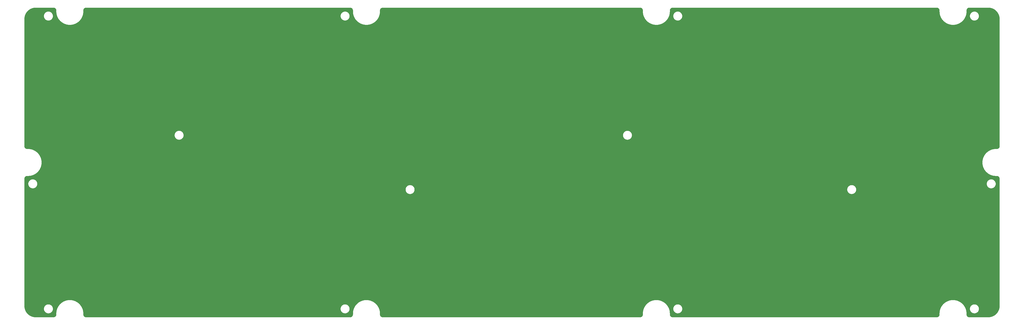
<source format=gbr>
%TF.GenerationSoftware,KiCad,Pcbnew,(6.0.5)*%
%TF.CreationDate,2023-05-27T04:40:02+09:00*%
%TF.ProjectId,sandwitch,73616e64-7769-4746-9368-2e6b69636164,rev?*%
%TF.SameCoordinates,Original*%
%TF.FileFunction,Copper,L1,Top*%
%TF.FilePolarity,Positive*%
%FSLAX46Y46*%
G04 Gerber Fmt 4.6, Leading zero omitted, Abs format (unit mm)*
G04 Created by KiCad (PCBNEW (6.0.5)) date 2023-05-27 04:40:02*
%MOMM*%
%LPD*%
G01*
G04 APERTURE LIST*
G04 APERTURE END LIST*
%TA.AperFunction,NonConductor*%
G36*
X447254047Y-168405505D02*
G01*
X447467420Y-168405507D01*
X447467425Y-168405507D01*
X447467429Y-168405508D01*
X447502567Y-168405508D01*
X447504329Y-168405520D01*
X447532433Y-168405913D01*
X447535558Y-168406056D01*
X447538413Y-168406500D01*
X447551248Y-168406500D01*
X447561863Y-168406948D01*
X447583377Y-168408767D01*
X447592149Y-168409819D01*
X447604553Y-168411751D01*
X447604559Y-168411751D01*
X447609366Y-168412500D01*
X447614234Y-168412500D01*
X447618551Y-168412834D01*
X447627335Y-168413342D01*
X447627519Y-168413364D01*
X447638381Y-168415636D01*
X447639772Y-168416289D01*
X447646533Y-168417342D01*
X447646539Y-168417343D01*
X447666412Y-168420437D01*
X447680475Y-168422627D01*
X447697928Y-168426632D01*
X447700706Y-168427481D01*
X447708833Y-168431297D01*
X447733706Y-168435170D01*
X447733719Y-168435172D01*
X447767879Y-168445616D01*
X447777833Y-168450289D01*
X447790167Y-168452209D01*
X447824327Y-168462654D01*
X447828413Y-168464572D01*
X447844850Y-168472289D01*
X447853723Y-168473671D01*
X447861244Y-168475970D01*
X447877956Y-168482411D01*
X447903344Y-168494331D01*
X447906605Y-168496155D01*
X447908008Y-168497394D01*
X447913062Y-168499767D01*
X447913064Y-168499768D01*
X447939350Y-168512110D01*
X447955107Y-168522458D01*
X447955727Y-168521515D01*
X447963232Y-168526445D01*
X447969959Y-168532386D01*
X447978082Y-168536200D01*
X447978084Y-168536201D01*
X447989921Y-168541758D01*
X448019782Y-168561373D01*
X448029987Y-168570386D01*
X448038113Y-168574201D01*
X448038114Y-168574202D01*
X448038351Y-168574313D01*
X448068208Y-168593925D01*
X448087970Y-168611378D01*
X448096099Y-168615194D01*
X448097852Y-168616346D01*
X448112083Y-168627216D01*
X448135973Y-168648315D01*
X448139451Y-168651857D01*
X448140782Y-168653966D01*
X448152806Y-168664585D01*
X448163852Y-168674341D01*
X448178784Y-168691885D01*
X448179189Y-168691541D01*
X448185003Y-168698373D01*
X448189794Y-168705966D01*
X448196519Y-168711905D01*
X448196526Y-168711913D01*
X448205396Y-168719747D01*
X448228546Y-168746948D01*
X448236760Y-168759966D01*
X448243489Y-168765908D01*
X448249307Y-168772745D01*
X448248894Y-168773096D01*
X448263771Y-168790578D01*
X448274470Y-168807534D01*
X448279790Y-168815966D01*
X448286426Y-168821826D01*
X448296880Y-168836045D01*
X448306108Y-168850670D01*
X448306282Y-168850946D01*
X448313842Y-168865061D01*
X448316048Y-168872779D01*
X448331451Y-168897192D01*
X448341677Y-168920053D01*
X448341899Y-168919953D01*
X448345563Y-168928144D01*
X448348031Y-168936779D01*
X448357555Y-168951873D01*
X448372142Y-168984483D01*
X448374616Y-168993141D01*
X448374618Y-168993145D01*
X448377083Y-169001771D01*
X448381873Y-169009362D01*
X448385538Y-169017555D01*
X448385206Y-169017704D01*
X448395090Y-169039799D01*
X448403084Y-169067771D01*
X448405617Y-169071786D01*
X448408857Y-169080676D01*
X448410241Y-169085517D01*
X448416303Y-169106727D01*
X448419987Y-169124246D01*
X448420058Y-169124762D01*
X448420003Y-169133737D01*
X448422470Y-169142368D01*
X448422470Y-169142370D01*
X448427265Y-169159147D01*
X448432114Y-169194539D01*
X448432058Y-169203721D01*
X448436292Y-169218534D01*
X448436337Y-169218693D01*
X448441186Y-169254086D01*
X448441060Y-169274729D01*
X448443527Y-169283362D01*
X448444745Y-169292250D01*
X448443667Y-169292398D01*
X448446269Y-169311381D01*
X448446065Y-169344729D01*
X448447641Y-169350244D01*
X448448385Y-169361666D01*
X448448233Y-169386561D01*
X448448049Y-169416729D01*
X448448433Y-169418073D01*
X448448525Y-169419419D01*
X448448525Y-169664100D01*
X448447905Y-169676584D01*
X448447114Y-169684528D01*
X448447382Y-169689378D01*
X448447382Y-169689385D01*
X448448189Y-169703982D01*
X448448379Y-169711705D01*
X448448161Y-169747441D01*
X448448049Y-169765737D01*
X448450517Y-169774372D01*
X448451735Y-169783261D01*
X448451182Y-169783337D01*
X448452751Y-169792310D01*
X448453039Y-169796547D01*
X448453327Y-169805860D01*
X448453196Y-169827324D01*
X448453023Y-169855721D01*
X448455490Y-169864353D01*
X448456624Y-169872630D01*
X448459240Y-169887582D01*
X448459241Y-169887600D01*
X448467042Y-170002149D01*
X448467157Y-170005290D01*
X448466947Y-170008181D01*
X448467346Y-170013034D01*
X448467346Y-170013040D01*
X448467862Y-170019312D01*
X448468284Y-170030406D01*
X448468278Y-170031323D01*
X448468007Y-170075721D01*
X448470473Y-170084348D01*
X448470474Y-170084355D01*
X448470903Y-170085855D01*
X448475329Y-170110147D01*
X448478054Y-170143295D01*
X448478321Y-170148290D01*
X448478108Y-170152334D01*
X448478610Y-170157242D01*
X448479261Y-170170824D01*
X448479140Y-170190652D01*
X448479024Y-170209737D01*
X448483258Y-170224550D01*
X448483674Y-170226006D01*
X448487871Y-170247814D01*
X448492142Y-170289584D01*
X448492619Y-170295724D01*
X448492788Y-170298908D01*
X448492670Y-170303771D01*
X448493145Y-170307396D01*
X448493246Y-170311689D01*
X448493186Y-170321485D01*
X448493032Y-170346729D01*
X448495499Y-170355360D01*
X448495499Y-170355362D01*
X448500181Y-170371744D01*
X448503965Y-170390004D01*
X448509177Y-170429795D01*
X448510242Y-170446929D01*
X448510155Y-170461161D01*
X448510060Y-170476729D01*
X448514240Y-170491354D01*
X448518149Y-170519892D01*
X448519088Y-170526745D01*
X448519033Y-170535721D01*
X448521499Y-170544349D01*
X448521500Y-170544354D01*
X448524167Y-170553685D01*
X448526680Y-170572026D01*
X448527848Y-170571866D01*
X448529067Y-170580762D01*
X448529012Y-170589737D01*
X448531479Y-170598367D01*
X448531479Y-170598369D01*
X448540791Y-170630951D01*
X448543544Y-170642681D01*
X448543765Y-170643879D01*
X448543770Y-170643899D01*
X448544583Y-170648299D01*
X448545933Y-170652308D01*
X448547209Y-170657791D01*
X448547481Y-170659110D01*
X448547514Y-170659269D01*
X448549091Y-170675205D01*
X448550124Y-170682745D01*
X448550069Y-170691721D01*
X448563714Y-170739464D01*
X448565959Y-170748601D01*
X448567524Y-170756185D01*
X448567528Y-170756201D01*
X448568433Y-170760582D01*
X448569951Y-170764796D01*
X448570621Y-170767172D01*
X448574110Y-170783920D01*
X448574056Y-170792729D01*
X448590372Y-170849818D01*
X448591806Y-170855301D01*
X448596727Y-170876022D01*
X448598370Y-170880192D01*
X448599200Y-170882835D01*
X448601073Y-170891204D01*
X448601064Y-170892729D01*
X448610539Y-170925881D01*
X448610748Y-170926726D01*
X448610904Y-170927913D01*
X448611802Y-170930981D01*
X448611804Y-170930987D01*
X448619712Y-170957988D01*
X448619933Y-170958751D01*
X448620562Y-170960950D01*
X448621062Y-170962748D01*
X448621434Y-170964126D01*
X448628650Y-170990843D01*
X448629755Y-170993413D01*
X448630625Y-170996160D01*
X448640005Y-171028977D01*
X448641091Y-171032778D01*
X448640766Y-171032871D01*
X448641829Y-171036043D01*
X448641899Y-171036021D01*
X448642764Y-171038783D01*
X448643352Y-171040662D01*
X448643354Y-171040672D01*
X448650878Y-171064719D01*
X448651763Y-171067674D01*
X448670083Y-171131771D01*
X448671988Y-171134790D01*
X448675734Y-171145424D01*
X448675741Y-171145449D01*
X448676610Y-171150241D01*
X448678206Y-171154841D01*
X448678207Y-171154846D01*
X448683580Y-171170335D01*
X448685688Y-171177003D01*
X448698591Y-171222146D01*
X448701058Y-171230779D01*
X448705845Y-171238367D01*
X448708244Y-171243729D01*
X448712935Y-171256670D01*
X448713043Y-171257207D01*
X448714723Y-171261778D01*
X448714723Y-171261779D01*
X448718446Y-171271912D01*
X448721327Y-171280744D01*
X448735055Y-171328779D01*
X448739846Y-171336371D01*
X448743512Y-171344568D01*
X448743190Y-171344712D01*
X448751702Y-171363202D01*
X448752661Y-171367437D01*
X448754455Y-171371966D01*
X448755552Y-171374736D01*
X448759553Y-171386498D01*
X448771065Y-171426779D01*
X448775853Y-171434367D01*
X448775855Y-171434372D01*
X448778511Y-171438581D01*
X448789087Y-171459399D01*
X448790682Y-171463425D01*
X448792747Y-171469021D01*
X448794178Y-171473202D01*
X448795396Y-171477923D01*
X448797323Y-171482395D01*
X448797640Y-171483320D01*
X448799575Y-171489488D01*
X448806228Y-171512765D01*
X448809090Y-171522779D01*
X448813878Y-171530368D01*
X448813880Y-171530372D01*
X448821647Y-171542681D01*
X448830792Y-171560036D01*
X448835072Y-171569964D01*
X448835737Y-171571507D01*
X448841173Y-171586745D01*
X448850045Y-171617787D01*
X448865747Y-171642673D01*
X448873952Y-171657905D01*
X448879286Y-171669680D01*
X448879447Y-171670036D01*
X448885820Y-171687395D01*
X448893075Y-171712779D01*
X448913053Y-171744442D01*
X448913488Y-171745187D01*
X448913897Y-171746088D01*
X448915355Y-171748374D01*
X448917269Y-171751644D01*
X448918446Y-171753817D01*
X448918390Y-171753847D01*
X448921620Y-171759573D01*
X448926602Y-171769650D01*
X448934798Y-171790859D01*
X448935470Y-171793208D01*
X448939065Y-171805787D01*
X448959823Y-171838686D01*
X448960571Y-171839872D01*
X448964693Y-171847222D01*
X448966394Y-171850124D01*
X448968379Y-171854137D01*
X448970853Y-171857742D01*
X448973730Y-171862939D01*
X448975286Y-171865922D01*
X448984175Y-171888201D01*
X448984603Y-171889157D01*
X448987069Y-171897787D01*
X449012308Y-171937787D01*
X449017454Y-171946734D01*
X449022089Y-171955618D01*
X449023382Y-171957417D01*
X449029976Y-171972377D01*
X449030924Y-171971953D01*
X449034588Y-171980143D01*
X449037056Y-171988779D01*
X449062504Y-172029110D01*
X449066018Y-172034680D01*
X449069883Y-172041235D01*
X449077908Y-172055845D01*
X449080607Y-172059435D01*
X449080794Y-172059725D01*
X449087416Y-172071931D01*
X449089089Y-172077787D01*
X449093877Y-172085375D01*
X449093880Y-172085381D01*
X449122863Y-172131316D01*
X449125077Y-172134961D01*
X449129512Y-172142548D01*
X449137474Y-172156167D01*
X449138882Y-172157939D01*
X449142803Y-172164944D01*
X449143044Y-172165787D01*
X449145092Y-172169032D01*
X449145101Y-172169049D01*
X449161734Y-172195410D01*
X449163625Y-172198616D01*
X449165026Y-172201704D01*
X449167695Y-172205775D01*
X449167698Y-172205780D01*
X449181490Y-172226815D01*
X449183538Y-172230044D01*
X449191382Y-172242837D01*
X449197574Y-172252937D01*
X449199145Y-172254832D01*
X449200473Y-172256806D01*
X449220769Y-172288974D01*
X449221961Y-172290027D01*
X449226700Y-172296740D01*
X449227292Y-172297977D01*
X449230049Y-172301996D01*
X449230050Y-172301998D01*
X449242225Y-172319748D01*
X449244881Y-172323784D01*
X449273014Y-172368372D01*
X449273016Y-172368374D01*
X449277806Y-172375966D01*
X449282929Y-172380491D01*
X449290618Y-172391171D01*
X449291144Y-172392219D01*
X449293972Y-172396180D01*
X449293976Y-172396187D01*
X449303221Y-172409137D01*
X449307227Y-172415099D01*
X449336797Y-172461966D01*
X449343525Y-172467908D01*
X449347988Y-172473152D01*
X449357256Y-172485632D01*
X449359092Y-172489032D01*
X449362034Y-172492905D01*
X449362037Y-172492910D01*
X449366117Y-172498281D01*
X449372341Y-172507257D01*
X449396764Y-172545966D01*
X449403491Y-172551907D01*
X449403495Y-172551912D01*
X449404325Y-172552645D01*
X449421254Y-172570874D01*
X449422470Y-172572475D01*
X449426204Y-172577659D01*
X449427184Y-172579095D01*
X449429604Y-172583306D01*
X449432646Y-172587098D01*
X449435066Y-172590644D01*
X449439943Y-172597484D01*
X449455021Y-172621381D01*
X449455025Y-172621386D01*
X449459813Y-172628974D01*
X449466540Y-172634915D01*
X449466541Y-172634916D01*
X449473748Y-172641281D01*
X449488628Y-172656883D01*
X449494843Y-172664631D01*
X449498652Y-172669630D01*
X449499992Y-172671483D01*
X449502531Y-172675635D01*
X449504396Y-172677835D01*
X449506129Y-172680398D01*
X449524785Y-172709966D01*
X449531513Y-172715908D01*
X449531514Y-172715909D01*
X449545248Y-172728038D01*
X449557950Y-172741000D01*
X449566110Y-172750625D01*
X449576562Y-172764869D01*
X449576819Y-172765276D01*
X449591771Y-172788974D01*
X449598500Y-172794917D01*
X449598503Y-172794920D01*
X449615671Y-172810083D01*
X449627189Y-172821669D01*
X449631063Y-172826108D01*
X449635426Y-172831107D01*
X449647052Y-172846714D01*
X449659825Y-172866958D01*
X449666554Y-172872901D01*
X449688305Y-172892111D01*
X449690263Y-172893945D01*
X449691929Y-172895854D01*
X449695323Y-172898778D01*
X449698502Y-172901936D01*
X449698452Y-172901986D01*
X449703160Y-172906508D01*
X449709304Y-172913089D01*
X449723758Y-172931830D01*
X449730779Y-172942958D01*
X449737508Y-172948901D01*
X449762764Y-172971207D01*
X449771449Y-172979655D01*
X449772164Y-172980421D01*
X449772176Y-172980432D01*
X449775229Y-172983702D01*
X449778486Y-172986323D01*
X449782438Y-172990184D01*
X449783104Y-172990869D01*
X449793644Y-173004252D01*
X449798010Y-173009382D01*
X449802800Y-173016974D01*
X449809528Y-173022916D01*
X449809529Y-173022917D01*
X449839798Y-173049650D01*
X449846692Y-173056219D01*
X449855045Y-173064803D01*
X449858592Y-173067538D01*
X449861944Y-173070525D01*
X449861594Y-173070917D01*
X449873613Y-173082368D01*
X449877782Y-173088974D01*
X449898716Y-173107462D01*
X449923177Y-173129066D01*
X449927023Y-173132607D01*
X449943146Y-173148089D01*
X449943489Y-173148335D01*
X449951315Y-173156075D01*
X449953771Y-173159966D01*
X449960495Y-173165904D01*
X449960498Y-173165908D01*
X450002780Y-173203250D01*
X450005387Y-173205618D01*
X450021261Y-173220448D01*
X450021265Y-173220451D01*
X450024537Y-173223508D01*
X450026256Y-173224707D01*
X450030735Y-173229077D01*
X450030827Y-173228973D01*
X450030828Y-173228974D01*
X450045940Y-173242320D01*
X450056563Y-173251702D01*
X450060911Y-173256040D01*
X450061035Y-173255912D01*
X450064539Y-173259293D01*
X450067769Y-173262929D01*
X450071517Y-173266023D01*
X450071526Y-173266032D01*
X450088498Y-173280044D01*
X450092336Y-173283344D01*
X450110017Y-173299178D01*
X450111062Y-173299874D01*
X450111791Y-173300478D01*
X450132134Y-173318444D01*
X450140003Y-173325394D01*
X450144872Y-173327680D01*
X450152786Y-173333915D01*
X450152856Y-173333828D01*
X450152858Y-173333830D01*
X450171419Y-173348722D01*
X450175901Y-173352495D01*
X450219928Y-173391378D01*
X450228056Y-173395194D01*
X450228091Y-173395217D01*
X450240618Y-173404874D01*
X450241813Y-173406128D01*
X450255552Y-173416682D01*
X450262183Y-173422147D01*
X450300952Y-173456386D01*
X450309077Y-173460201D01*
X450316579Y-173465129D01*
X450316210Y-173465691D01*
X450331507Y-173475543D01*
X450334163Y-173478184D01*
X450341383Y-173483427D01*
X450350743Y-173490931D01*
X450376223Y-173513434D01*
X450382953Y-173519378D01*
X450391076Y-173523192D01*
X450391081Y-173523195D01*
X450394600Y-173524847D01*
X450415082Y-173536944D01*
X450419215Y-173539945D01*
X450424450Y-173544246D01*
X450424524Y-173544152D01*
X450428340Y-173547178D01*
X450431913Y-173550491D01*
X450435906Y-173553183D01*
X450440895Y-173557359D01*
X450466968Y-173580386D01*
X450488746Y-173590611D01*
X450505627Y-173600188D01*
X450516212Y-173607324D01*
X450516218Y-173607328D01*
X450529189Y-173617360D01*
X450546268Y-173632444D01*
X450546271Y-173632446D01*
X450552997Y-173638386D01*
X450578578Y-173650396D01*
X450594089Y-173659062D01*
X450604982Y-173666200D01*
X450619321Y-173677140D01*
X450639972Y-173695378D01*
X450648098Y-173699193D01*
X450673488Y-173711114D01*
X450673658Y-173711201D01*
X450673861Y-173711334D01*
X450674505Y-173711635D01*
X450681297Y-173715118D01*
X450681801Y-173715399D01*
X450681724Y-173715537D01*
X450686824Y-173718283D01*
X450696929Y-173724485D01*
X450714423Y-173737428D01*
X450727954Y-173749378D01*
X450736078Y-173753192D01*
X450736081Y-173753194D01*
X450762134Y-173765425D01*
X450767256Y-173768188D01*
X450767320Y-173768064D01*
X450771312Y-173770139D01*
X450775129Y-173772482D01*
X450778533Y-173773954D01*
X450782538Y-173776172D01*
X450788698Y-173779800D01*
X450789336Y-173780176D01*
X450808799Y-173794304D01*
X450817951Y-173802386D01*
X450857441Y-173820926D01*
X450867834Y-173826411D01*
X450873394Y-173829686D01*
X450877547Y-173831393D01*
X450877965Y-173831601D01*
X450893447Y-173842019D01*
X450893778Y-173841516D01*
X450901280Y-173846444D01*
X450908008Y-173852386D01*
X450916132Y-173856200D01*
X450916133Y-173856201D01*
X450921045Y-173858507D01*
X450954984Y-173874442D01*
X450962580Y-173878329D01*
X450975150Y-173885307D01*
X450979335Y-173886904D01*
X450983404Y-173888799D01*
X450983168Y-173889306D01*
X450995962Y-173895850D01*
X450999957Y-173899378D01*
X451008082Y-173903193D01*
X451008084Y-173903194D01*
X451057341Y-173926320D01*
X451061113Y-173928169D01*
X451083111Y-173939411D01*
X451084668Y-173939944D01*
X451092641Y-173944209D01*
X451093982Y-173945394D01*
X451101115Y-173948743D01*
X451101121Y-173948746D01*
X451125440Y-173960163D01*
X451126945Y-173960932D01*
X451128553Y-173961994D01*
X451150910Y-173972216D01*
X451156996Y-173974999D01*
X451159990Y-173976416D01*
X451181271Y-173986831D01*
X451181275Y-173986833D01*
X451185299Y-173988802D01*
X451188257Y-173989759D01*
X451191353Y-173991110D01*
X451225829Y-174007296D01*
X451225793Y-174007372D01*
X451231332Y-174009654D01*
X451232107Y-174010142D01*
X451243904Y-174015236D01*
X451258174Y-174021398D01*
X451261773Y-174023019D01*
X451319856Y-174050289D01*
X451324921Y-174051078D01*
X451336301Y-174055538D01*
X451338540Y-174056620D01*
X451342752Y-174059075D01*
X451359624Y-174065681D01*
X451367231Y-174068951D01*
X451406702Y-174087483D01*
X451406704Y-174087484D01*
X451414826Y-174091297D01*
X451423693Y-174092678D01*
X451432280Y-174095303D01*
X451431995Y-174096235D01*
X451443391Y-174099737D01*
X451443695Y-174098941D01*
X451458169Y-174104466D01*
X451466780Y-174108125D01*
X451511842Y-174129281D01*
X451520712Y-174130662D01*
X451529297Y-174133287D01*
X451529105Y-174133915D01*
X451550044Y-174140782D01*
X451550331Y-174140107D01*
X451554811Y-174142012D01*
X451559131Y-174144258D01*
X451563746Y-174145813D01*
X451568224Y-174147717D01*
X451568221Y-174147723D01*
X451575341Y-174150582D01*
X451608796Y-174166289D01*
X451624841Y-174168787D01*
X451627429Y-174169190D01*
X451648264Y-174174282D01*
X451658123Y-174177603D01*
X451660623Y-174178536D01*
X451662896Y-174179683D01*
X451667531Y-174181181D01*
X451670043Y-174182213D01*
X451675710Y-174184706D01*
X451706788Y-174199297D01*
X451715654Y-174200678D01*
X451715662Y-174200680D01*
X451729322Y-174202807D01*
X451748684Y-174207413D01*
X451761104Y-174211428D01*
X451775897Y-174217264D01*
X451777497Y-174218015D01*
X451805787Y-174231297D01*
X451819030Y-174233359D01*
X451840074Y-174236636D01*
X451854968Y-174239889D01*
X451866435Y-174243131D01*
X451885699Y-174250321D01*
X451904817Y-174259297D01*
X451913683Y-174260678D01*
X451913688Y-174260679D01*
X451935499Y-174264075D01*
X451942319Y-174265137D01*
X451947754Y-174266123D01*
X451951801Y-174267267D01*
X451954733Y-174267660D01*
X451957963Y-174268426D01*
X451969849Y-174271603D01*
X451990857Y-174279274D01*
X452005799Y-174286289D01*
X452014665Y-174287669D01*
X452014667Y-174287670D01*
X452044648Y-174292338D01*
X452051224Y-174293724D01*
X452051232Y-174293685D01*
X452055629Y-174294531D01*
X452059964Y-174295690D01*
X452064416Y-174296222D01*
X452067014Y-174296722D01*
X452072582Y-174297924D01*
X452074214Y-174298316D01*
X452095938Y-174305932D01*
X452097709Y-174306473D01*
X452105836Y-174310289D01*
X452119086Y-174312352D01*
X452152880Y-174317614D01*
X452162887Y-174319590D01*
X452168544Y-174320947D01*
X452168548Y-174320948D01*
X452172913Y-174321995D01*
X452177389Y-174322413D01*
X452181742Y-174323135D01*
X452197977Y-174326946D01*
X452199731Y-174327482D01*
X452207856Y-174331297D01*
X452216721Y-174332677D01*
X452216723Y-174332678D01*
X452247111Y-174337409D01*
X452265390Y-174340255D01*
X452271414Y-174341344D01*
X452291260Y-174345431D01*
X452293405Y-174345562D01*
X452305172Y-174348123D01*
X452309785Y-174350289D01*
X452318653Y-174351670D01*
X452318654Y-174351670D01*
X452373746Y-174360248D01*
X452377442Y-174360880D01*
X452389463Y-174363120D01*
X452402736Y-174365593D01*
X452404315Y-174365659D01*
X452411557Y-174367164D01*
X452411805Y-174367281D01*
X452413052Y-174367475D01*
X452413056Y-174367476D01*
X452446404Y-174372668D01*
X452450661Y-174373457D01*
X452454263Y-174374531D01*
X452459089Y-174375187D01*
X452459094Y-174375188D01*
X452475383Y-174377402D01*
X452484104Y-174378587D01*
X452487827Y-174379150D01*
X452510050Y-174382852D01*
X452510060Y-174382853D01*
X452514479Y-174383589D01*
X452516470Y-174383634D01*
X452517140Y-174383718D01*
X452517595Y-174383753D01*
X452522391Y-174384500D01*
X452526479Y-174384500D01*
X452531680Y-174385054D01*
X452557475Y-174388560D01*
X452563522Y-174389532D01*
X452566885Y-174390157D01*
X452571589Y-174391413D01*
X452589988Y-174393379D01*
X452594985Y-174393913D01*
X452600982Y-174394700D01*
X452625388Y-174398500D01*
X452630249Y-174398500D01*
X452630985Y-174398557D01*
X452631035Y-174398559D01*
X452632693Y-174398784D01*
X452637088Y-174398752D01*
X452637261Y-174398758D01*
X452641649Y-174399039D01*
X452641637Y-174399221D01*
X452647200Y-174399492D01*
X452675724Y-174402540D01*
X452680495Y-174403190D01*
X452684327Y-174404134D01*
X452689169Y-174404557D01*
X452689176Y-174404558D01*
X452701893Y-174405668D01*
X452710311Y-174406689D01*
X452719481Y-174408117D01*
X452723604Y-174408759D01*
X452723606Y-174408759D01*
X452728415Y-174409508D01*
X452734229Y-174409508D01*
X452741368Y-174409888D01*
X452741368Y-174409874D01*
X452745848Y-174410032D01*
X452750311Y-174410509D01*
X452754241Y-174410368D01*
X452759196Y-174410672D01*
X452787584Y-174413151D01*
X452793723Y-174413839D01*
X452796760Y-174414255D01*
X452801517Y-174415286D01*
X452810370Y-174415808D01*
X452822299Y-174417086D01*
X452831382Y-174418500D01*
X452843341Y-174418500D01*
X452854302Y-174418978D01*
X452858661Y-174419359D01*
X452858667Y-174419359D01*
X452863132Y-174419749D01*
X452867605Y-174419502D01*
X452872095Y-174419574D01*
X452872092Y-174419773D01*
X452877581Y-174419772D01*
X452904633Y-174421368D01*
X452909690Y-174421811D01*
X452913693Y-174422595D01*
X452918558Y-174422784D01*
X452923392Y-174423348D01*
X452923387Y-174423387D01*
X452923737Y-174423421D01*
X452923739Y-174423392D01*
X452928593Y-174423767D01*
X452933402Y-174424516D01*
X452954327Y-174424516D01*
X452961742Y-174424735D01*
X452966691Y-174425027D01*
X452975053Y-174425520D01*
X452975055Y-174425520D01*
X452979532Y-174425784D01*
X452983588Y-174425445D01*
X452988872Y-174425516D01*
X453016766Y-174426599D01*
X453022813Y-174426979D01*
X453026666Y-174427315D01*
X453031475Y-174428111D01*
X453033918Y-174428135D01*
X453036368Y-174428516D01*
X453063666Y-174428516D01*
X453068558Y-174428611D01*
X453092729Y-174429550D01*
X453097184Y-174429088D01*
X453101667Y-174428943D01*
X453101672Y-174429105D01*
X453107344Y-174428842D01*
X453124970Y-174429011D01*
X453135448Y-174429112D01*
X453137439Y-174429199D01*
X453139426Y-174429508D01*
X453141898Y-174429508D01*
X453144375Y-174429869D01*
X453149236Y-174429822D01*
X453149240Y-174429822D01*
X453177840Y-174429544D01*
X453180275Y-174429544D01*
X453206173Y-174429793D01*
X453206175Y-174429793D01*
X453210657Y-174429836D01*
X453213116Y-174429508D01*
X453215553Y-174429508D01*
X453217559Y-174429221D01*
X453219615Y-174429138D01*
X453230883Y-174429028D01*
X453246476Y-174428876D01*
X453252524Y-174428963D01*
X453256306Y-174429108D01*
X453261142Y-174429670D01*
X453288420Y-174428611D01*
X453293308Y-174428516D01*
X453317512Y-174428516D01*
X453319991Y-174428161D01*
X453322458Y-174428137D01*
X453326878Y-174427460D01*
X453331343Y-174427098D01*
X453331357Y-174427266D01*
X453337001Y-174426725D01*
X453341580Y-174426547D01*
X453365275Y-174425628D01*
X453370172Y-174425579D01*
X453374140Y-174425961D01*
X453379002Y-174425677D01*
X453379005Y-174425677D01*
X453395192Y-174424731D01*
X453402541Y-174424516D01*
X453420540Y-174424516D01*
X453424974Y-174423881D01*
X453427625Y-174423692D01*
X453432560Y-174423244D01*
X453435759Y-174422891D01*
X453440240Y-174422717D01*
X453444143Y-174422002D01*
X453449195Y-174421576D01*
X453477182Y-174419941D01*
X453483173Y-174419734D01*
X453487315Y-174419690D01*
X453492178Y-174420014D01*
X453497034Y-174419586D01*
X453497035Y-174419586D01*
X453503830Y-174418987D01*
X453514893Y-174418500D01*
X453523506Y-174418500D01*
X453533205Y-174417111D01*
X453543705Y-174416054D01*
X453553104Y-174415505D01*
X453557498Y-174414611D01*
X453561938Y-174414033D01*
X453561958Y-174414187D01*
X453567650Y-174413363D01*
X453595330Y-174410923D01*
X453599874Y-174410656D01*
X453603662Y-174410838D01*
X453609443Y-174410220D01*
X453616571Y-174409841D01*
X453616570Y-174409827D01*
X453621046Y-174409508D01*
X453625526Y-174409508D01*
X453644795Y-174406748D01*
X453651571Y-174405965D01*
X453670031Y-174404338D01*
X453673701Y-174403478D01*
X453678375Y-174402854D01*
X453706892Y-174399806D01*
X453713006Y-174399302D01*
X453716352Y-174399108D01*
X453721226Y-174399203D01*
X453726056Y-174398547D01*
X453726795Y-174398504D01*
X453726834Y-174398500D01*
X453728523Y-174398500D01*
X453732893Y-174397874D01*
X453732905Y-174397873D01*
X453754015Y-174394850D01*
X453758482Y-174394292D01*
X453777897Y-174392217D01*
X453777902Y-174392216D01*
X453782356Y-174391740D01*
X453786696Y-174390638D01*
X453791115Y-174389845D01*
X453791146Y-174390019D01*
X453796593Y-174388962D01*
X453824202Y-174385210D01*
X453830067Y-174384554D01*
X453830679Y-174384500D01*
X453831550Y-174384500D01*
X453832951Y-174384300D01*
X453834690Y-174384146D01*
X453839552Y-174384094D01*
X453846650Y-174382911D01*
X453869191Y-174379155D01*
X453872936Y-174378589D01*
X453896254Y-174375420D01*
X453896267Y-174375418D01*
X453899687Y-174374953D01*
X453900948Y-174374594D01*
X453901940Y-174374420D01*
X453914370Y-174372640D01*
X453930337Y-174370353D01*
X453930338Y-174370353D01*
X453939224Y-174369080D01*
X453941803Y-174367907D01*
X453950480Y-174366188D01*
X453951115Y-174366169D01*
X453955905Y-174365277D01*
X453955909Y-174365277D01*
X453976054Y-174361527D01*
X453981248Y-174360672D01*
X454032295Y-174353361D01*
X454041184Y-174352088D01*
X454048127Y-174348931D01*
X454061707Y-174346105D01*
X454062805Y-174346052D01*
X454082033Y-174342091D01*
X454089575Y-174340776D01*
X454143204Y-174333096D01*
X454151380Y-174329378D01*
X454159992Y-174326860D01*
X454160296Y-174327898D01*
X454175878Y-174323219D01*
X454180010Y-174322893D01*
X454184742Y-174321769D01*
X454184752Y-174321767D01*
X454190003Y-174320519D01*
X454201270Y-174318378D01*
X454236312Y-174313360D01*
X454236313Y-174313360D01*
X454245194Y-174312088D01*
X454255631Y-174307342D01*
X454278665Y-174299453D01*
X454280926Y-174298916D01*
X454286705Y-174297686D01*
X454291403Y-174296801D01*
X454296240Y-174296271D01*
X454300938Y-174295003D01*
X454305726Y-174294101D01*
X454305757Y-174294268D01*
X454311913Y-174292999D01*
X454346207Y-174288088D01*
X454354383Y-174284371D01*
X454359195Y-174282183D01*
X454365496Y-174279318D01*
X454384820Y-174272370D01*
X454387652Y-174271606D01*
X454397002Y-174269083D01*
X454405524Y-174267329D01*
X454407110Y-174267121D01*
X454408459Y-174266726D01*
X454411948Y-174266008D01*
X454446244Y-174261096D01*
X454471861Y-174249448D01*
X454488561Y-174243240D01*
X454500190Y-174239830D01*
X454517775Y-174236014D01*
X454536291Y-174233362D01*
X454536296Y-174233361D01*
X454545182Y-174232088D01*
X454576116Y-174218022D01*
X454590615Y-174212482D01*
X454602773Y-174208675D01*
X454622554Y-174204193D01*
X454635294Y-174202369D01*
X454635297Y-174202368D01*
X454644181Y-174201096D01*
X454652352Y-174197381D01*
X454652355Y-174197380D01*
X454678826Y-174185344D01*
X454683145Y-174183515D01*
X454686757Y-174182384D01*
X454690797Y-174180454D01*
X454694969Y-174178814D01*
X454695019Y-174178940D01*
X454700517Y-174176681D01*
X454706878Y-174174475D01*
X454730314Y-174168787D01*
X454731321Y-174168643D01*
X454742234Y-174167080D01*
X454752369Y-174162472D01*
X454782103Y-174148952D01*
X454792960Y-174144611D01*
X454799205Y-174142445D01*
X454802712Y-174140636D01*
X454821804Y-174135278D01*
X454821685Y-174134872D01*
X454830302Y-174132352D01*
X454839188Y-174131080D01*
X454847359Y-174127365D01*
X454847362Y-174127364D01*
X454885444Y-174110049D01*
X454893725Y-174106634D01*
X454906234Y-174101989D01*
X454907613Y-174101240D01*
X454921655Y-174096025D01*
X454927322Y-174094368D01*
X454936203Y-174093096D01*
X454944370Y-174089383D01*
X454944376Y-174089381D01*
X454987722Y-174069672D01*
X454993919Y-174067052D01*
X455011405Y-174060205D01*
X455015309Y-174057993D01*
X455019352Y-174056069D01*
X455019625Y-174056642D01*
X455029983Y-174052263D01*
X455031204Y-174052088D01*
X455062168Y-174038009D01*
X455062216Y-174037989D01*
X455062499Y-174037910D01*
X455081399Y-174029266D01*
X455093886Y-174023588D01*
X455096052Y-174022628D01*
X455122065Y-174011399D01*
X455125220Y-174009465D01*
X455129156Y-174007551D01*
X455129543Y-174007375D01*
X455160832Y-173993149D01*
X455164846Y-173991441D01*
X455168960Y-173990165D01*
X455173329Y-173988027D01*
X455173336Y-173988024D01*
X455195163Y-173977341D01*
X455198380Y-173975822D01*
X455257794Y-173948808D01*
X455261205Y-173945869D01*
X455271750Y-173940293D01*
X455275171Y-173939135D01*
X455279491Y-173936881D01*
X455279497Y-173936878D01*
X455294367Y-173929118D01*
X455300498Y-173926126D01*
X455351818Y-173902792D01*
X455358620Y-173896930D01*
X455362813Y-173894249D01*
X455375624Y-173887301D01*
X455377094Y-173886768D01*
X455390339Y-173879493D01*
X455398836Y-173875235D01*
X455400209Y-173874611D01*
X455404835Y-173872507D01*
X455435626Y-173858508D01*
X455435628Y-173858507D01*
X455443798Y-173854792D01*
X455450599Y-173848932D01*
X455458158Y-173844098D01*
X455458299Y-173844318D01*
X455475672Y-173832901D01*
X455475834Y-173832822D01*
X455480360Y-173831044D01*
X455484554Y-173828593D01*
X455484561Y-173828590D01*
X455486246Y-173827605D01*
X455497655Y-173821698D01*
X455497675Y-173821689D01*
X455534802Y-173804808D01*
X455546181Y-173795003D01*
X455564860Y-173781669D01*
X455570253Y-173778518D01*
X455575227Y-173775795D01*
X455579268Y-173774105D01*
X455583406Y-173771565D01*
X455587734Y-173769350D01*
X455592996Y-173766808D01*
X455615653Y-173756506D01*
X455615654Y-173756506D01*
X455623821Y-173752792D01*
X455630621Y-173746933D01*
X455630623Y-173746932D01*
X455640461Y-173738455D01*
X455656804Y-173726518D01*
X455667249Y-173720108D01*
X455680297Y-173713172D01*
X455680517Y-173713072D01*
X455680657Y-173712980D01*
X455681000Y-173712798D01*
X455684220Y-173711334D01*
X455711804Y-173698792D01*
X455735608Y-173678281D01*
X455748807Y-173668340D01*
X455759712Y-173661197D01*
X455776600Y-173651898D01*
X455779903Y-173650396D01*
X455798809Y-173641800D01*
X455827554Y-173617032D01*
X455829324Y-173615598D01*
X455831203Y-173614367D01*
X455834462Y-173611496D01*
X455839177Y-173608087D01*
X455849732Y-173600845D01*
X455868865Y-173590041D01*
X455876637Y-173586507D01*
X455884808Y-173582792D01*
X455913840Y-173557777D01*
X455918690Y-173554042D01*
X455918626Y-173553961D01*
X455922141Y-173551162D01*
X455925828Y-173548632D01*
X455928665Y-173546023D01*
X455932544Y-173543095D01*
X455937292Y-173539703D01*
X455958398Y-173527518D01*
X455959221Y-173527144D01*
X455968792Y-173522792D01*
X455979650Y-173513436D01*
X456002445Y-173493795D01*
X456011443Y-173486728D01*
X456013664Y-173485141D01*
X456013666Y-173485139D01*
X456017317Y-173482531D01*
X456020562Y-173479431D01*
X456022180Y-173478091D01*
X456036547Y-173469104D01*
X456036066Y-173468353D01*
X456043632Y-173463514D01*
X456051800Y-173459800D01*
X456074609Y-173440146D01*
X456092544Y-173424693D01*
X456098621Y-173419777D01*
X456107924Y-173412717D01*
X456111498Y-173410005D01*
X456114651Y-173406815D01*
X456118017Y-173403861D01*
X456118443Y-173404347D01*
X456128298Y-173396378D01*
X456131787Y-173394792D01*
X456142609Y-173385468D01*
X456181113Y-173352291D01*
X456183890Y-173349967D01*
X456200572Y-173336409D01*
X456200577Y-173336405D01*
X456204052Y-173333580D01*
X456204383Y-173333222D01*
X456210752Y-173328264D01*
X456211773Y-173327800D01*
X456238219Y-173305012D01*
X456239922Y-173303639D01*
X456241907Y-173302370D01*
X456249192Y-173295936D01*
X456265381Y-173281639D01*
X456267884Y-173279487D01*
X456283948Y-173266032D01*
X456289485Y-173261395D01*
X456291278Y-173259397D01*
X456293285Y-173257566D01*
X456321134Y-173233569D01*
X456321135Y-173233568D01*
X456322118Y-173232721D01*
X456322279Y-173232473D01*
X456327540Y-173227435D01*
X456330019Y-173225752D01*
X456333651Y-173222362D01*
X456349001Y-173208032D01*
X456352735Y-173204683D01*
X456352796Y-173204631D01*
X456359998Y-173198425D01*
X456392315Y-173170580D01*
X456392317Y-173170577D01*
X456399114Y-173164721D01*
X456402966Y-173158779D01*
X456411637Y-173150360D01*
X456411580Y-173150301D01*
X456411581Y-173150301D01*
X456427348Y-173135167D01*
X456432308Y-173130656D01*
X456475164Y-173093729D01*
X456480046Y-173086197D01*
X456483068Y-173082733D01*
X456495310Y-173071271D01*
X456494980Y-173070901D01*
X456498614Y-173067657D01*
X456502485Y-173064706D01*
X456508806Y-173058120D01*
X456517446Y-173049931D01*
X456550176Y-173021729D01*
X456555059Y-173014196D01*
X456555061Y-173014193D01*
X456557057Y-173011114D01*
X456571876Y-172992407D01*
X456573357Y-172990864D01*
X456575235Y-172988907D01*
X456577405Y-172986785D01*
X456579618Y-172985050D01*
X456582940Y-172981494D01*
X456582970Y-172981466D01*
X456592762Y-172972058D01*
X456594801Y-172970301D01*
X456622167Y-172946721D01*
X456631425Y-172932438D01*
X456645070Y-172914973D01*
X456650870Y-172908763D01*
X456655249Y-172904301D01*
X456657115Y-172902492D01*
X456660869Y-172899377D01*
X456663347Y-172896573D01*
X456666601Y-172893598D01*
X456678556Y-172883297D01*
X456693151Y-172870721D01*
X456707231Y-172848999D01*
X456718541Y-172834102D01*
X456726335Y-172825282D01*
X456738502Y-172813265D01*
X456742195Y-172810083D01*
X456761174Y-172793729D01*
X456766055Y-172786199D01*
X456766056Y-172786198D01*
X456775055Y-172772313D01*
X456779931Y-172764790D01*
X456789030Y-172752467D01*
X456797591Y-172742238D01*
X456811957Y-172727664D01*
X456828130Y-172713729D01*
X456833011Y-172706199D01*
X456833013Y-172706197D01*
X456848799Y-172681841D01*
X456851764Y-172677511D01*
X456854384Y-172674381D01*
X456856586Y-172670826D01*
X456859915Y-172666456D01*
X456865966Y-172658916D01*
X456881983Y-172642329D01*
X456886331Y-172638582D01*
X456886333Y-172638579D01*
X456893132Y-172632721D01*
X456899467Y-172622948D01*
X456915495Y-172598220D01*
X456921991Y-172589229D01*
X456922660Y-172588262D01*
X456925461Y-172584771D01*
X456927641Y-172581084D01*
X456931014Y-172576458D01*
X456932462Y-172574573D01*
X456947498Y-172558668D01*
X456949315Y-172556585D01*
X456956121Y-172550721D01*
X456982211Y-172510470D01*
X456988018Y-172502250D01*
X456991762Y-172497376D01*
X456991762Y-172497375D01*
X456994495Y-172493818D01*
X456996697Y-172489906D01*
X456996792Y-172489763D01*
X457006969Y-172476393D01*
X457010294Y-172472581D01*
X457017095Y-172466721D01*
X457042738Y-172427159D01*
X457047999Y-172419042D01*
X457051764Y-172413556D01*
X457060293Y-172401807D01*
X457060300Y-172401796D01*
X457062932Y-172398170D01*
X457065026Y-172394202D01*
X457067391Y-172390403D01*
X457067930Y-172390739D01*
X457074287Y-172381482D01*
X457075170Y-172380721D01*
X457080334Y-172372755D01*
X457111325Y-172324942D01*
X457112694Y-172322831D01*
X457113999Y-172320858D01*
X457127377Y-172301047D01*
X457127379Y-172301043D01*
X457129890Y-172297325D01*
X457129891Y-172297324D01*
X457129932Y-172297352D01*
X457132391Y-172293908D01*
X457132116Y-172293730D01*
X457151022Y-172264561D01*
X457154563Y-172259401D01*
X457157637Y-172255788D01*
X457173429Y-172230062D01*
X457175053Y-172227487D01*
X457175850Y-172226257D01*
X457176172Y-172225763D01*
X457189275Y-172205747D01*
X457189282Y-172205735D01*
X457190437Y-172203971D01*
X457190763Y-172203274D01*
X457190974Y-172202923D01*
X457211341Y-172171501D01*
X457212315Y-172168243D01*
X457217406Y-172159291D01*
X457219425Y-172156787D01*
X457230765Y-172137169D01*
X457234099Y-172131726D01*
X457265357Y-172083501D01*
X457267929Y-172074899D01*
X457269030Y-172072517D01*
X457276083Y-172059864D01*
X457276315Y-172059567D01*
X457284786Y-172044318D01*
X457289192Y-172036987D01*
X457290030Y-172035694D01*
X457317389Y-171993485D01*
X457319961Y-171984883D01*
X457323726Y-171976735D01*
X457324375Y-171977035D01*
X457331686Y-171960854D01*
X457333520Y-171958367D01*
X457337816Y-171950134D01*
X457343790Y-171939893D01*
X457362493Y-171911038D01*
X457362496Y-171911032D01*
X457367377Y-171903501D01*
X457370952Y-171891547D01*
X457379963Y-171869358D01*
X457381828Y-171865784D01*
X457384977Y-171860112D01*
X457385548Y-171859143D01*
X457388330Y-171855160D01*
X457390467Y-171850795D01*
X457392942Y-171846594D01*
X457393059Y-171846663D01*
X457396292Y-171840951D01*
X457396795Y-171840176D01*
X457415381Y-171811501D01*
X457421323Y-171791633D01*
X457428866Y-171772350D01*
X457434621Y-171760594D01*
X457437599Y-171754886D01*
X457438115Y-171753956D01*
X457438446Y-171753404D01*
X457440972Y-171749579D01*
X457441703Y-171747981D01*
X457442560Y-171746554D01*
X457443693Y-171744807D01*
X457461402Y-171717485D01*
X457464541Y-171706990D01*
X457469745Y-171689589D01*
X457475884Y-171673271D01*
X457476096Y-171672809D01*
X457481032Y-171662020D01*
X457489876Y-171645910D01*
X457491318Y-171643685D01*
X457504401Y-171623501D01*
X457506986Y-171614859D01*
X457514033Y-171591293D01*
X457514775Y-171588812D01*
X457519785Y-171575036D01*
X457524710Y-171563611D01*
X457534686Y-171544954D01*
X457540474Y-171536025D01*
X457540475Y-171536024D01*
X457545356Y-171528493D01*
X457556094Y-171492588D01*
X457557851Y-171487163D01*
X457558645Y-171484890D01*
X457560420Y-171480771D01*
X457561593Y-171476445D01*
X457563070Y-171472215D01*
X457563140Y-171472239D01*
X457565178Y-171466071D01*
X457566226Y-171463399D01*
X457566966Y-171461510D01*
X457578406Y-171439230D01*
X457578495Y-171439037D01*
X457583380Y-171431501D01*
X457596843Y-171386484D01*
X457600246Y-171376619D01*
X457600261Y-171376583D01*
X457603775Y-171367618D01*
X457604129Y-171366116D01*
X457611442Y-171350531D01*
X457610680Y-171350179D01*
X457614447Y-171342027D01*
X457619330Y-171334493D01*
X457623801Y-171319541D01*
X459110800Y-171319541D01*
X459111324Y-171345770D01*
X459111338Y-171346491D01*
X459111338Y-171351520D01*
X459110986Y-171369185D01*
X459110862Y-171375375D01*
X459111185Y-171378004D01*
X459111245Y-171380671D01*
X459111145Y-171397050D01*
X459111133Y-171399023D01*
X459110985Y-171400951D01*
X459111112Y-171402579D01*
X459111013Y-171418729D01*
X459111894Y-171421814D01*
X459112310Y-171428189D01*
X459112050Y-171470729D01*
X459114515Y-171479356D01*
X459114983Y-171482769D01*
X459116147Y-171500637D01*
X459116018Y-171521737D01*
X459118485Y-171530370D01*
X459119703Y-171539259D01*
X459119071Y-171539346D01*
X459122098Y-171561437D01*
X459122029Y-171572729D01*
X459126221Y-171587396D01*
X459128767Y-171606004D01*
X459129899Y-171605849D01*
X459131118Y-171614745D01*
X459131063Y-171623721D01*
X459138575Y-171650005D01*
X459138742Y-171650588D01*
X459142099Y-171666551D01*
X459142049Y-171674729D01*
X459155743Y-171722641D01*
X459156031Y-171724011D01*
X459156026Y-171724729D01*
X459156612Y-171726779D01*
X459157411Y-171729574D01*
X459159435Y-171737659D01*
X459161612Y-171747767D01*
X459163168Y-171751973D01*
X459163171Y-171751982D01*
X459163255Y-171752210D01*
X459167524Y-171766194D01*
X459168518Y-171770287D01*
X459169297Y-171775084D01*
X459174444Y-171790859D01*
X459177370Y-171799825D01*
X459178934Y-171804991D01*
X459180231Y-171809630D01*
X459185106Y-171827071D01*
X459185522Y-171828015D01*
X459185738Y-171828688D01*
X459196053Y-171864779D01*
X459198463Y-171868598D01*
X459201548Y-171877064D01*
X459206357Y-171893888D01*
X459212044Y-171913787D01*
X459216835Y-171921380D01*
X459220498Y-171929569D01*
X459219316Y-171930098D01*
X459226680Y-171946474D01*
X459228588Y-171953151D01*
X459228590Y-171953155D01*
X459231057Y-171961787D01*
X459235848Y-171969380D01*
X459239513Y-171977573D01*
X459239242Y-171977694D01*
X459249320Y-172000224D01*
X459249587Y-172001160D01*
X459249588Y-172001163D01*
X459252053Y-172009787D01*
X459260546Y-172023248D01*
X459268998Y-172039028D01*
X459272628Y-172047141D01*
X459275094Y-172055771D01*
X459293773Y-172085375D01*
X459295149Y-172087556D01*
X459299729Y-172096106D01*
X459301064Y-172100779D01*
X459305854Y-172108370D01*
X459305854Y-172108371D01*
X459319357Y-172129772D01*
X459319602Y-172130194D01*
X459319922Y-172130923D01*
X459328754Y-172144779D01*
X459333679Y-172152506D01*
X459336563Y-172157259D01*
X459345581Y-172172888D01*
X459345584Y-172172893D01*
X459347822Y-172176771D01*
X459350588Y-172180294D01*
X459352006Y-172182392D01*
X459355369Y-172187746D01*
X459357070Y-172191271D01*
X459359838Y-172195281D01*
X459368264Y-172207488D01*
X459371133Y-172211832D01*
X459378789Y-172223966D01*
X459379216Y-172224343D01*
X459379888Y-172225257D01*
X459406835Y-172267966D01*
X459410575Y-172271269D01*
X459416461Y-172279274D01*
X459435826Y-172309966D01*
X459442555Y-172315909D01*
X459448374Y-172322746D01*
X459447448Y-172323534D01*
X459459272Y-172337429D01*
X459463018Y-172343366D01*
X459463020Y-172343369D01*
X459467809Y-172350958D01*
X459474534Y-172356897D01*
X459474539Y-172356903D01*
X459475477Y-172357731D01*
X459490871Y-172375819D01*
X459491199Y-172375540D01*
X459497014Y-172382373D01*
X459501805Y-172389966D01*
X459511094Y-172398170D01*
X459516341Y-172402804D01*
X459528885Y-172415581D01*
X459532965Y-172420375D01*
X459537755Y-172427966D01*
X459544487Y-172433911D01*
X459566769Y-172453590D01*
X459572539Y-172459467D01*
X459574742Y-172462958D01*
X459600609Y-172485804D01*
X459601322Y-172486479D01*
X459602155Y-172487468D01*
X459604739Y-172489718D01*
X459604762Y-172489740D01*
X459622176Y-172504904D01*
X459626001Y-172508375D01*
X459643026Y-172524481D01*
X459646692Y-172527073D01*
X459647313Y-172527582D01*
X459653721Y-172533578D01*
X459653811Y-172533480D01*
X459657403Y-172536763D01*
X459660735Y-172540318D01*
X459664577Y-172543320D01*
X459664578Y-172543321D01*
X459671627Y-172548829D01*
X459677456Y-172553672D01*
X459683917Y-172559378D01*
X459684688Y-172559740D01*
X459686055Y-172560784D01*
X459716245Y-172587447D01*
X459716250Y-172587450D01*
X459722980Y-172593394D01*
X459729679Y-172596539D01*
X459741408Y-172605499D01*
X459763935Y-172625394D01*
X459772064Y-172629211D01*
X459779562Y-172634136D01*
X459779120Y-172634809D01*
X459796775Y-172646407D01*
X459800203Y-172649434D01*
X459800205Y-172649436D01*
X459806934Y-172655378D01*
X459816137Y-172659699D01*
X459817116Y-172660159D01*
X459835311Y-172672110D01*
X459835701Y-172671516D01*
X459843207Y-172676446D01*
X459849933Y-172682386D01*
X459868978Y-172691328D01*
X459884603Y-172700069D01*
X459888218Y-172702443D01*
X459894946Y-172708386D01*
X459933582Y-172726526D01*
X459938740Y-172729412D01*
X459940967Y-172731378D01*
X459948977Y-172735139D01*
X459948983Y-172735142D01*
X459972252Y-172746066D01*
X459977999Y-172748945D01*
X459978648Y-172749291D01*
X459982754Y-172751907D01*
X460004346Y-172761362D01*
X460010112Y-172764063D01*
X460024402Y-172771202D01*
X460024406Y-172771204D01*
X460028418Y-172773208D01*
X460032670Y-172774622D01*
X460033342Y-172774900D01*
X460038720Y-172777273D01*
X460046346Y-172780854D01*
X460046347Y-172780854D01*
X460046304Y-172780946D01*
X460046637Y-172781024D01*
X460046951Y-172781209D01*
X460047925Y-172781595D01*
X460059940Y-172787236D01*
X460062388Y-172788385D01*
X460072816Y-172793281D01*
X460076022Y-172793780D01*
X460082073Y-172796112D01*
X460112661Y-172810473D01*
X460112664Y-172810474D01*
X460120790Y-172814289D01*
X460128266Y-172815453D01*
X460142346Y-172820880D01*
X460168794Y-172833297D01*
X460177664Y-172834678D01*
X460186249Y-172837303D01*
X460186070Y-172837888D01*
X460207570Y-172844461D01*
X460209714Y-172845468D01*
X460209716Y-172845468D01*
X460217836Y-172849281D01*
X460226699Y-172850661D01*
X460226702Y-172850662D01*
X460230133Y-172851196D01*
X460250904Y-172857547D01*
X460251115Y-172856858D01*
X460259696Y-172859482D01*
X460267823Y-172863297D01*
X460298480Y-172868071D01*
X460312356Y-172871255D01*
X460318818Y-172874289D01*
X460356579Y-172880168D01*
X460362691Y-172881120D01*
X460367554Y-172882236D01*
X460369813Y-172883297D01*
X460377158Y-172884441D01*
X460377159Y-172884441D01*
X460383084Y-172885364D01*
X460394774Y-172887184D01*
X460397564Y-172887785D01*
X460398649Y-172887861D01*
X460399473Y-172888236D01*
X460399522Y-172887923D01*
X460405140Y-172888798D01*
X460411964Y-172890272D01*
X460411978Y-172890199D01*
X460416748Y-172891136D01*
X460421440Y-172892441D01*
X460426270Y-172893007D01*
X460426273Y-172893008D01*
X460442478Y-172894908D01*
X460449715Y-172895971D01*
X460467514Y-172899115D01*
X460471431Y-172899242D01*
X460475295Y-172899744D01*
X460475588Y-172899767D01*
X460480399Y-172900516D01*
X460483918Y-172900516D01*
X460488784Y-172901081D01*
X460492520Y-172901961D01*
X460506296Y-172903021D01*
X460506933Y-172903070D01*
X460516652Y-172904200D01*
X460531424Y-172906500D01*
X460536292Y-172906500D01*
X460536899Y-172906547D01*
X460540590Y-172906631D01*
X460543616Y-172906769D01*
X460548074Y-172907292D01*
X460552558Y-172907177D01*
X460553927Y-172907240D01*
X460563914Y-172908340D01*
X460563915Y-172908325D01*
X460568751Y-172908794D01*
X460573554Y-172909637D01*
X460578197Y-172909727D01*
X460578727Y-172909773D01*
X460583396Y-172910500D01*
X460598629Y-172910500D01*
X460608299Y-172910872D01*
X460620395Y-172911803D01*
X460624875Y-172911509D01*
X460629355Y-172911535D01*
X460629355Y-172911581D01*
X460635428Y-172911617D01*
X460635428Y-172911508D01*
X460636512Y-172911508D01*
X460641496Y-172911651D01*
X460645485Y-172912192D01*
X460650350Y-172912096D01*
X460650352Y-172912096D01*
X460672685Y-172911655D01*
X460677609Y-172911654D01*
X460689479Y-172911883D01*
X460701699Y-172912120D01*
X460705603Y-172911638D01*
X460710614Y-172911508D01*
X460711555Y-172911508D01*
X460711555Y-172911765D01*
X460715843Y-172911780D01*
X460715843Y-172911661D01*
X460720714Y-172911663D01*
X460725561Y-172912040D01*
X460730408Y-172911667D01*
X460740751Y-172910871D01*
X460750419Y-172910500D01*
X460762550Y-172910500D01*
X460766745Y-172909899D01*
X460768448Y-172909761D01*
X460772592Y-172909679D01*
X460777024Y-172908955D01*
X460781474Y-172908549D01*
X460781474Y-172908551D01*
X460791626Y-172907524D01*
X460793017Y-172907469D01*
X460797893Y-172907653D01*
X460802734Y-172907085D01*
X460803350Y-172907061D01*
X460806998Y-172906717D01*
X460810044Y-172906500D01*
X460814522Y-172906500D01*
X460818953Y-172905865D01*
X460818958Y-172905865D01*
X460830149Y-172904262D01*
X460838346Y-172903360D01*
X460848969Y-172902543D01*
X460848974Y-172902542D01*
X460853436Y-172902199D01*
X460857815Y-172901224D01*
X460858781Y-172901080D01*
X460865469Y-172900516D01*
X460865547Y-172900516D01*
X460865659Y-172900500D01*
X460868765Y-172900238D01*
X460868764Y-172900228D01*
X460873615Y-172899753D01*
X460878478Y-172899654D01*
X460883272Y-172898807D01*
X460883274Y-172898807D01*
X460899332Y-172895971D01*
X460906570Y-172894908D01*
X460909629Y-172894549D01*
X460924528Y-172892802D01*
X460928868Y-172891652D01*
X460930393Y-172891362D01*
X460936059Y-172890418D01*
X460958508Y-172887203D01*
X460964339Y-172886368D01*
X460964340Y-172886368D01*
X460973221Y-172885096D01*
X460976856Y-172883443D01*
X460984652Y-172881754D01*
X460997820Y-172879868D01*
X461024216Y-172876088D01*
X461032087Y-172872509D01*
X461048937Y-172868859D01*
X461054417Y-172868074D01*
X461075211Y-172865096D01*
X461083383Y-172861381D01*
X461092000Y-172858861D01*
X461092112Y-172859246D01*
X461115086Y-172852528D01*
X461125199Y-172851080D01*
X461133370Y-172847365D01*
X461133373Y-172847364D01*
X461137548Y-172845466D01*
X461156998Y-172839777D01*
X461156738Y-172838887D01*
X461165348Y-172836369D01*
X461174240Y-172835096D01*
X461182416Y-172831379D01*
X461182418Y-172831378D01*
X461204876Y-172821167D01*
X461216233Y-172816949D01*
X461222244Y-172816088D01*
X461265263Y-172796528D01*
X461268500Y-172795326D01*
X461270218Y-172795080D01*
X461274919Y-172792942D01*
X461274923Y-172792941D01*
X461282024Y-172789712D01*
X461288646Y-172786701D01*
X461294395Y-172784258D01*
X461299212Y-172782351D01*
X461301832Y-172780854D01*
X461309033Y-172777989D01*
X461308960Y-172777810D01*
X461313470Y-172775974D01*
X461318106Y-172774492D01*
X461322458Y-172772315D01*
X461322463Y-172772313D01*
X461337491Y-172764795D01*
X461339027Y-172764027D01*
X461344848Y-172761298D01*
X461359347Y-172754949D01*
X461359351Y-172754947D01*
X461363452Y-172753151D01*
X461365738Y-172751734D01*
X461368150Y-172750553D01*
X461402813Y-172734792D01*
X461406234Y-172731844D01*
X461414146Y-172727544D01*
X461431653Y-172719584D01*
X461448773Y-172711800D01*
X461455571Y-172705942D01*
X461463047Y-172701161D01*
X461478781Y-172692609D01*
X461485584Y-172689516D01*
X461485587Y-172689514D01*
X461493756Y-172685800D01*
X461500554Y-172679942D01*
X461508120Y-172675104D01*
X461508453Y-172675624D01*
X461527343Y-172663543D01*
X461529624Y-172662506D01*
X461537792Y-172658792D01*
X461544588Y-172652936D01*
X461544590Y-172652935D01*
X461551874Y-172646658D01*
X461566237Y-172635961D01*
X461571609Y-172632525D01*
X461579785Y-172628808D01*
X461605758Y-172606428D01*
X461615347Y-172599287D01*
X461620800Y-172596808D01*
X461646908Y-172574312D01*
X461647570Y-172573782D01*
X461648557Y-172573158D01*
X461665242Y-172558595D01*
X461670575Y-172554193D01*
X461676898Y-172549259D01*
X461685600Y-172542470D01*
X461688713Y-172539234D01*
X461692036Y-172536238D01*
X461692076Y-172536282D01*
X461699181Y-172529764D01*
X461699501Y-172529505D01*
X461703510Y-172526746D01*
X461709073Y-172521488D01*
X461715809Y-172515120D01*
X461720118Y-172511230D01*
X461720454Y-172510941D01*
X461731145Y-172501729D01*
X461731570Y-172501073D01*
X461732682Y-172499968D01*
X461741839Y-172492078D01*
X461770116Y-172467713D01*
X461773136Y-172463053D01*
X461780986Y-172455251D01*
X461781997Y-172454380D01*
X461807134Y-172432721D01*
X461812015Y-172425190D01*
X461817918Y-172418424D01*
X461818795Y-172419189D01*
X461831039Y-172405153D01*
X461836340Y-172400586D01*
X461836345Y-172400580D01*
X461843145Y-172394721D01*
X461848028Y-172387187D01*
X461853928Y-172380424D01*
X461854014Y-172380499D01*
X461864545Y-172368427D01*
X461864441Y-172368336D01*
X461870343Y-172361570D01*
X461877141Y-172355713D01*
X461885145Y-172343365D01*
X461887973Y-172339001D01*
X461898758Y-172324702D01*
X461902354Y-172320580D01*
X461909154Y-172314721D01*
X461928354Y-172285098D01*
X461934974Y-172276321D01*
X461939153Y-172272721D01*
X461944038Y-172265185D01*
X461958060Y-172243552D01*
X461961603Y-172238389D01*
X461964674Y-172234780D01*
X461973835Y-172219855D01*
X461978671Y-172212561D01*
X461987036Y-172200849D01*
X461989390Y-172196306D01*
X461995528Y-172185746D01*
X461999206Y-172180071D01*
X461999550Y-172180294D01*
X462000119Y-172178842D01*
X462000037Y-172178789D01*
X462018378Y-172150493D01*
X462019238Y-172147617D01*
X462022131Y-172142371D01*
X462027043Y-172134792D01*
X462045386Y-172106493D01*
X462047191Y-172100458D01*
X462053261Y-172089451D01*
X462066504Y-172069020D01*
X462066507Y-172069014D01*
X462071387Y-172061485D01*
X462073958Y-172052888D01*
X462077725Y-172044736D01*
X462078565Y-172045124D01*
X462087077Y-172026700D01*
X462088452Y-172024579D01*
X462094336Y-172015501D01*
X462097832Y-172003810D01*
X462107245Y-171983442D01*
X462106685Y-171983183D01*
X462110452Y-171975030D01*
X462115332Y-171967501D01*
X462121143Y-171948073D01*
X462127478Y-171931329D01*
X462129462Y-171927035D01*
X462134345Y-171919501D01*
X462143781Y-171887950D01*
X462146552Y-171878684D01*
X462148690Y-171873032D01*
X462150336Y-171870493D01*
X462160380Y-171836908D01*
X462161487Y-171833577D01*
X462162846Y-171830599D01*
X462164219Y-171825711D01*
X462169192Y-171807997D01*
X462169981Y-171805188D01*
X462171499Y-171800183D01*
X462171530Y-171800088D01*
X462178727Y-171778032D01*
X462179499Y-171773618D01*
X462179748Y-171772619D01*
X462181298Y-171766961D01*
X462182479Y-171763015D01*
X462184634Y-171756698D01*
X462185037Y-171755343D01*
X462186782Y-171750799D01*
X462187808Y-171746037D01*
X462188363Y-171744171D01*
X462189875Y-171738282D01*
X462190238Y-171737067D01*
X462192070Y-171730942D01*
X462192083Y-171728865D01*
X462192982Y-171724833D01*
X462206108Y-171680942D01*
X462206163Y-171671965D01*
X462206474Y-171669883D01*
X462210373Y-171652408D01*
X462214523Y-171638532D01*
X462214523Y-171638530D01*
X462217094Y-171629934D01*
X462217149Y-171620963D01*
X462218477Y-171612078D01*
X462219291Y-171612200D01*
X462222395Y-171591425D01*
X462222435Y-171591293D01*
X462226128Y-171578942D01*
X462226188Y-171569125D01*
X462226212Y-171565242D01*
X462229150Y-171545573D01*
X462228181Y-171545428D01*
X462229508Y-171536546D01*
X462232079Y-171527950D01*
X462232150Y-171516404D01*
X462232218Y-171505121D01*
X462232238Y-171501828D01*
X462233591Y-171484364D01*
X462236107Y-171475950D01*
X462236167Y-171466075D01*
X462236391Y-171429574D01*
X462236633Y-171426448D01*
X462237083Y-171424942D01*
X462237112Y-171420253D01*
X462237139Y-171415834D01*
X462237473Y-171407829D01*
X462237476Y-171407350D01*
X462237822Y-171402883D01*
X462237531Y-171398405D01*
X462237554Y-171394669D01*
X462237520Y-171383692D01*
X462238151Y-171379072D01*
X462238039Y-171373065D01*
X462237633Y-171351469D01*
X462237634Y-171346695D01*
X462238016Y-171326715D01*
X462238102Y-171322230D01*
X462237796Y-171319758D01*
X462237740Y-171317345D01*
X462237846Y-171300022D01*
X462238062Y-171297232D01*
X462237885Y-171294944D01*
X462237911Y-171294855D01*
X462237878Y-171294855D01*
X462237973Y-171279287D01*
X462237131Y-171276343D01*
X462236734Y-171270244D01*
X462236736Y-171270022D01*
X462236997Y-171227287D01*
X462234532Y-171218662D01*
X462234001Y-171214787D01*
X462232837Y-171196919D01*
X462232914Y-171184261D01*
X462232969Y-171175287D01*
X462230503Y-171166659D01*
X462229284Y-171157760D01*
X462229944Y-171157670D01*
X462226948Y-171135792D01*
X462226963Y-171133257D01*
X462227018Y-171124279D01*
X462222826Y-171109612D01*
X462220280Y-171091004D01*
X462219148Y-171091159D01*
X462217929Y-171082263D01*
X462217984Y-171073287D01*
X462210300Y-171046400D01*
X462206948Y-171030462D01*
X462206998Y-171022295D01*
X462193196Y-170974002D01*
X462192957Y-170972866D01*
X462192960Y-170972279D01*
X462192425Y-170970408D01*
X462191799Y-170968215D01*
X462189777Y-170960135D01*
X462188372Y-170953614D01*
X462188370Y-170953608D01*
X462187426Y-170949225D01*
X462185624Y-170944357D01*
X462181356Y-170930377D01*
X462180456Y-170926672D01*
X462179677Y-170921877D01*
X462178170Y-170917261D01*
X462178168Y-170917251D01*
X462171506Y-170896839D01*
X462169977Y-170891798D01*
X462164305Y-170871590D01*
X462164298Y-170871570D01*
X462163699Y-170869434D01*
X462163369Y-170868686D01*
X462163219Y-170868219D01*
X462155401Y-170840864D01*
X462155400Y-170840862D01*
X462152933Y-170832229D01*
X462150515Y-170828398D01*
X462147428Y-170819929D01*
X462136942Y-170783237D01*
X462132152Y-170775645D01*
X462128487Y-170767452D01*
X462129668Y-170766924D01*
X462122306Y-170750550D01*
X462120398Y-170743873D01*
X462120396Y-170743869D01*
X462117929Y-170735237D01*
X462113138Y-170727644D01*
X462109473Y-170719451D01*
X462109618Y-170719386D01*
X462103183Y-170705001D01*
X462103065Y-170705054D01*
X462099400Y-170696861D01*
X462096933Y-170688229D01*
X462089159Y-170675907D01*
X462080997Y-170657666D01*
X462080115Y-170658060D01*
X462076452Y-170649872D01*
X462073984Y-170641237D01*
X462053819Y-170609276D01*
X462049302Y-170600844D01*
X462047983Y-170596229D01*
X462042877Y-170588135D01*
X462021263Y-170553879D01*
X462021040Y-170553463D01*
X462020975Y-170553237D01*
X462013887Y-170542002D01*
X462011364Y-170537824D01*
X462003322Y-170523903D01*
X462003314Y-170523892D01*
X462001077Y-170520019D01*
X461999587Y-170518123D01*
X461996587Y-170512921D01*
X461996317Y-170513080D01*
X461993847Y-170508885D01*
X461991709Y-170504511D01*
X461987438Y-170498390D01*
X461977953Y-170484797D01*
X461974718Y-170479925D01*
X461974495Y-170479571D01*
X461971541Y-170474888D01*
X461967174Y-170467936D01*
X461963187Y-170461590D01*
X461964981Y-170460463D01*
X461964904Y-170460250D01*
X461963045Y-170461423D01*
X461948038Y-170437638D01*
X461948037Y-170437637D01*
X461943250Y-170430050D01*
X461938940Y-170426244D01*
X461932142Y-170416998D01*
X461918041Y-170394649D01*
X461918039Y-170394647D01*
X461913251Y-170387058D01*
X461906524Y-170381117D01*
X461900706Y-170374281D01*
X461901418Y-170373675D01*
X461888321Y-170358284D01*
X461886475Y-170355359D01*
X461881238Y-170347058D01*
X461874511Y-170341117D01*
X461868690Y-170334277D01*
X461868758Y-170334219D01*
X461857891Y-170321451D01*
X461857850Y-170321486D01*
X461852032Y-170314650D01*
X461847242Y-170307058D01*
X461829063Y-170291003D01*
X461816518Y-170278226D01*
X461816021Y-170277642D01*
X461811231Y-170270050D01*
X461799214Y-170259437D01*
X461785542Y-170247362D01*
X461777342Y-170239010D01*
X461774213Y-170234050D01*
X461753719Y-170215950D01*
X461748410Y-170211261D01*
X461747837Y-170210718D01*
X461747134Y-170209881D01*
X461744597Y-170207667D01*
X461730214Y-170195119D01*
X461725206Y-170190505D01*
X461714545Y-170180137D01*
X461714534Y-170180127D01*
X461711329Y-170177011D01*
X461707711Y-170174378D01*
X461704279Y-170171485D01*
X461704389Y-170171354D01*
X461695102Y-170163156D01*
X461694975Y-170163295D01*
X461691371Y-170160006D01*
X461688044Y-170156461D01*
X461683240Y-170152713D01*
X461676632Y-170147557D01*
X461670736Y-170142662D01*
X461670299Y-170142276D01*
X461665038Y-170137630D01*
X461664371Y-170137317D01*
X461663189Y-170136414D01*
X461632798Y-170109574D01*
X461632795Y-170109572D01*
X461626067Y-170103630D01*
X461619285Y-170100446D01*
X461607404Y-170091371D01*
X461606697Y-170090746D01*
X461585052Y-170071630D01*
X461576924Y-170067814D01*
X461569423Y-170062887D01*
X461569844Y-170062246D01*
X461551956Y-170050496D01*
X461549787Y-170048580D01*
X461549786Y-170048579D01*
X461543059Y-170042638D01*
X461534931Y-170038822D01*
X461534928Y-170038820D01*
X461533061Y-170037943D01*
X461513517Y-170025106D01*
X461513253Y-170025508D01*
X461505753Y-170020581D01*
X461499023Y-170014638D01*
X461489349Y-170010096D01*
X461480170Y-170005786D01*
X461464547Y-169997045D01*
X461460762Y-169994559D01*
X461454040Y-169988622D01*
X461445921Y-169984810D01*
X461445918Y-169984808D01*
X461415626Y-169970586D01*
X461410351Y-169967635D01*
X461408080Y-169965630D01*
X461399953Y-169961814D01*
X461376788Y-169950938D01*
X461371045Y-169948061D01*
X461370394Y-169947714D01*
X461366292Y-169945101D01*
X461361837Y-169943150D01*
X461361833Y-169943148D01*
X461344854Y-169935713D01*
X461339029Y-169932983D01*
X461320879Y-169923903D01*
X461316624Y-169922485D01*
X461315589Y-169922057D01*
X461310267Y-169919707D01*
X461302596Y-169916105D01*
X461302595Y-169916105D01*
X461302640Y-169916010D01*
X461302296Y-169915929D01*
X461301964Y-169915734D01*
X461300954Y-169915334D01*
X461298488Y-169914176D01*
X461293064Y-169911630D01*
X461276231Y-169903727D01*
X461273023Y-169903228D01*
X461266975Y-169900897D01*
X461264236Y-169899611D01*
X461228257Y-169882719D01*
X461220749Y-169881550D01*
X461206609Y-169876101D01*
X461180253Y-169863727D01*
X461171386Y-169862346D01*
X461162797Y-169859720D01*
X461162978Y-169859129D01*
X461141534Y-169852573D01*
X461131212Y-169847727D01*
X461122349Y-169846347D01*
X461122343Y-169846345D01*
X461118861Y-169845803D01*
X461098147Y-169839471D01*
X461097935Y-169840166D01*
X461089347Y-169837541D01*
X461081224Y-169833727D01*
X461050674Y-169828970D01*
X461036722Y-169825768D01*
X461030229Y-169822719D01*
X461021365Y-169821339D01*
X461021362Y-169821338D01*
X460986242Y-169815870D01*
X460981461Y-169814773D01*
X460979234Y-169813727D01*
X460971993Y-169812600D01*
X460971990Y-169812599D01*
X460956647Y-169810210D01*
X460956645Y-169810210D01*
X460954717Y-169809910D01*
X460951634Y-169809244D01*
X460950312Y-169809151D01*
X460949501Y-169808782D01*
X460949453Y-169809090D01*
X460944008Y-169808242D01*
X460937245Y-169806780D01*
X460937229Y-169806860D01*
X460932449Y-169805919D01*
X460927762Y-169804614D01*
X460922935Y-169804046D01*
X460922928Y-169804045D01*
X460906570Y-169802122D01*
X460906541Y-169802119D01*
X460899374Y-169801066D01*
X460885796Y-169798671D01*
X460885781Y-169798669D01*
X460881378Y-169797893D01*
X460877525Y-169797769D01*
X460873756Y-169797280D01*
X460873455Y-169797257D01*
X460868648Y-169796508D01*
X460865198Y-169796508D01*
X460860332Y-169795943D01*
X460856528Y-169795047D01*
X460843747Y-169794063D01*
X460842112Y-169793937D01*
X460832411Y-169792810D01*
X460817623Y-169790508D01*
X460812759Y-169790508D01*
X460812164Y-169790462D01*
X460808384Y-169790375D01*
X460805580Y-169790246D01*
X460801131Y-169789723D01*
X460796656Y-169789836D01*
X460795178Y-169789768D01*
X460785333Y-169788681D01*
X460785331Y-169788706D01*
X460780497Y-169788236D01*
X460775693Y-169787390D01*
X460771071Y-169787299D01*
X460770290Y-169787230D01*
X460765651Y-169786508D01*
X460750419Y-169786508D01*
X460740750Y-169786136D01*
X460740284Y-169786100D01*
X460728653Y-169785205D01*
X460724172Y-169785499D01*
X460719695Y-169785473D01*
X460719695Y-169785387D01*
X460714656Y-169785357D01*
X460714656Y-169785500D01*
X460713549Y-169785500D01*
X460708713Y-169785360D01*
X460704800Y-169784828D01*
X460699937Y-169784922D01*
X460699932Y-169784922D01*
X460677602Y-169785355D01*
X460672671Y-169785354D01*
X460664034Y-169785183D01*
X460648586Y-169784878D01*
X460644607Y-169785368D01*
X460639459Y-169785500D01*
X460638529Y-169785500D01*
X460638529Y-169785280D01*
X460633208Y-169785263D01*
X460633208Y-169785347D01*
X460628344Y-169785345D01*
X460623486Y-169784967D01*
X460616912Y-169785473D01*
X460608297Y-169786136D01*
X460598628Y-169786508D01*
X460586497Y-169786508D01*
X460582275Y-169787113D01*
X460580825Y-169787230D01*
X460576655Y-169787311D01*
X460572239Y-169788031D01*
X460568593Y-169788362D01*
X460557584Y-169789474D01*
X460555855Y-169789543D01*
X460550996Y-169789361D01*
X460546160Y-169789930D01*
X460545576Y-169789953D01*
X460541780Y-169790311D01*
X460539013Y-169790508D01*
X460534525Y-169790508D01*
X460518870Y-169792750D01*
X460510694Y-169793648D01*
X460495612Y-169794809D01*
X460491232Y-169795784D01*
X460490226Y-169795934D01*
X460480435Y-169796758D01*
X460480437Y-169796784D01*
X460475586Y-169797258D01*
X460470723Y-169797355D01*
X460465914Y-169798203D01*
X460449675Y-169801066D01*
X460442512Y-169802118D01*
X460440469Y-169802358D01*
X460424365Y-169804252D01*
X460420034Y-169805401D01*
X460418709Y-169805653D01*
X460413007Y-169806603D01*
X460402395Y-169808123D01*
X460375826Y-169811928D01*
X460372222Y-169813567D01*
X460364509Y-169815238D01*
X460333718Y-169819647D01*
X460333716Y-169819648D01*
X460324831Y-169820920D01*
X460316929Y-169824513D01*
X460300003Y-169828181D01*
X460282722Y-169830655D01*
X460282718Y-169830656D01*
X460273836Y-169831928D01*
X460265663Y-169835644D01*
X460257050Y-169838163D01*
X460256935Y-169837770D01*
X460234011Y-169844473D01*
X460223849Y-169845928D01*
X460213519Y-169850625D01*
X460211448Y-169851566D01*
X460192047Y-169857241D01*
X460192309Y-169858136D01*
X460183694Y-169860655D01*
X460174807Y-169861928D01*
X460144265Y-169875815D01*
X460132851Y-169880054D01*
X460126803Y-169880920D01*
X460083782Y-169900481D01*
X460080547Y-169901682D01*
X460078829Y-169901928D01*
X460060546Y-169910241D01*
X460054787Y-169912687D01*
X460049967Y-169914594D01*
X460047340Y-169916095D01*
X460040257Y-169918910D01*
X460040336Y-169919103D01*
X460035835Y-169920933D01*
X460031192Y-169922414D01*
X460026837Y-169924590D01*
X460026834Y-169924591D01*
X460010103Y-169932950D01*
X460004332Y-169935653D01*
X459989705Y-169942058D01*
X459989702Y-169942059D01*
X459985595Y-169943858D01*
X459983318Y-169945270D01*
X459980890Y-169946459D01*
X459946234Y-169962216D01*
X459942857Y-169965126D01*
X459935063Y-169969362D01*
X459900213Y-169985208D01*
X459893409Y-169991071D01*
X459885922Y-169995859D01*
X459870197Y-170004405D01*
X459855200Y-170011224D01*
X459848398Y-170017085D01*
X459848109Y-170017334D01*
X459827738Y-170030361D01*
X459827936Y-170030671D01*
X459820371Y-170035509D01*
X459812201Y-170039224D01*
X459802672Y-170047435D01*
X459784534Y-170059033D01*
X459784937Y-170059663D01*
X459777373Y-170064501D01*
X459769202Y-170068216D01*
X459743046Y-170090752D01*
X459733617Y-170097774D01*
X459728247Y-170100216D01*
X459714688Y-170111898D01*
X459702241Y-170122623D01*
X459701803Y-170122973D01*
X459701063Y-170123440D01*
X459699243Y-170125024D01*
X459699227Y-170125037D01*
X459683861Y-170138412D01*
X459678712Y-170142660D01*
X459666711Y-170152036D01*
X459666706Y-170152040D01*
X459663178Y-170154797D01*
X459660074Y-170158028D01*
X459656744Y-170161035D01*
X459656607Y-170160883D01*
X459647285Y-170168920D01*
X459647393Y-170169050D01*
X459643649Y-170172170D01*
X459639684Y-170174985D01*
X459636198Y-170178378D01*
X459636192Y-170178383D01*
X459628620Y-170185753D01*
X459622984Y-170190916D01*
X459617902Y-170195295D01*
X459617569Y-170195809D01*
X459616704Y-170196668D01*
X459591520Y-170218368D01*
X459578839Y-170229295D01*
X459574810Y-170235511D01*
X459564335Y-170245923D01*
X459541852Y-170265295D01*
X459536966Y-170272833D01*
X459533367Y-170276959D01*
X459520663Y-170289584D01*
X459512706Y-170296440D01*
X459512704Y-170296442D01*
X459505902Y-170302303D01*
X459501018Y-170309837D01*
X459501016Y-170309840D01*
X459499994Y-170311417D01*
X459484298Y-170329410D01*
X459484607Y-170329679D01*
X459478706Y-170336444D01*
X459471906Y-170342303D01*
X459463473Y-170355315D01*
X459463455Y-170355342D01*
X459451702Y-170368877D01*
X459452624Y-170369681D01*
X459446727Y-170376440D01*
X459439923Y-170382303D01*
X459417435Y-170416998D01*
X459415466Y-170420035D01*
X459411690Y-170423281D01*
X459412431Y-170423792D01*
X459412073Y-170424312D01*
X459410932Y-170425295D01*
X459408264Y-170429411D01*
X459408263Y-170429412D01*
X459408050Y-170429741D01*
X459407906Y-170429963D01*
X459407094Y-170430979D01*
X459407065Y-170430956D01*
X459406970Y-170431077D01*
X459407019Y-170431106D01*
X459406859Y-170431377D01*
X459406483Y-170431984D01*
X459406444Y-170432083D01*
X459405566Y-170433574D01*
X459403622Y-170436573D01*
X459403621Y-170436574D01*
X459383583Y-170467488D01*
X459383156Y-170468054D01*
X459382886Y-170468287D01*
X459382308Y-170469178D01*
X459382307Y-170469180D01*
X459368628Y-170490284D01*
X459367364Y-170492195D01*
X459357858Y-170506292D01*
X459353401Y-170512336D01*
X459352432Y-170513750D01*
X459349372Y-170517551D01*
X459346940Y-170521766D01*
X459346938Y-170521769D01*
X459342274Y-170529853D01*
X459340479Y-170532965D01*
X459338255Y-170536819D01*
X459334659Y-170542676D01*
X459324173Y-170558750D01*
X459323991Y-170559141D01*
X459323917Y-170559264D01*
X459303661Y-170590515D01*
X459301838Y-170596610D01*
X459295709Y-170607724D01*
X459277691Y-170635523D01*
X459275118Y-170644127D01*
X459271354Y-170652273D01*
X459270729Y-170651984D01*
X459261520Y-170671916D01*
X459261324Y-170672219D01*
X459254650Y-170682515D01*
X459251704Y-170692364D01*
X459241871Y-170713645D01*
X459242301Y-170713844D01*
X459238538Y-170721988D01*
X459233654Y-170729523D01*
X459228405Y-170747074D01*
X459227844Y-170748950D01*
X459221508Y-170765695D01*
X459219524Y-170769990D01*
X459214641Y-170777523D01*
X459212069Y-170786123D01*
X459201592Y-170821156D01*
X459199930Y-170825548D01*
X459198650Y-170827523D01*
X459196641Y-170834241D01*
X459196640Y-170834244D01*
X459196622Y-170834304D01*
X459195710Y-170837355D01*
X459195488Y-170837289D01*
X459195405Y-170837508D01*
X459195340Y-170838289D01*
X459194784Y-170839692D01*
X459193876Y-170843488D01*
X459193311Y-170845378D01*
X459193308Y-170845382D01*
X459192967Y-170846489D01*
X459192870Y-170846851D01*
X459188650Y-170860962D01*
X459188645Y-170860978D01*
X459187897Y-170863214D01*
X459186865Y-170865451D01*
X459185530Y-170870130D01*
X459185529Y-170870134D01*
X459178762Y-170893861D01*
X459177616Y-170897653D01*
X459169546Y-170922886D01*
X459168936Y-170926493D01*
X459167856Y-170930491D01*
X459167691Y-170931045D01*
X459164555Y-170940256D01*
X459162274Y-170946194D01*
X459161026Y-170951988D01*
X459158579Y-170961512D01*
X459156916Y-170967074D01*
X459156907Y-170968616D01*
X459156239Y-170971610D01*
X459142939Y-171016082D01*
X459142884Y-171025060D01*
X459142578Y-171027108D01*
X459138681Y-171044578D01*
X459131953Y-171067074D01*
X459131898Y-171076046D01*
X459130570Y-171084930D01*
X459129756Y-171084808D01*
X459126652Y-171105583D01*
X459125998Y-171107771D01*
X459122919Y-171118066D01*
X459122864Y-171127040D01*
X459122864Y-171127041D01*
X459122836Y-171131579D01*
X459119866Y-171151457D01*
X459120806Y-171151597D01*
X459119479Y-171160478D01*
X459116908Y-171169074D01*
X459116765Y-171192531D01*
X459116746Y-171195609D01*
X459115416Y-171212794D01*
X459112940Y-171221074D01*
X459112885Y-171230050D01*
X459112885Y-171230051D01*
X459112875Y-171231630D01*
X459112668Y-171265677D01*
X459112653Y-171268053D01*
X459112390Y-171271444D01*
X459111903Y-171273074D01*
X459111872Y-171278140D01*
X459111845Y-171282510D01*
X459111568Y-171289239D01*
X459111563Y-171290254D01*
X459111222Y-171294725D01*
X459111518Y-171299194D01*
X459111510Y-171300698D01*
X459111696Y-171306987D01*
X459111694Y-171307330D01*
X459111690Y-171307828D01*
X459111486Y-171314130D01*
X459111452Y-171314726D01*
X459110800Y-171319541D01*
X457623801Y-171319541D01*
X457634539Y-171283636D01*
X457637099Y-171275984D01*
X457640919Y-171265677D01*
X457640922Y-171265668D01*
X457642477Y-171261471D01*
X457643035Y-171258887D01*
X457648729Y-171243681D01*
X457653388Y-171236493D01*
X457655959Y-171227896D01*
X457655960Y-171227894D01*
X457665682Y-171195386D01*
X457670533Y-171179165D01*
X457672229Y-171173917D01*
X457677869Y-171157688D01*
X457677871Y-171157681D01*
X457679343Y-171153445D01*
X457680200Y-171149042D01*
X457681025Y-171145981D01*
X457683783Y-171138381D01*
X457684363Y-171137485D01*
X457694219Y-171104530D01*
X457694445Y-171103860D01*
X457694878Y-171102939D01*
X457703506Y-171073479D01*
X457703699Y-171072829D01*
X457705014Y-171068435D01*
X457705471Y-171066942D01*
X457712877Y-171043269D01*
X457712881Y-171043254D01*
X457714217Y-171038982D01*
X457714603Y-171036605D01*
X457715206Y-171034350D01*
X457715469Y-171033472D01*
X457726097Y-170997935D01*
X457726419Y-170998032D01*
X457727434Y-170993942D01*
X457728006Y-170992647D01*
X457729265Y-170987941D01*
X457729267Y-170987934D01*
X457735482Y-170964693D01*
X457736487Y-170961144D01*
X457736557Y-170960912D01*
X457742732Y-170940261D01*
X457752518Y-170907540D01*
X457752518Y-170907538D01*
X457755089Y-170898942D01*
X457755118Y-170894220D01*
X457757951Y-170882083D01*
X457759599Y-170878047D01*
X457760722Y-170873318D01*
X457760725Y-170873309D01*
X457764376Y-170857934D01*
X457766249Y-170850946D01*
X457779525Y-170806551D01*
X457779525Y-170806549D01*
X457782097Y-170797950D01*
X457782152Y-170788975D01*
X457783242Y-170781682D01*
X457786528Y-170766654D01*
X457787790Y-170763296D01*
X457788778Y-170758543D01*
X457788782Y-170758530D01*
X457790230Y-170751564D01*
X457792874Y-170741114D01*
X457803511Y-170705545D01*
X457806084Y-170696942D01*
X457806143Y-170687214D01*
X457808791Y-170662278D01*
X457808995Y-170661299D01*
X457810344Y-170655604D01*
X457811836Y-170651349D01*
X457812739Y-170646459D01*
X457815921Y-170633265D01*
X457827080Y-170595950D01*
X457827135Y-170586973D01*
X457828462Y-170578094D01*
X457829293Y-170578218D01*
X457832379Y-170557583D01*
X457834488Y-170550531D01*
X457837059Y-170541934D01*
X457837128Y-170530590D01*
X457842410Y-170495253D01*
X457843521Y-170491538D01*
X457846092Y-170482942D01*
X457846172Y-170469954D01*
X457846270Y-170453792D01*
X457846298Y-170449222D01*
X457847363Y-170433631D01*
X457852573Y-170393852D01*
X457856790Y-170374111D01*
X457860548Y-170361545D01*
X457863121Y-170352942D01*
X457863235Y-170334277D01*
X457863354Y-170314859D01*
X457863498Y-170310453D01*
X457863970Y-170306849D01*
X457863916Y-170302369D01*
X457864181Y-170297895D01*
X457864354Y-170297905D01*
X457864606Y-170292310D01*
X457868750Y-170251605D01*
X457873383Y-170228272D01*
X457877068Y-170215950D01*
X457877124Y-170206878D01*
X457877224Y-170190374D01*
X457877330Y-170172966D01*
X457877977Y-170160969D01*
X457878111Y-170159653D01*
X457878111Y-170159652D01*
X457878565Y-170155194D01*
X457878404Y-170151251D01*
X457878688Y-170146217D01*
X457881333Y-170114040D01*
X457884548Y-170096983D01*
X457885512Y-170090535D01*
X457888084Y-170081934D01*
X457888203Y-170062531D01*
X457888385Y-170032658D01*
X457888807Y-170023105D01*
X457889412Y-170015749D01*
X457889412Y-170015742D01*
X457889780Y-170011267D01*
X457889609Y-170008430D01*
X457889734Y-170005284D01*
X457889738Y-170005235D01*
X457897515Y-169891530D01*
X457899701Y-169879479D01*
X457899232Y-169879409D01*
X457900559Y-169870533D01*
X457903130Y-169861934D01*
X457903194Y-169851542D01*
X457903443Y-169810655D01*
X457903458Y-169808173D01*
X457903749Y-169800358D01*
X457904399Y-169790859D01*
X457905489Y-169780845D01*
X457905534Y-169780545D01*
X457908104Y-169771950D01*
X457908170Y-169761237D01*
X457908229Y-169751452D01*
X457908314Y-169737510D01*
X457908347Y-169736727D01*
X457908518Y-169735630D01*
X457908518Y-169713538D01*
X457908710Y-169706584D01*
X457909511Y-169692100D01*
X457909511Y-169692094D01*
X457909758Y-169687624D01*
X457909204Y-169681268D01*
X457908730Y-169669564D01*
X457908970Y-169630230D01*
X457908994Y-169626295D01*
X457908610Y-169624951D01*
X457908518Y-169623605D01*
X457908518Y-169362203D01*
X457909112Y-169354204D01*
X457910088Y-169350942D01*
X457910201Y-169332438D01*
X457910327Y-169311834D01*
X457911709Y-169293981D01*
X457912521Y-169288545D01*
X457915092Y-169279950D01*
X457915151Y-169270386D01*
X457915230Y-169257355D01*
X457920511Y-169222024D01*
X457921553Y-169218540D01*
X457921554Y-169218533D01*
X457924126Y-169209934D01*
X457924181Y-169200955D01*
X457924203Y-169197366D01*
X457929483Y-169162038D01*
X457930443Y-169158830D01*
X457936089Y-169139950D01*
X457936144Y-169130974D01*
X457937134Y-169124348D01*
X457941030Y-169106884D01*
X457950391Y-169075580D01*
X457950936Y-169074140D01*
X457951361Y-169073485D01*
X457954098Y-169064335D01*
X457960563Y-169042716D01*
X457969440Y-169023504D01*
X457968714Y-169023168D01*
X457972480Y-169015017D01*
X457977362Y-169007485D01*
X457984003Y-168985279D01*
X457998988Y-168952850D01*
X458006354Y-168941485D01*
X458008926Y-168932883D01*
X458012691Y-168924736D01*
X458012765Y-168924770D01*
X458023747Y-168901002D01*
X458033452Y-168886029D01*
X458033455Y-168886023D01*
X458038336Y-168878493D01*
X458040907Y-168869894D01*
X458042479Y-168866493D01*
X458051126Y-168850813D01*
X458063242Y-168832120D01*
X458069342Y-168824033D01*
X458073186Y-168820721D01*
X458089995Y-168794789D01*
X458104876Y-168777731D01*
X458104432Y-168777344D01*
X458110334Y-168770579D01*
X458117132Y-168764721D01*
X458122012Y-168757193D01*
X458122014Y-168757190D01*
X458128379Y-168747369D01*
X458151867Y-168720445D01*
X458156352Y-168716581D01*
X458156355Y-168716578D01*
X458163152Y-168710721D01*
X458168033Y-168703191D01*
X458173936Y-168696424D01*
X458173990Y-168696471D01*
X458191243Y-168676695D01*
X458205298Y-168664585D01*
X458205303Y-168664580D01*
X458212102Y-168658721D01*
X458216159Y-168652462D01*
X458226699Y-168641986D01*
X458242301Y-168628543D01*
X458255999Y-168618342D01*
X458263806Y-168614792D01*
X458286078Y-168595600D01*
X458306268Y-168582690D01*
X458306053Y-168582353D01*
X458313619Y-168577515D01*
X458321789Y-168573800D01*
X458328594Y-168567937D01*
X458332648Y-168564443D01*
X458334492Y-168562854D01*
X458364592Y-168543604D01*
X458366620Y-168542682D01*
X458381756Y-168535800D01*
X458388554Y-168529943D01*
X458396117Y-168525106D01*
X458396500Y-168525705D01*
X458414850Y-168513970D01*
X458434015Y-168505256D01*
X458443798Y-168500808D01*
X458447645Y-168497494D01*
X458456534Y-168492662D01*
X458479004Y-168482445D01*
X458481481Y-168481319D01*
X458497649Y-168475314D01*
X458506211Y-168474088D01*
X458529139Y-168463663D01*
X458563432Y-168453635D01*
X458565345Y-168453361D01*
X458565346Y-168453361D01*
X458574234Y-168452088D01*
X458582404Y-168448373D01*
X458582412Y-168448371D01*
X458587540Y-168446039D01*
X458621823Y-168436014D01*
X458633311Y-168434369D01*
X458633314Y-168434368D01*
X458642197Y-168433096D01*
X458650367Y-168429381D01*
X458658986Y-168426861D01*
X458659222Y-168427669D01*
X458679241Y-168421817D01*
X458703315Y-168418369D01*
X458712204Y-168417096D01*
X458715647Y-168415531D01*
X458725681Y-168413431D01*
X458737784Y-168411872D01*
X458741427Y-168411508D01*
X458744514Y-168411508D01*
X458758083Y-168409564D01*
X458767075Y-168408605D01*
X458790606Y-168406947D01*
X458792522Y-168406812D01*
X458801379Y-168406500D01*
X458815559Y-168406500D01*
X458819999Y-168405864D01*
X458824454Y-168405547D01*
X458829880Y-168405278D01*
X458835756Y-168405114D01*
X458855345Y-168404566D01*
X458858848Y-168404517D01*
X465442716Y-168405491D01*
X465520347Y-168405502D01*
X465520375Y-168405503D01*
X465520408Y-168405508D01*
X465557156Y-168405508D01*
X465558302Y-168405513D01*
X465559072Y-168405520D01*
X465625668Y-168406126D01*
X465627533Y-168406207D01*
X465629416Y-168406500D01*
X465657461Y-168406500D01*
X465662058Y-168406584D01*
X465664978Y-168406691D01*
X465722710Y-168408799D01*
X465729761Y-168409474D01*
X465729767Y-168409392D01*
X465734625Y-168409768D01*
X465739432Y-168410516D01*
X465758724Y-168410516D01*
X465766792Y-168410775D01*
X465826375Y-168414598D01*
X465837690Y-168415839D01*
X465843604Y-168416760D01*
X465843609Y-168416760D01*
X465848411Y-168417508D01*
X465861896Y-168417508D01*
X465872253Y-168417934D01*
X465885292Y-168419009D01*
X465931855Y-168422850D01*
X465940872Y-168423924D01*
X465943752Y-168424372D01*
X465952613Y-168425752D01*
X465952617Y-168425752D01*
X465957419Y-168426500D01*
X465962275Y-168426500D01*
X465962456Y-168426514D01*
X465975999Y-168427257D01*
X466035313Y-168433788D01*
X466040909Y-168434531D01*
X466061585Y-168437751D01*
X466061591Y-168437751D01*
X466066398Y-168438500D01*
X466070153Y-168438500D01*
X466074746Y-168438994D01*
X466137845Y-168447683D01*
X466139999Y-168448000D01*
X466162294Y-168451472D01*
X466162467Y-168451499D01*
X466169798Y-168452651D01*
X466171963Y-168452991D01*
X466172441Y-168453102D01*
X466172822Y-168453281D01*
X466174038Y-168453470D01*
X466174041Y-168453471D01*
X466236635Y-168463217D01*
X466240369Y-168463856D01*
X466266882Y-168468811D01*
X466274102Y-168470583D01*
X466279847Y-168473281D01*
X466320621Y-168479630D01*
X466335147Y-168481892D01*
X466342012Y-168483157D01*
X466359795Y-168486946D01*
X466360497Y-168487096D01*
X466370903Y-168490525D01*
X466371109Y-168489850D01*
X466379695Y-168492475D01*
X466387818Y-168496289D01*
X466396683Y-168497669D01*
X466396685Y-168497670D01*
X466436123Y-168503811D01*
X466445645Y-168505672D01*
X466462843Y-168509727D01*
X466480587Y-168515909D01*
X466485683Y-168517467D01*
X466493806Y-168521281D01*
X466502672Y-168522661D01*
X466502674Y-168522662D01*
X466533620Y-168527480D01*
X466546400Y-168530154D01*
X466564417Y-168534911D01*
X466585799Y-168542682D01*
X466591730Y-168545467D01*
X466591734Y-168545468D01*
X466599855Y-168549281D01*
X466608721Y-168550661D01*
X466608723Y-168550662D01*
X466623566Y-168552973D01*
X466630423Y-168554040D01*
X466646730Y-168557702D01*
X466664436Y-168562933D01*
X466682277Y-168569712D01*
X466696682Y-168576476D01*
X466696687Y-168576478D01*
X466704805Y-168580289D01*
X466724534Y-168583361D01*
X466729067Y-168584067D01*
X466747774Y-168588464D01*
X466754049Y-168590454D01*
X466765046Y-168593943D01*
X466780498Y-168599990D01*
X466800677Y-168609464D01*
X466800680Y-168609465D01*
X466808808Y-168613281D01*
X466824643Y-168615747D01*
X466827510Y-168616193D01*
X466848324Y-168621278D01*
X466866070Y-168627252D01*
X466879416Y-168632611D01*
X466904685Y-168644474D01*
X466904688Y-168644475D01*
X466912812Y-168648289D01*
X466921681Y-168649670D01*
X466926853Y-168651251D01*
X466944914Y-168656021D01*
X466962631Y-168662728D01*
X466971572Y-168666513D01*
X467007708Y-168683480D01*
X467007714Y-168683482D01*
X467015840Y-168687297D01*
X467024715Y-168688679D01*
X467033294Y-168691301D01*
X467033152Y-168691767D01*
X467044922Y-168694969D01*
X467060944Y-168701313D01*
X467068108Y-168704410D01*
X467108692Y-168723465D01*
X467108699Y-168723467D01*
X467116822Y-168727281D01*
X467124280Y-168728442D01*
X467133209Y-168731698D01*
X467157190Y-168741909D01*
X467161369Y-168743778D01*
X467217836Y-168770289D01*
X467219555Y-168770557D01*
X467221111Y-168771150D01*
X467248508Y-168783756D01*
X467250924Y-168784898D01*
X467250961Y-168784916D01*
X467278193Y-168798250D01*
X467281326Y-168800037D01*
X467283985Y-168802386D01*
X467340238Y-168828797D01*
X467344423Y-168830858D01*
X467366826Y-168842407D01*
X467375223Y-168847311D01*
X467380969Y-168852386D01*
X467428603Y-168874750D01*
X467435950Y-168878499D01*
X467451979Y-168887352D01*
X467462539Y-168894796D01*
X467462717Y-168894525D01*
X467470222Y-168899455D01*
X467476947Y-168905394D01*
X467485065Y-168909206D01*
X467485069Y-168909208D01*
X467518723Y-168925008D01*
X467528265Y-168929996D01*
X467539991Y-168936779D01*
X467544066Y-168939136D01*
X467544432Y-168939348D01*
X467564751Y-168953976D01*
X467572009Y-168960386D01*
X467604107Y-168975457D01*
X467617229Y-168982597D01*
X467633007Y-168992438D01*
X467649734Y-169004906D01*
X467664997Y-169018386D01*
X467673120Y-169022200D01*
X467673125Y-169022203D01*
X467691139Y-169030660D01*
X467706446Y-169039193D01*
X467722208Y-169049478D01*
X467736749Y-169060549D01*
X467756946Y-169078386D01*
X467765067Y-169082199D01*
X467765069Y-169082200D01*
X467775801Y-169087238D01*
X467793735Y-169097533D01*
X467807294Y-169106873D01*
X467808793Y-169107906D01*
X467820720Y-169117227D01*
X467846942Y-169140386D01*
X467859964Y-169146500D01*
X467879961Y-169158247D01*
X467894721Y-169168858D01*
X467895046Y-169169092D01*
X467904901Y-169176955D01*
X467927030Y-169196498D01*
X467935962Y-169204386D01*
X467944090Y-169208202D01*
X467950890Y-169212669D01*
X467964090Y-169220655D01*
X467978388Y-169231504D01*
X467985619Y-169237428D01*
X468010254Y-169259185D01*
X468022937Y-169270386D01*
X468031063Y-169274201D01*
X468034248Y-169276293D01*
X468043749Y-169283188D01*
X468059718Y-169295955D01*
X468064440Y-169299925D01*
X468101254Y-169332438D01*
X468101259Y-169332441D01*
X468107990Y-169338386D01*
X468112157Y-169340342D01*
X468116094Y-169343283D01*
X468139057Y-169362698D01*
X468141086Y-169364451D01*
X468190504Y-169408097D01*
X468190515Y-169408105D01*
X468191974Y-169409394D01*
X468192582Y-169409679D01*
X468193130Y-169410097D01*
X468196200Y-169412793D01*
X468208480Y-169423580D01*
X468208722Y-169423794D01*
X468213362Y-169427891D01*
X468216128Y-169430407D01*
X468236501Y-169449501D01*
X468241477Y-169454721D01*
X468244786Y-169459966D01*
X468251514Y-169465908D01*
X468290011Y-169499907D01*
X468293936Y-169503524D01*
X468311150Y-169520076D01*
X468319194Y-169528624D01*
X468323827Y-169535966D01*
X468330555Y-169541908D01*
X468359382Y-169567367D01*
X468366795Y-169574472D01*
X468374169Y-169582140D01*
X468379555Y-169587742D01*
X468394095Y-169606310D01*
X468394998Y-169607371D01*
X468399785Y-169614958D01*
X468425931Y-169638050D01*
X468432298Y-169643673D01*
X468440803Y-169651930D01*
X468453498Y-169665469D01*
X468468145Y-169684417D01*
X468470002Y-169687360D01*
X468470006Y-169687365D01*
X468474797Y-169694958D01*
X468499390Y-169716678D01*
X468510670Y-169727992D01*
X468514749Y-169732638D01*
X468522647Y-169741636D01*
X468534515Y-169757523D01*
X468546788Y-169776974D01*
X468553517Y-169782917D01*
X468553518Y-169782918D01*
X468566865Y-169794706D01*
X468579694Y-169807818D01*
X468591956Y-169822328D01*
X468602280Y-169836421D01*
X468612716Y-169852961D01*
X468617772Y-169860974D01*
X468631439Y-169873044D01*
X468646399Y-169888748D01*
X468655770Y-169900456D01*
X468657550Y-169902680D01*
X468665738Y-169914176D01*
X468670663Y-169921982D01*
X468685796Y-169945966D01*
X468693125Y-169952438D01*
X468693165Y-169952474D01*
X468710153Y-169970779D01*
X468721060Y-169985163D01*
X468727215Y-169994049D01*
X468740907Y-170015749D01*
X468751775Y-170032974D01*
X468758505Y-170038918D01*
X468764320Y-170045751D01*
X468764155Y-170045892D01*
X468773191Y-170055804D01*
X468784354Y-170071079D01*
X468789183Y-170078182D01*
X468816808Y-170121966D01*
X468823044Y-170127473D01*
X468829734Y-170136196D01*
X468843482Y-170156150D01*
X468846248Y-170160343D01*
X468878820Y-170211966D01*
X468879981Y-170212991D01*
X468880865Y-170214185D01*
X468896458Y-170238529D01*
X468896871Y-170239178D01*
X468899454Y-170243271D01*
X468899554Y-170243429D01*
X468900189Y-170244447D01*
X468916572Y-170270965D01*
X468917521Y-170272758D01*
X468918099Y-170274779D01*
X468951891Y-170328336D01*
X468954072Y-170331926D01*
X468955448Y-170334280D01*
X468967211Y-170354398D01*
X468971129Y-170362020D01*
X468973061Y-170368779D01*
X468981890Y-170382772D01*
X469002413Y-170415299D01*
X469006151Y-170421627D01*
X469014957Y-170437574D01*
X469019348Y-170448214D01*
X469019936Y-170447951D01*
X469023604Y-170456152D01*
X469026070Y-170464779D01*
X469050392Y-170503327D01*
X469055840Y-170512861D01*
X469064075Y-170528852D01*
X469073203Y-170551909D01*
X469076027Y-170561787D01*
X469082488Y-170572027D01*
X469096212Y-170593778D01*
X469103021Y-170606030D01*
X469111314Y-170623131D01*
X469119085Y-170643472D01*
X469124032Y-170660779D01*
X469128818Y-170668364D01*
X469128821Y-170668371D01*
X469141412Y-170688326D01*
X469149108Y-170702445D01*
X469154153Y-170713296D01*
X469156775Y-170718937D01*
X469163667Y-170737430D01*
X469167421Y-170750564D01*
X469170052Y-170759771D01*
X469180496Y-170776324D01*
X469181833Y-170778443D01*
X469191203Y-170796324D01*
X469193928Y-170802725D01*
X469198566Y-170813620D01*
X469203782Y-170828347D01*
X469213051Y-170860779D01*
X469221432Y-170874062D01*
X469231759Y-170894257D01*
X469238815Y-170911792D01*
X469243073Y-170924203D01*
X469243998Y-170927440D01*
X469254098Y-170962779D01*
X469258889Y-170970372D01*
X469260850Y-170974756D01*
X469269460Y-170992158D01*
X469275598Y-171008662D01*
X469278650Y-171017959D01*
X469289564Y-171056149D01*
X469289566Y-171056153D01*
X469292031Y-171064779D01*
X469296819Y-171072368D01*
X469297534Y-171073966D01*
X469301933Y-171085220D01*
X469309093Y-171106493D01*
X469310825Y-171112061D01*
X469327035Y-171168779D01*
X469330320Y-171173985D01*
X469332861Y-171180652D01*
X469341175Y-171206814D01*
X469342242Y-171210350D01*
X469357394Y-171263362D01*
X469360085Y-171272779D01*
X469361098Y-171274385D01*
X469361726Y-171276086D01*
X469369739Y-171303251D01*
X469370678Y-171306607D01*
X469377217Y-171331342D01*
X469378195Y-171335041D01*
X469379075Y-171339447D01*
X469379049Y-171343721D01*
X469395002Y-171399537D01*
X469396552Y-171405516D01*
X469401400Y-171426301D01*
X469403528Y-171437820D01*
X469404067Y-171441754D01*
X469404012Y-171450729D01*
X469418410Y-171501106D01*
X469420435Y-171509199D01*
X469424253Y-171526926D01*
X469425594Y-171539905D01*
X469425889Y-171539865D01*
X469427108Y-171548762D01*
X469427053Y-171557737D01*
X469438985Y-171599484D01*
X469441699Y-171611003D01*
X469444380Y-171625375D01*
X469444953Y-171628446D01*
X469447087Y-171652315D01*
X469447011Y-171664729D01*
X469449477Y-171673359D01*
X469449478Y-171673363D01*
X469456340Y-171697372D01*
X469459681Y-171712544D01*
X469462666Y-171731656D01*
X469464174Y-171751869D01*
X469464040Y-171773737D01*
X469471863Y-171801108D01*
X469475515Y-171818403D01*
X469477395Y-171831946D01*
X469477998Y-171836294D01*
X469479191Y-171854378D01*
X469479139Y-171862939D01*
X469479024Y-171881737D01*
X469482610Y-171894283D01*
X469484378Y-171900470D01*
X469488469Y-171921280D01*
X469490512Y-171939801D01*
X469491270Y-171954386D01*
X469491236Y-171959913D01*
X469491048Y-171990729D01*
X469493515Y-171999361D01*
X469493953Y-172000894D01*
X469498380Y-172025182D01*
X469499245Y-172035694D01*
X469499874Y-172043334D01*
X469500297Y-172054442D01*
X469500020Y-172099721D01*
X469502488Y-172108355D01*
X469503706Y-172117246D01*
X469503580Y-172117263D01*
X469505940Y-172130899D01*
X469506833Y-172144779D01*
X469507093Y-172148810D01*
X469507351Y-172157672D01*
X469507039Y-172208729D01*
X469509414Y-172217041D01*
X469510418Y-172228666D01*
X469511214Y-172250711D01*
X469511296Y-172252992D01*
X469511376Y-172258299D01*
X469511007Y-172318729D01*
X469511937Y-172321984D01*
X469512186Y-172325400D01*
X469512470Y-172355272D01*
X469512474Y-172357239D01*
X469512249Y-172394062D01*
X469512044Y-172427721D01*
X469512426Y-172429057D01*
X469512517Y-172430395D01*
X469512428Y-174421809D01*
X469510536Y-217005148D01*
X469510255Y-217008923D01*
X469509913Y-217010067D01*
X469509890Y-217013836D01*
X469509705Y-217043994D01*
X469506800Y-217063450D01*
X469507799Y-217063599D01*
X469506472Y-217072475D01*
X469503901Y-217081074D01*
X469503846Y-217090048D01*
X469503846Y-217090049D01*
X469503741Y-217107197D01*
X469499796Y-217133596D01*
X469499803Y-217133597D01*
X469498476Y-217142477D01*
X469495905Y-217151074D01*
X469495850Y-217160050D01*
X469495843Y-217161133D01*
X469490563Y-217196455D01*
X469485477Y-217213464D01*
X469482905Y-217222065D01*
X469482850Y-217231039D01*
X469481523Y-217239917D01*
X469480454Y-217239757D01*
X469477618Y-217258748D01*
X469471431Y-217279437D01*
X469469321Y-217285013D01*
X469467693Y-217287524D01*
X469465141Y-217296058D01*
X469465139Y-217296063D01*
X469456799Y-217323952D01*
X469450460Y-217340705D01*
X469447551Y-217347000D01*
X469442669Y-217354532D01*
X469440098Y-217363130D01*
X469436589Y-217374863D01*
X469421605Y-217407292D01*
X469413677Y-217419523D01*
X469411105Y-217428124D01*
X469407339Y-217436274D01*
X469407254Y-217436235D01*
X469396308Y-217459923D01*
X469381664Y-217482516D01*
X469379092Y-217491115D01*
X469377421Y-217494732D01*
X469368773Y-217510414D01*
X469356646Y-217529123D01*
X469350672Y-217537043D01*
X469346906Y-217540288D01*
X469330173Y-217566103D01*
X469315176Y-217583294D01*
X469315600Y-217583664D01*
X469309697Y-217590431D01*
X469302899Y-217596288D01*
X469298019Y-217603816D01*
X469298018Y-217603818D01*
X469291629Y-217613676D01*
X469268143Y-217640599D01*
X469256879Y-217650304D01*
X469251998Y-217657834D01*
X469246095Y-217664601D01*
X469246033Y-217664547D01*
X469228833Y-217684262D01*
X469214699Y-217696441D01*
X469214696Y-217696444D01*
X469207898Y-217702302D01*
X469203842Y-217708560D01*
X469193287Y-217719050D01*
X469181940Y-217728827D01*
X469177786Y-217732406D01*
X469164025Y-217742654D01*
X469156195Y-217746215D01*
X469149393Y-217752075D01*
X469149391Y-217752077D01*
X469133877Y-217765444D01*
X469113725Y-217778332D01*
X469113943Y-217778673D01*
X469106384Y-217783507D01*
X469098212Y-217787223D01*
X469091413Y-217793081D01*
X469091412Y-217793082D01*
X469085553Y-217798131D01*
X469055452Y-217817382D01*
X469046414Y-217821491D01*
X469046412Y-217821492D01*
X469038244Y-217825206D01*
X469031444Y-217831065D01*
X469023883Y-217835901D01*
X469023507Y-217835313D01*
X469005070Y-217847105D01*
X468984406Y-217856500D01*
X468984401Y-217856503D01*
X468976233Y-217860217D01*
X468972440Y-217863485D01*
X468963666Y-217868254D01*
X468946079Y-217876251D01*
X468938365Y-217879758D01*
X468922316Y-217885718D01*
X468913820Y-217886935D01*
X468905649Y-217890650D01*
X468905646Y-217890651D01*
X468890908Y-217897352D01*
X468856629Y-217907376D01*
X468845858Y-217908919D01*
X468832526Y-217914981D01*
X468798243Y-217925005D01*
X468777834Y-217927928D01*
X468769659Y-217931645D01*
X468761047Y-217934163D01*
X468760809Y-217933350D01*
X468740809Y-217939199D01*
X468716677Y-217942655D01*
X468716676Y-217942655D01*
X468707796Y-217943927D01*
X468704467Y-217945441D01*
X468694278Y-217947562D01*
X468682226Y-217949090D01*
X468677944Y-217949514D01*
X468674479Y-217949514D01*
X468660940Y-217951453D01*
X468651937Y-217952413D01*
X468640661Y-217953207D01*
X468626589Y-217954197D01*
X468617746Y-217954508D01*
X468603526Y-217954508D01*
X468599087Y-217955144D01*
X468594617Y-217955462D01*
X468594605Y-217955295D01*
X468589159Y-217955737D01*
X468568755Y-217956311D01*
X468563605Y-217956456D01*
X468560067Y-217956506D01*
X468252044Y-217956506D01*
X468239510Y-217955881D01*
X468237298Y-217955660D01*
X468231687Y-217955099D01*
X468226838Y-217955365D01*
X468226834Y-217955365D01*
X468209494Y-217956317D01*
X468202589Y-217956506D01*
X468183482Y-217956506D01*
X468179049Y-217957141D01*
X468179046Y-217957141D01*
X468176614Y-217957490D01*
X468174911Y-217957733D01*
X468163955Y-217958816D01*
X468139585Y-217960153D01*
X468136555Y-217960223D01*
X468133753Y-217959981D01*
X468116544Y-217961160D01*
X468115889Y-217961205D01*
X468107276Y-217961500D01*
X468092478Y-217961500D01*
X468083908Y-217962727D01*
X468072948Y-217963811D01*
X468064670Y-217964265D01*
X468061922Y-217964814D01*
X468058849Y-217965113D01*
X467913630Y-217975063D01*
X467910599Y-217975174D01*
X467907794Y-217974971D01*
X467894251Y-217976084D01*
X467883932Y-217976507D01*
X467873454Y-217976507D01*
X467869013Y-217977143D01*
X467869012Y-217977143D01*
X467860528Y-217978358D01*
X467851277Y-217979336D01*
X467838780Y-217980192D01*
X467836035Y-217980779D01*
X467832951Y-217981122D01*
X467772748Y-217986070D01*
X467767808Y-217986333D01*
X467763804Y-217986122D01*
X467756524Y-217986865D01*
X467744665Y-217987468D01*
X467743992Y-217987516D01*
X467739512Y-217987516D01*
X467730010Y-217988877D01*
X467722171Y-217989999D01*
X467714633Y-217990847D01*
X467697980Y-217992216D01*
X467694083Y-217993105D01*
X467688999Y-217993756D01*
X467666616Y-217996041D01*
X467626513Y-218000134D01*
X467620400Y-218000607D01*
X467617178Y-218000778D01*
X467612310Y-218000659D01*
X467607484Y-218001291D01*
X467607002Y-218001316D01*
X467605169Y-218001501D01*
X467602488Y-218001501D01*
X467578641Y-218004916D01*
X467573595Y-218005534D01*
X467564918Y-218006420D01*
X467555502Y-218007381D01*
X467555500Y-218007381D01*
X467551046Y-218007836D01*
X467546696Y-218008919D01*
X467542285Y-218009689D01*
X467542252Y-218009501D01*
X467536823Y-218010536D01*
X467505618Y-218014619D01*
X467481332Y-218017796D01*
X467475792Y-218018365D01*
X467471450Y-218018352D01*
X467439347Y-218023253D01*
X467438457Y-218023384D01*
X467437328Y-218023546D01*
X467435953Y-218023734D01*
X467427402Y-218024853D01*
X467411289Y-218026961D01*
X467411283Y-218026962D01*
X467406852Y-218027542D01*
X467405757Y-218027848D01*
X467400327Y-218028688D01*
X467396410Y-218028800D01*
X467384449Y-218031014D01*
X467379394Y-218031843D01*
X467368702Y-218033374D01*
X467364840Y-218033927D01*
X467363647Y-218034470D01*
X467361119Y-218035018D01*
X467305819Y-218042937D01*
X467300992Y-218045132D01*
X467290663Y-218047370D01*
X467280103Y-218048882D01*
X467260689Y-218051662D01*
X467260686Y-218051663D01*
X467251803Y-218052935D01*
X467243630Y-218056651D01*
X467235017Y-218059170D01*
X467234712Y-218058126D01*
X467219165Y-218062794D01*
X467215052Y-218063119D01*
X467210329Y-218064241D01*
X467210316Y-218064243D01*
X467205047Y-218065495D01*
X467193787Y-218067635D01*
X467149843Y-218073928D01*
X467139420Y-218078668D01*
X467116380Y-218086558D01*
X467114102Y-218087099D01*
X467108286Y-218088086D01*
X467108331Y-218088325D01*
X467103540Y-218089229D01*
X467098704Y-218089759D01*
X467094008Y-218091027D01*
X467089216Y-218091931D01*
X467089184Y-218091763D01*
X467083037Y-218093026D01*
X467057692Y-218096656D01*
X467057687Y-218096657D01*
X467048800Y-218097930D01*
X467029470Y-218106719D01*
X467010160Y-218113662D01*
X467008437Y-218114127D01*
X466998042Y-218116933D01*
X466990960Y-218118390D01*
X466989427Y-218118587D01*
X466988019Y-218118995D01*
X466983073Y-218120013D01*
X466957717Y-218123644D01*
X466957707Y-218123647D01*
X466948824Y-218124919D01*
X466940649Y-218128636D01*
X466924075Y-218136172D01*
X466907021Y-218142485D01*
X466894357Y-218146158D01*
X466877121Y-218149873D01*
X466869825Y-218150917D01*
X466857675Y-218152657D01*
X466857673Y-218152657D01*
X466848787Y-218153930D01*
X466840613Y-218157646D01*
X466840611Y-218157647D01*
X466816979Y-218168392D01*
X466802836Y-218173822D01*
X466791630Y-218177367D01*
X466771500Y-218181959D01*
X466759713Y-218183647D01*
X466759712Y-218183647D01*
X466750826Y-218184920D01*
X466738479Y-218190534D01*
X466716322Y-218200608D01*
X466710980Y-218202880D01*
X466706828Y-218204194D01*
X466702781Y-218206142D01*
X466698796Y-218207722D01*
X466693668Y-218209627D01*
X466688148Y-218211543D01*
X466664694Y-218217238D01*
X466652834Y-218218936D01*
X466628382Y-218230054D01*
X466612903Y-218237092D01*
X466602068Y-218241425D01*
X466595773Y-218243610D01*
X466592524Y-218245287D01*
X466588362Y-218246943D01*
X466586561Y-218247605D01*
X466571154Y-218251491D01*
X466563729Y-218253662D01*
X466554842Y-218254935D01*
X466509612Y-218275500D01*
X466500950Y-218279055D01*
X466489408Y-218283295D01*
X466486112Y-218285071D01*
X466470449Y-218290856D01*
X466467748Y-218291646D01*
X466458864Y-218292918D01*
X466406233Y-218316849D01*
X466400471Y-218319297D01*
X466381983Y-218326613D01*
X466378100Y-218328831D01*
X466375486Y-218330087D01*
X466366473Y-218333544D01*
X466363802Y-218333926D01*
X466301179Y-218362400D01*
X466298999Y-218363365D01*
X466277167Y-218372782D01*
X466277158Y-218372786D01*
X466273047Y-218374560D01*
X466270602Y-218376058D01*
X466268769Y-218376949D01*
X466242979Y-218388676D01*
X466237726Y-218391064D01*
X466232093Y-218393224D01*
X466232163Y-218393399D01*
X466227648Y-218395214D01*
X466223001Y-218396677D01*
X466218636Y-218398837D01*
X466197920Y-218409088D01*
X466194186Y-218410860D01*
X466180276Y-218417184D01*
X466180117Y-218417257D01*
X466170041Y-218421819D01*
X466169129Y-218419804D01*
X466168994Y-218419833D01*
X466169929Y-218421890D01*
X466136236Y-218437209D01*
X466132139Y-218440739D01*
X466121693Y-218446261D01*
X466120019Y-218446827D01*
X466115714Y-218449072D01*
X466115705Y-218449076D01*
X466100744Y-218456879D01*
X466094653Y-218459850D01*
X466043249Y-218483222D01*
X466036450Y-218489081D01*
X466032395Y-218491674D01*
X466019455Y-218498695D01*
X466017836Y-218499282D01*
X466013573Y-218501624D01*
X466013565Y-218501628D01*
X466004644Y-218506530D01*
X465996120Y-218510802D01*
X465959385Y-218527505D01*
X465951208Y-218531223D01*
X465944405Y-218537085D01*
X465936846Y-218541919D01*
X465936710Y-218541706D01*
X465919276Y-218553163D01*
X465919173Y-218553213D01*
X465914639Y-218554994D01*
X465908763Y-218558428D01*
X465897352Y-218564336D01*
X465868377Y-218577510D01*
X465868375Y-218577511D01*
X465860205Y-218581226D01*
X465848818Y-218591038D01*
X465830145Y-218604368D01*
X465824675Y-218607564D01*
X465821257Y-218609425D01*
X465818108Y-218610723D01*
X465813936Y-218613255D01*
X465809606Y-218615444D01*
X465809557Y-218615348D01*
X465803549Y-218618521D01*
X465771246Y-218633209D01*
X465764447Y-218639067D01*
X465764444Y-218639069D01*
X465755833Y-218646488D01*
X465738956Y-218658750D01*
X465728047Y-218665370D01*
X465722153Y-218668480D01*
X465722213Y-218668588D01*
X465721701Y-218668870D01*
X465715847Y-218671807D01*
X465714709Y-218672408D01*
X465714101Y-218672684D01*
X465713446Y-218672981D01*
X465713242Y-218673115D01*
X465713069Y-218673201D01*
X465702810Y-218677866D01*
X465690396Y-218683510D01*
X465690394Y-218683511D01*
X465682226Y-218687225D01*
X465675427Y-218693084D01*
X465675423Y-218693086D01*
X465658388Y-218707764D01*
X465645201Y-218717699D01*
X465634323Y-218724827D01*
X465617425Y-218734133D01*
X465595251Y-218744216D01*
X465566512Y-218768979D01*
X465564699Y-218770449D01*
X465562796Y-218771696D01*
X465559433Y-218774658D01*
X465556629Y-218776796D01*
X465552099Y-218780091D01*
X465544297Y-218785507D01*
X465524600Y-218796701D01*
X465518432Y-218799506D01*
X465518430Y-218799507D01*
X465510260Y-218803222D01*
X465503464Y-218809077D01*
X465503462Y-218809079D01*
X465479899Y-218829383D01*
X465473962Y-218833982D01*
X465470747Y-218836571D01*
X465467054Y-218839135D01*
X465465066Y-218840984D01*
X465462708Y-218842773D01*
X465457760Y-218846305D01*
X465436713Y-218858450D01*
X465426214Y-218863223D01*
X465419417Y-218869080D01*
X465419415Y-218869081D01*
X465392647Y-218892146D01*
X465383608Y-218899243D01*
X465381468Y-218900770D01*
X465381462Y-218900775D01*
X465377823Y-218903373D01*
X465374585Y-218906465D01*
X465372775Y-218907962D01*
X465358462Y-218916912D01*
X465358942Y-218917663D01*
X465351380Y-218922499D01*
X465343207Y-218926215D01*
X465336407Y-218932074D01*
X465336406Y-218932075D01*
X465302465Y-218961321D01*
X465296390Y-218966236D01*
X465283507Y-218976012D01*
X465280356Y-218979201D01*
X465279327Y-218980104D01*
X465268032Y-218988595D01*
X465262244Y-218991226D01*
X465230590Y-219018501D01*
X465214532Y-219032337D01*
X465211176Y-219035129D01*
X465196728Y-219046731D01*
X465192180Y-219050383D01*
X465189290Y-219053473D01*
X465183185Y-219058194D01*
X465183203Y-219058215D01*
X465157116Y-219080693D01*
X465156485Y-219081199D01*
X465155538Y-219081796D01*
X465131999Y-219102332D01*
X465131590Y-219102687D01*
X465126211Y-219107322D01*
X465125518Y-219107913D01*
X465103359Y-219126694D01*
X465102353Y-219127828D01*
X465101447Y-219128660D01*
X465083041Y-219144520D01*
X465072858Y-219153294D01*
X465072709Y-219153121D01*
X465068462Y-219157189D01*
X465067955Y-219157594D01*
X465063929Y-219160329D01*
X465048758Y-219174497D01*
X465044985Y-219178020D01*
X465041245Y-219181375D01*
X464994916Y-219221295D01*
X464990986Y-219227357D01*
X464981163Y-219236959D01*
X464979830Y-219237905D01*
X464965653Y-219251698D01*
X464960053Y-219256825D01*
X464925695Y-219286429D01*
X464925693Y-219286431D01*
X464918897Y-219292287D01*
X464914017Y-219299816D01*
X464908112Y-219306585D01*
X464907285Y-219305864D01*
X464896988Y-219317880D01*
X464896455Y-219318356D01*
X464892581Y-219321310D01*
X464889208Y-219324825D01*
X464889204Y-219324828D01*
X464886264Y-219327891D01*
X464877612Y-219336091D01*
X464866818Y-219345392D01*
X464844892Y-219364285D01*
X464840007Y-219371822D01*
X464840005Y-219371824D01*
X464838008Y-219374904D01*
X464823186Y-219393614D01*
X464819852Y-219397088D01*
X464817756Y-219399136D01*
X464815611Y-219400817D01*
X464812293Y-219404367D01*
X464812286Y-219404373D01*
X464812205Y-219404460D01*
X464802405Y-219413872D01*
X464772901Y-219439294D01*
X464764899Y-219451641D01*
X464763727Y-219453449D01*
X464750040Y-219470961D01*
X464743850Y-219477583D01*
X464740037Y-219481439D01*
X464736741Y-219484135D01*
X464733496Y-219487755D01*
X464732920Y-219488306D01*
X464728114Y-219492668D01*
X464725150Y-219495222D01*
X464701856Y-219515294D01*
X464696972Y-219522829D01*
X464689011Y-219535111D01*
X464677113Y-219550669D01*
X464668836Y-219559905D01*
X464657252Y-219571265D01*
X464632856Y-219592286D01*
X464612816Y-219623204D01*
X464604307Y-219634816D01*
X464596228Y-219644615D01*
X464581268Y-219659903D01*
X464566877Y-219672303D01*
X464561993Y-219679838D01*
X464561992Y-219679839D01*
X464546680Y-219703462D01*
X464543612Y-219707978D01*
X464541293Y-219711236D01*
X464538447Y-219714689D01*
X464537023Y-219717026D01*
X464535217Y-219719415D01*
X464529058Y-219727089D01*
X464513039Y-219743677D01*
X464501874Y-219753297D01*
X464479518Y-219787789D01*
X464473077Y-219796703D01*
X464472380Y-219797710D01*
X464469572Y-219801209D01*
X464467385Y-219804908D01*
X464463986Y-219809567D01*
X464462540Y-219811449D01*
X464447490Y-219827368D01*
X464445690Y-219829431D01*
X464438886Y-219835294D01*
X464434002Y-219842829D01*
X464412799Y-219875541D01*
X464406988Y-219883766D01*
X464403248Y-219888634D01*
X464403243Y-219888642D01*
X464400515Y-219892193D01*
X464398314Y-219896102D01*
X464398310Y-219896108D01*
X464388132Y-219909478D01*
X464384682Y-219913433D01*
X464377881Y-219919293D01*
X464346994Y-219966945D01*
X464343237Y-219972417D01*
X464332111Y-219987737D01*
X464330016Y-219991704D01*
X464327651Y-219995501D01*
X464327150Y-219995189D01*
X464320664Y-220004636D01*
X464319898Y-220005296D01*
X464315016Y-220012828D01*
X464315015Y-220012829D01*
X464282192Y-220063468D01*
X464280933Y-220065373D01*
X464264986Y-220089026D01*
X464264886Y-220088958D01*
X464262631Y-220092119D01*
X464262891Y-220092287D01*
X464243990Y-220121448D01*
X464240444Y-220126614D01*
X464237368Y-220130229D01*
X464228557Y-220144584D01*
X464221562Y-220155980D01*
X464220039Y-220158398D01*
X464219724Y-220158885D01*
X464219519Y-220159199D01*
X464204694Y-220181821D01*
X464204330Y-220182600D01*
X464204047Y-220183069D01*
X464188553Y-220206974D01*
X464183666Y-220214514D01*
X464182743Y-220217602D01*
X464178219Y-220225482D01*
X464177957Y-220225801D01*
X464171170Y-220237325D01*
X464165225Y-220247418D01*
X464162391Y-220252002D01*
X464145657Y-220277819D01*
X464129650Y-220302515D01*
X464127362Y-220310165D01*
X464119744Y-220323831D01*
X464117692Y-220326467D01*
X464115329Y-220330722D01*
X464115326Y-220330726D01*
X464109231Y-220341699D01*
X464104825Y-220349032D01*
X464076641Y-220392515D01*
X464074068Y-220401116D01*
X464070304Y-220409263D01*
X464069700Y-220408984D01*
X464062562Y-220424974D01*
X464060959Y-220427593D01*
X464058105Y-220431537D01*
X464055892Y-220435872D01*
X464055888Y-220435879D01*
X464055165Y-220437296D01*
X464048672Y-220448546D01*
X464026653Y-220482516D01*
X464024081Y-220491117D01*
X464022251Y-220497235D01*
X464013765Y-220518405D01*
X464010617Y-220524571D01*
X464008716Y-220528034D01*
X464006749Y-220530849D01*
X464004608Y-220535222D01*
X464002137Y-220539415D01*
X464002020Y-220539346D01*
X463998784Y-220545065D01*
X463979686Y-220574530D01*
X463977114Y-220583130D01*
X463973750Y-220594378D01*
X463966199Y-220613678D01*
X463960472Y-220625376D01*
X463957515Y-220631047D01*
X463956983Y-220632007D01*
X463956599Y-220632647D01*
X463954098Y-220636435D01*
X463953369Y-220638028D01*
X463952507Y-220639464D01*
X463933666Y-220668532D01*
X463931093Y-220677137D01*
X463931092Y-220677138D01*
X463925322Y-220696429D01*
X463919184Y-220712743D01*
X463914039Y-220723989D01*
X463905194Y-220740101D01*
X463890667Y-220762514D01*
X463888095Y-220771114D01*
X463880341Y-220797041D01*
X463875304Y-220810879D01*
X463874514Y-220812711D01*
X463870362Y-220822327D01*
X463860419Y-220840909D01*
X463849651Y-220857523D01*
X463847080Y-220866121D01*
X463847077Y-220866127D01*
X463838889Y-220893510D01*
X463837104Y-220899016D01*
X463836459Y-220900859D01*
X463834677Y-220904987D01*
X463833500Y-220909318D01*
X463832019Y-220913552D01*
X463831972Y-220913536D01*
X463829872Y-220919889D01*
X463828029Y-220924600D01*
X463816847Y-220946396D01*
X463816567Y-220947002D01*
X463811687Y-220954531D01*
X463798166Y-220999741D01*
X463794796Y-221009521D01*
X463791203Y-221018702D01*
X463790815Y-221020354D01*
X463790257Y-221021964D01*
X463789908Y-221022877D01*
X463782945Y-221036580D01*
X463779519Y-221043995D01*
X463774639Y-221051523D01*
X463772068Y-221060120D01*
X463772067Y-221060122D01*
X463760371Y-221099232D01*
X463757360Y-221108089D01*
X463752936Y-221119672D01*
X463751945Y-221124049D01*
X463750651Y-221128328D01*
X463750442Y-221128265D01*
X463744904Y-221144548D01*
X463741680Y-221149523D01*
X463739108Y-221158124D01*
X463723547Y-221210156D01*
X463722257Y-221214218D01*
X463714420Y-221237521D01*
X463714357Y-221237500D01*
X463711338Y-221245951D01*
X463709667Y-221248530D01*
X463707096Y-221257126D01*
X463707095Y-221257129D01*
X463699810Y-221281491D01*
X463699586Y-221282151D01*
X463699152Y-221283075D01*
X463698375Y-221285728D01*
X463698372Y-221285737D01*
X463690560Y-221312413D01*
X463690341Y-221313153D01*
X463690279Y-221313360D01*
X463689465Y-221315974D01*
X463682327Y-221338049D01*
X463682325Y-221338058D01*
X463680949Y-221342313D01*
X463680229Y-221346493D01*
X463678788Y-221351782D01*
X463667933Y-221388081D01*
X463667676Y-221388004D01*
X463666347Y-221393463D01*
X463664502Y-221397747D01*
X463663290Y-221402451D01*
X463663287Y-221402459D01*
X463657920Y-221423286D01*
X463656624Y-221427943D01*
X463638941Y-221487072D01*
X463638899Y-221493910D01*
X463635900Y-221506747D01*
X463635458Y-221507828D01*
X463634333Y-221512557D01*
X463634331Y-221512564D01*
X463630650Y-221528040D01*
X463628788Y-221534984D01*
X463615481Y-221579482D01*
X463615480Y-221579486D01*
X463612910Y-221588081D01*
X463612855Y-221597052D01*
X463611801Y-221604108D01*
X463608488Y-221619259D01*
X463607187Y-221622721D01*
X463606198Y-221627478D01*
X463606196Y-221627485D01*
X463604751Y-221634436D01*
X463602109Y-221644882D01*
X463588892Y-221689076D01*
X463588833Y-221698797D01*
X463586181Y-221723759D01*
X463585962Y-221724809D01*
X463584725Y-221730011D01*
X463583309Y-221734035D01*
X463582421Y-221738807D01*
X463582419Y-221738814D01*
X463582326Y-221739316D01*
X463579171Y-221752363D01*
X463567896Y-221790066D01*
X463567796Y-221806541D01*
X463565672Y-221828822D01*
X463564119Y-221837164D01*
X463563119Y-221841785D01*
X463561896Y-221845486D01*
X463561098Y-221850279D01*
X463560330Y-221853391D01*
X463558726Y-221859273D01*
X463548914Y-221892082D01*
X463548859Y-221901058D01*
X463548859Y-221901060D01*
X463548776Y-221914696D01*
X463547069Y-221934607D01*
X463545036Y-221946826D01*
X463541462Y-221962248D01*
X463531947Y-221994064D01*
X463531892Y-222003040D01*
X463531892Y-222003041D01*
X463531751Y-222026206D01*
X463530605Y-222042408D01*
X463528856Y-222055271D01*
X463524722Y-222074391D01*
X463517939Y-222097073D01*
X463517884Y-222106049D01*
X463517884Y-222106050D01*
X463517707Y-222135115D01*
X463517605Y-222138004D01*
X463517243Y-222140668D01*
X463517275Y-222145153D01*
X463516987Y-222149632D01*
X463516816Y-222149621D01*
X463516534Y-222155148D01*
X463515644Y-222163477D01*
X463511075Y-222186178D01*
X463506922Y-222200066D01*
X463506867Y-222209042D01*
X463506867Y-222209043D01*
X463506670Y-222241401D01*
X463506010Y-222253094D01*
X463505986Y-222253759D01*
X463505509Y-222258221D01*
X463505647Y-222262103D01*
X463505348Y-222266963D01*
X463505085Y-222269961D01*
X463500685Y-222292969D01*
X463500459Y-222294479D01*
X463497889Y-222303074D01*
X463497834Y-222312046D01*
X463497834Y-222312047D01*
X463497598Y-222350572D01*
X463497119Y-222360799D01*
X463496781Y-222364662D01*
X463496229Y-222370960D01*
X463496474Y-222375428D01*
X463496465Y-222375970D01*
X463495098Y-222392535D01*
X463494509Y-222396479D01*
X463491938Y-222405075D01*
X463491883Y-222414046D01*
X463491883Y-222414047D01*
X463491589Y-222462142D01*
X463491377Y-222468707D01*
X463490261Y-222487843D01*
X463490434Y-222489902D01*
X463489580Y-222502499D01*
X463487910Y-222508083D01*
X463487855Y-222517057D01*
X463487855Y-222517058D01*
X463487522Y-222571686D01*
X463487429Y-222575819D01*
X463486458Y-222600633D01*
X463486639Y-222602381D01*
X463486183Y-222610212D01*
X463485926Y-222611073D01*
X463485834Y-222626259D01*
X463485715Y-222645743D01*
X463485506Y-222652261D01*
X463485495Y-222652458D01*
X463484838Y-222657289D01*
X463484933Y-222662160D01*
X463485369Y-222684595D01*
X463485370Y-222689471D01*
X463484903Y-222713719D01*
X463485211Y-222716214D01*
X463485268Y-222718693D01*
X463485242Y-222722941D01*
X463485036Y-222756728D01*
X463485956Y-222759946D01*
X463486391Y-222768821D01*
X463486336Y-222769296D01*
X463486814Y-222781509D01*
X463487289Y-222793657D01*
X463487383Y-222799335D01*
X463487020Y-222858729D01*
X463489318Y-222866770D01*
X463490154Y-222881082D01*
X463490086Y-222881781D01*
X463490367Y-222886645D01*
X463490367Y-222886649D01*
X463491165Y-222900466D01*
X463491373Y-222908500D01*
X463491271Y-222925288D01*
X463491048Y-222961722D01*
X463493513Y-222970349D01*
X463494732Y-222979246D01*
X463493817Y-222979371D01*
X463496251Y-222996064D01*
X463495963Y-223000407D01*
X463496392Y-223005250D01*
X463496392Y-223005253D01*
X463496774Y-223009565D01*
X463497264Y-223021450D01*
X463496999Y-223064730D01*
X463499464Y-223073356D01*
X463499465Y-223073360D01*
X463500452Y-223076812D01*
X463504808Y-223100288D01*
X463505094Y-223103508D01*
X463505357Y-223107979D01*
X463505179Y-223111693D01*
X463505696Y-223116531D01*
X463505806Y-223120278D01*
X463506261Y-223129311D01*
X463506032Y-223166727D01*
X463508498Y-223175354D01*
X463508498Y-223175356D01*
X463511092Y-223184431D01*
X463515229Y-223205658D01*
X463516217Y-223214896D01*
X463516719Y-223220985D01*
X463516919Y-223224422D01*
X463516825Y-223229292D01*
X463517189Y-223231968D01*
X463517263Y-223234799D01*
X463517049Y-223269736D01*
X463524636Y-223296281D01*
X463528334Y-223313909D01*
X463530083Y-223326765D01*
X463531230Y-223344506D01*
X463531057Y-223372729D01*
X463541260Y-223408430D01*
X463544400Y-223422364D01*
X463546433Y-223434586D01*
X463548138Y-223456025D01*
X463548115Y-223459831D01*
X463548024Y-223474730D01*
X463558229Y-223510435D01*
X463559407Y-223515725D01*
X463559599Y-223515679D01*
X463560648Y-223520043D01*
X463561384Y-223524466D01*
X463562560Y-223528175D01*
X463563586Y-223532987D01*
X463564957Y-223540352D01*
X463567083Y-223564180D01*
X463567006Y-223576727D01*
X463569472Y-223585354D01*
X463569472Y-223585356D01*
X463578902Y-223618348D01*
X463581626Y-223629922D01*
X463582746Y-223635939D01*
X463583983Y-223639596D01*
X463585093Y-223644358D01*
X463585457Y-223646127D01*
X463587103Y-223662794D01*
X463588057Y-223669755D01*
X463588002Y-223678728D01*
X463590469Y-223687359D01*
X463590469Y-223687361D01*
X463601587Y-223726262D01*
X463603850Y-223735479D01*
X463606282Y-223747292D01*
X463607803Y-223751520D01*
X463608638Y-223754490D01*
X463612073Y-223770999D01*
X463612020Y-223779723D01*
X463628369Y-223836927D01*
X463629790Y-223842361D01*
X463634740Y-223863172D01*
X463636382Y-223867334D01*
X463637148Y-223869770D01*
X463639037Y-223878201D01*
X463639028Y-223879721D01*
X463643747Y-223896231D01*
X463648499Y-223912858D01*
X463648709Y-223913705D01*
X463648863Y-223914880D01*
X463649760Y-223917944D01*
X463649761Y-223917947D01*
X463657667Y-223944947D01*
X463657893Y-223945727D01*
X463658525Y-223947938D01*
X463659019Y-223949715D01*
X463666614Y-223977838D01*
X463667721Y-223980412D01*
X463668593Y-223983167D01*
X463679055Y-224019771D01*
X463678735Y-224019862D01*
X463679895Y-224023321D01*
X463679927Y-224023311D01*
X463681383Y-224027955D01*
X463681384Y-224027959D01*
X463688898Y-224051929D01*
X463689816Y-224054993D01*
X463708046Y-224118778D01*
X463710023Y-224121912D01*
X463713780Y-224132579D01*
X463714605Y-224137134D01*
X463716200Y-224141736D01*
X463716201Y-224141739D01*
X463721591Y-224157288D01*
X463723689Y-224163927D01*
X463739083Y-224217788D01*
X463743876Y-224225385D01*
X463746197Y-224230572D01*
X463750932Y-224243630D01*
X463751069Y-224244315D01*
X463756454Y-224258959D01*
X463759341Y-224267810D01*
X463770582Y-224307143D01*
X463770583Y-224307146D01*
X463773049Y-224315773D01*
X463777837Y-224323362D01*
X463781504Y-224331559D01*
X463781193Y-224331698D01*
X463789708Y-224350211D01*
X463790603Y-224354176D01*
X463792393Y-224358703D01*
X463792396Y-224358712D01*
X463793557Y-224361648D01*
X463797533Y-224373351D01*
X463809090Y-224413787D01*
X463813880Y-224421378D01*
X463816438Y-224425433D01*
X463827055Y-224446354D01*
X463828212Y-224449279D01*
X463828606Y-224450277D01*
X463830468Y-224455973D01*
X463830661Y-224455907D01*
X463832239Y-224460507D01*
X463833460Y-224465226D01*
X463835393Y-224469702D01*
X463835558Y-224470183D01*
X463837516Y-224476413D01*
X463847054Y-224509788D01*
X463851841Y-224517375D01*
X463851842Y-224517377D01*
X463859716Y-224529856D01*
X463868831Y-224547144D01*
X463873781Y-224558608D01*
X463879253Y-224573930D01*
X463885603Y-224596149D01*
X463885605Y-224596153D01*
X463888070Y-224604778D01*
X463892857Y-224612366D01*
X463892858Y-224612367D01*
X463903720Y-224629582D01*
X463911944Y-224644856D01*
X463917428Y-224656971D01*
X463923790Y-224674304D01*
X463931069Y-224699771D01*
X463935856Y-224707359D01*
X463935857Y-224707360D01*
X463951025Y-224731400D01*
X463951439Y-224732108D01*
X463951824Y-224732957D01*
X463953208Y-224735129D01*
X463955247Y-224738612D01*
X463956349Y-224740646D01*
X463956303Y-224740671D01*
X463959611Y-224746538D01*
X463964631Y-224756684D01*
X463972846Y-224777931D01*
X463977089Y-224792778D01*
X463981876Y-224800366D01*
X463981877Y-224800367D01*
X463998643Y-224826939D01*
X464002880Y-224834493D01*
X464004480Y-224837220D01*
X464006471Y-224841244D01*
X464008868Y-224844735D01*
X464011566Y-224849609D01*
X464013223Y-224852789D01*
X464022306Y-224875567D01*
X464022567Y-224876150D01*
X464025033Y-224884780D01*
X464029821Y-224892368D01*
X464029822Y-224892371D01*
X464050189Y-224924650D01*
X464055353Y-224933634D01*
X464059913Y-224942384D01*
X464061422Y-224944486D01*
X464067982Y-224959381D01*
X464068950Y-224958948D01*
X464072613Y-224967138D01*
X464075081Y-224975772D01*
X464082509Y-224987545D01*
X464104136Y-225021822D01*
X464107975Y-225028331D01*
X464113916Y-225039133D01*
X464113920Y-225039139D01*
X464116076Y-225043059D01*
X464118662Y-225046495D01*
X464125347Y-225058812D01*
X464127053Y-225064781D01*
X464160727Y-225118152D01*
X464162971Y-225121849D01*
X464175289Y-225142944D01*
X464176924Y-225145005D01*
X464180855Y-225152031D01*
X464181069Y-225152778D01*
X464182876Y-225155641D01*
X464182876Y-225155642D01*
X464199768Y-225182414D01*
X464201610Y-225185537D01*
X464202990Y-225188582D01*
X464205657Y-225192653D01*
X464205661Y-225192659D01*
X464219554Y-225213859D01*
X464221515Y-225216949D01*
X464235752Y-225240143D01*
X464237255Y-225241953D01*
X464238520Y-225243833D01*
X464255462Y-225270685D01*
X464255469Y-225270695D01*
X464258794Y-225275965D01*
X464259745Y-225276805D01*
X464263069Y-225281555D01*
X464263260Y-225281426D01*
X464279283Y-225305191D01*
X464281373Y-225308394D01*
X464305898Y-225347264D01*
X464315801Y-225362959D01*
X464319487Y-225366215D01*
X464326509Y-225375886D01*
X464328040Y-225378378D01*
X464330265Y-225382720D01*
X464341033Y-225397551D01*
X464345620Y-225404322D01*
X464373784Y-225448958D01*
X464380512Y-225454900D01*
X464386330Y-225461736D01*
X464385650Y-225462315D01*
X464396532Y-225474986D01*
X464397014Y-225475879D01*
X464399950Y-225479748D01*
X464399951Y-225479749D01*
X464404105Y-225485222D01*
X464410298Y-225494159D01*
X464429994Y-225525376D01*
X464430000Y-225525383D01*
X464434789Y-225532973D01*
X464441520Y-225538918D01*
X464441522Y-225538920D01*
X464442260Y-225539572D01*
X464459197Y-225557811D01*
X464460273Y-225559228D01*
X464463995Y-225564395D01*
X464465174Y-225566122D01*
X464467605Y-225570352D01*
X464470656Y-225574155D01*
X464473151Y-225577810D01*
X464477935Y-225584518D01*
X464497777Y-225615965D01*
X464504507Y-225621909D01*
X464504508Y-225621910D01*
X464511741Y-225628298D01*
X464526605Y-225643880D01*
X464532877Y-225651696D01*
X464536669Y-225656671D01*
X464538082Y-225658624D01*
X464540624Y-225662778D01*
X464542447Y-225664926D01*
X464544131Y-225667416D01*
X464562780Y-225696974D01*
X464569509Y-225702917D01*
X464569510Y-225702918D01*
X464583326Y-225715120D01*
X464595989Y-225728036D01*
X464604165Y-225737673D01*
X464614642Y-225751946D01*
X464625006Y-225768374D01*
X464625008Y-225768377D01*
X464629796Y-225775965D01*
X464653515Y-225796913D01*
X464665097Y-225808573D01*
X464673300Y-225817987D01*
X464684858Y-225833517D01*
X464697759Y-225853964D01*
X464720691Y-225874217D01*
X464726210Y-225879091D01*
X464728022Y-225880790D01*
X464729588Y-225882587D01*
X464732977Y-225885511D01*
X464736160Y-225888678D01*
X464736131Y-225888707D01*
X464741035Y-225893418D01*
X464747371Y-225900195D01*
X464761895Y-225919014D01*
X464768804Y-225929964D01*
X464775530Y-225935904D01*
X464775534Y-225935909D01*
X464800956Y-225958361D01*
X464809590Y-225966754D01*
X464813494Y-225970930D01*
X464816632Y-225973451D01*
X464820328Y-225977059D01*
X464821025Y-225977775D01*
X464831656Y-225991265D01*
X464836007Y-225996378D01*
X464840795Y-226003966D01*
X464847516Y-226009902D01*
X464847522Y-226009909D01*
X464877769Y-226036622D01*
X464884671Y-226043199D01*
X464892997Y-226051757D01*
X464896541Y-226054490D01*
X464899892Y-226057477D01*
X464899556Y-226057854D01*
X464911657Y-226069387D01*
X464915807Y-226075964D01*
X464961268Y-226116114D01*
X464965095Y-226119639D01*
X464978025Y-226132049D01*
X464978034Y-226132056D01*
X464981256Y-226135149D01*
X464981444Y-226135284D01*
X464989273Y-226143025D01*
X464991765Y-226146975D01*
X465015491Y-226167929D01*
X465040692Y-226190186D01*
X465043324Y-226192578D01*
X465062398Y-226210409D01*
X465064122Y-226211612D01*
X465068679Y-226216060D01*
X465068761Y-226215968D01*
X465094606Y-226238793D01*
X465099013Y-226243186D01*
X465099129Y-226243066D01*
X465102633Y-226246443D01*
X465105871Y-226250086D01*
X465109631Y-226253187D01*
X465109636Y-226253192D01*
X465126401Y-226267019D01*
X465130309Y-226270379D01*
X465147835Y-226286083D01*
X465148931Y-226286815D01*
X465149698Y-226287449D01*
X465177936Y-226312388D01*
X465182913Y-226314725D01*
X465190852Y-226320979D01*
X465190929Y-226320882D01*
X465209443Y-226335732D01*
X465214002Y-226339570D01*
X465257953Y-226378386D01*
X465266079Y-226382201D01*
X465266188Y-226382273D01*
X465278626Y-226391864D01*
X465279725Y-226393018D01*
X465293537Y-226403636D01*
X465300142Y-226409080D01*
X465338977Y-226443377D01*
X465347102Y-226447192D01*
X465354607Y-226452121D01*
X465354228Y-226452697D01*
X465369470Y-226462510D01*
X465372225Y-226465248D01*
X465376163Y-226468106D01*
X465376166Y-226468109D01*
X465379394Y-226470452D01*
X465388786Y-226477980D01*
X465420947Y-226506384D01*
X465429074Y-226510200D01*
X465429076Y-226510201D01*
X465432642Y-226511875D01*
X465453101Y-226523955D01*
X465457134Y-226526883D01*
X465462267Y-226531103D01*
X465462352Y-226530996D01*
X465466161Y-226534019D01*
X465469730Y-226537332D01*
X465473765Y-226540055D01*
X465473893Y-226540157D01*
X465478964Y-226544404D01*
X465504993Y-226567392D01*
X465526616Y-226577544D01*
X465543560Y-226587163D01*
X465554093Y-226594273D01*
X465567006Y-226604266D01*
X465590930Y-226625395D01*
X465599053Y-226629209D01*
X465599055Y-226629210D01*
X465616617Y-226637455D01*
X465632080Y-226646091D01*
X465643019Y-226653254D01*
X465657394Y-226664218D01*
X465677966Y-226682387D01*
X465711533Y-226698147D01*
X465711738Y-226698253D01*
X465711998Y-226698422D01*
X465712806Y-226698800D01*
X465719296Y-226702127D01*
X465719951Y-226702492D01*
X465719874Y-226702630D01*
X465724935Y-226705357D01*
X465734971Y-226711515D01*
X465752484Y-226724469D01*
X465765979Y-226736387D01*
X465800210Y-226752458D01*
X465805355Y-226755232D01*
X465805418Y-226755111D01*
X465809398Y-226757179D01*
X465813225Y-226759527D01*
X465816608Y-226760989D01*
X465820541Y-226763168D01*
X465827369Y-226767189D01*
X465846825Y-226781311D01*
X465855976Y-226789393D01*
X465864099Y-226793207D01*
X465864101Y-226793208D01*
X465895467Y-226807934D01*
X465905861Y-226813420D01*
X465907559Y-226814420D01*
X465907565Y-226814423D01*
X465911426Y-226816697D01*
X465915567Y-226818399D01*
X465915772Y-226818501D01*
X465931390Y-226829009D01*
X465931709Y-226828524D01*
X465939211Y-226833452D01*
X465945941Y-226839396D01*
X465992770Y-226861382D01*
X466000412Y-226865293D01*
X466012870Y-226872218D01*
X466017054Y-226873817D01*
X466021118Y-226875711D01*
X466020903Y-226876172D01*
X466034013Y-226882880D01*
X466037982Y-226886385D01*
X466046107Y-226890200D01*
X466046109Y-226890201D01*
X466095512Y-226913395D01*
X466099256Y-226915229D01*
X466117352Y-226924468D01*
X466117357Y-226924470D01*
X466121339Y-226926503D01*
X466122782Y-226926997D01*
X466130696Y-226931229D01*
X466132007Y-226932387D01*
X466139009Y-226935674D01*
X466139008Y-226935674D01*
X466163427Y-226947139D01*
X466164834Y-226947859D01*
X466166358Y-226948865D01*
X466180681Y-226955422D01*
X466195003Y-226961979D01*
X466197891Y-226963347D01*
X466223381Y-226975818D01*
X466226325Y-226976770D01*
X466229370Y-226978099D01*
X466263856Y-226994290D01*
X466263810Y-226994387D01*
X466269240Y-226996623D01*
X466270259Y-226997264D01*
X466274725Y-226999190D01*
X466274729Y-226999192D01*
X466296210Y-227008456D01*
X466299864Y-227010101D01*
X466349661Y-227033480D01*
X466357789Y-227037296D01*
X466362969Y-227038102D01*
X466374619Y-227042671D01*
X466376423Y-227043544D01*
X466380621Y-227045992D01*
X466394805Y-227051551D01*
X466397606Y-227052649D01*
X466405176Y-227055906D01*
X466444723Y-227074473D01*
X466452851Y-227078289D01*
X466461723Y-227079671D01*
X466470303Y-227082294D01*
X466470042Y-227083149D01*
X466485944Y-227087956D01*
X466485945Y-227087953D01*
X466485992Y-227087971D01*
X466486007Y-227087976D01*
X466490510Y-227089647D01*
X466490511Y-227089647D01*
X466497752Y-227092334D01*
X466507463Y-227096406D01*
X466549806Y-227116287D01*
X466558677Y-227117668D01*
X466558679Y-227117669D01*
X466558786Y-227117686D01*
X466583199Y-227124044D01*
X466583902Y-227124305D01*
X466589090Y-227126396D01*
X466592924Y-227128434D01*
X466597520Y-227130028D01*
X466597526Y-227130031D01*
X466598487Y-227130364D01*
X466610735Y-227135348D01*
X466638694Y-227148475D01*
X466638698Y-227148476D01*
X466646821Y-227152290D01*
X466662589Y-227154745D01*
X466684510Y-227160208D01*
X466691879Y-227162765D01*
X466697058Y-227164725D01*
X466700913Y-227166670D01*
X466705546Y-227168168D01*
X466708069Y-227169204D01*
X466713718Y-227171688D01*
X466744813Y-227186287D01*
X466753681Y-227187668D01*
X466753688Y-227187670D01*
X466767340Y-227189796D01*
X466786706Y-227194403D01*
X466799121Y-227198416D01*
X466813915Y-227204253D01*
X466835685Y-227214474D01*
X466835689Y-227214475D01*
X466843812Y-227218289D01*
X466852677Y-227219669D01*
X466852679Y-227219670D01*
X466878079Y-227223625D01*
X466892979Y-227226880D01*
X466904415Y-227230114D01*
X466923674Y-227237303D01*
X466942811Y-227246288D01*
X466962535Y-227249359D01*
X466980307Y-227252126D01*
X466985717Y-227253107D01*
X466989759Y-227254251D01*
X466992690Y-227254644D01*
X466995932Y-227255413D01*
X467007859Y-227258602D01*
X467028861Y-227266271D01*
X467043824Y-227273296D01*
X467052685Y-227274676D01*
X467052689Y-227274677D01*
X467082657Y-227279343D01*
X467089214Y-227280726D01*
X467089222Y-227280686D01*
X467093627Y-227281534D01*
X467097953Y-227282690D01*
X467102404Y-227283222D01*
X467105099Y-227283741D01*
X467110723Y-227284957D01*
X467112284Y-227285332D01*
X467133893Y-227292911D01*
X467135707Y-227293466D01*
X467143830Y-227297279D01*
X467178120Y-227302618D01*
X467190900Y-227304608D01*
X467200896Y-227306582D01*
X467206583Y-227307946D01*
X467206597Y-227307948D01*
X467210953Y-227308993D01*
X467215414Y-227309410D01*
X467219608Y-227310105D01*
X467235839Y-227313914D01*
X467237663Y-227314472D01*
X467245790Y-227318287D01*
X467289202Y-227325047D01*
X467296437Y-227326707D01*
X467299806Y-227328289D01*
X467308676Y-227329670D01*
X467308679Y-227329671D01*
X467333525Y-227333539D01*
X467333769Y-227333586D01*
X467334265Y-227333743D01*
X467360488Y-227337738D01*
X467364257Y-227338325D01*
X467367711Y-227338914D01*
X467393325Y-227343656D01*
X467397111Y-227343811D01*
X467402418Y-227344666D01*
X467403762Y-227345059D01*
X467408573Y-227345689D01*
X467408589Y-227345692D01*
X467433759Y-227348986D01*
X467436791Y-227349420D01*
X467464607Y-227353751D01*
X467464611Y-227353751D01*
X467469413Y-227354499D01*
X467474273Y-227354499D01*
X467474893Y-227354547D01*
X467481521Y-227355236D01*
X467534007Y-227362105D01*
X467540090Y-227363053D01*
X467543201Y-227363616D01*
X467547907Y-227364849D01*
X467552751Y-227365344D01*
X467569933Y-227367100D01*
X467576504Y-227367947D01*
X467594577Y-227370761D01*
X467594588Y-227370762D01*
X467599387Y-227371509D01*
X467604254Y-227371509D01*
X467604733Y-227371546D01*
X467606562Y-227371600D01*
X467609219Y-227371948D01*
X467613697Y-227371894D01*
X467618177Y-227372159D01*
X467618167Y-227372333D01*
X467623661Y-227372590D01*
X467686035Y-227378962D01*
X467690985Y-227379612D01*
X467694905Y-227380557D01*
X467710898Y-227381871D01*
X467719957Y-227382947D01*
X467736411Y-227385509D01*
X467743696Y-227385509D01*
X467755449Y-227386107D01*
X467756187Y-227386130D01*
X467760663Y-227386587D01*
X467764693Y-227386424D01*
X467769853Y-227386715D01*
X467805001Y-227389603D01*
X467829946Y-227391653D01*
X467833066Y-227392009D01*
X467835878Y-227392645D01*
X467847472Y-227393435D01*
X467847564Y-227393441D01*
X467858382Y-227394650D01*
X467870353Y-227396514D01*
X467883945Y-227396514D01*
X467894263Y-227396937D01*
X467900247Y-227397429D01*
X467900252Y-227397429D01*
X467904718Y-227397796D01*
X467907585Y-227397623D01*
X467910786Y-227397750D01*
X468056967Y-227407711D01*
X468059671Y-227407983D01*
X468062187Y-227408519D01*
X468069663Y-227408935D01*
X468069999Y-227408954D01*
X468082360Y-227410257D01*
X468090384Y-227411506D01*
X468108397Y-227411506D01*
X468116962Y-227411797D01*
X468127393Y-227412508D01*
X468127397Y-227412508D01*
X468131859Y-227412812D01*
X468134425Y-227412621D01*
X468137208Y-227412694D01*
X468146261Y-227413198D01*
X468159988Y-227413962D01*
X468172365Y-227415267D01*
X468175506Y-227415756D01*
X468180381Y-227416515D01*
X468202361Y-227416515D01*
X468209363Y-227416710D01*
X468223710Y-227417509D01*
X468223717Y-227417509D01*
X468228193Y-227417758D01*
X468237058Y-227416988D01*
X468247961Y-227416515D01*
X468560252Y-227416515D01*
X468563720Y-227416563D01*
X468567849Y-227416677D01*
X468587778Y-227417226D01*
X468594024Y-227417553D01*
X468596556Y-227417749D01*
X468601371Y-227418499D01*
X468618646Y-227418499D01*
X468627504Y-227418811D01*
X468637993Y-227419550D01*
X468649176Y-227420339D01*
X468659694Y-227421526D01*
X468672416Y-227423507D01*
X468677279Y-227423507D01*
X468679487Y-227423678D01*
X468685844Y-227424333D01*
X468693576Y-227425328D01*
X468701001Y-227426929D01*
X468701783Y-227427296D01*
X468705098Y-227427812D01*
X468705102Y-227427813D01*
X468737851Y-227432912D01*
X468755306Y-227436918D01*
X468763696Y-227439483D01*
X468771821Y-227443298D01*
X468795256Y-227446947D01*
X468829417Y-227457393D01*
X468839845Y-227462288D01*
X468853597Y-227464429D01*
X468887758Y-227474874D01*
X468888979Y-227475447D01*
X468907807Y-227484287D01*
X468916679Y-227485668D01*
X468921480Y-227487136D01*
X468938190Y-227493575D01*
X468939380Y-227494134D01*
X468968674Y-227507888D01*
X468970276Y-227508784D01*
X468970966Y-227509394D01*
X468998949Y-227522532D01*
X469002436Y-227524169D01*
X469018118Y-227534469D01*
X469018745Y-227533515D01*
X469026249Y-227538444D01*
X469032977Y-227544386D01*
X469052818Y-227553701D01*
X469082674Y-227573313D01*
X469085555Y-227575857D01*
X469092945Y-227582384D01*
X469101305Y-227586309D01*
X469131167Y-227605925D01*
X469150928Y-227623377D01*
X469159057Y-227627194D01*
X469160808Y-227628344D01*
X469175034Y-227639212D01*
X469199184Y-227660539D01*
X469202525Y-227663942D01*
X469203801Y-227665965D01*
X469209142Y-227670682D01*
X469226798Y-227686275D01*
X469241777Y-227703876D01*
X469242174Y-227703538D01*
X469247993Y-227710375D01*
X469252782Y-227717966D01*
X469259507Y-227723906D01*
X469259512Y-227723911D01*
X469266243Y-227729855D01*
X469289394Y-227757058D01*
X469294008Y-227764370D01*
X469294011Y-227764373D01*
X469298802Y-227771967D01*
X469305531Y-227777910D01*
X469311349Y-227784746D01*
X469311254Y-227784827D01*
X469328020Y-227804528D01*
X469342809Y-227827967D01*
X469349399Y-227833787D01*
X469359786Y-227847916D01*
X469369375Y-227863114D01*
X469376878Y-227877122D01*
X469379067Y-227884780D01*
X469383856Y-227892370D01*
X469395040Y-227910096D01*
X469404471Y-227931177D01*
X469404948Y-227930964D01*
X469408614Y-227939158D01*
X469411080Y-227947788D01*
X469415869Y-227955378D01*
X469419969Y-227961876D01*
X469434554Y-227994483D01*
X469437603Y-228005151D01*
X469437606Y-228005157D01*
X469440072Y-228013786D01*
X469444862Y-228021378D01*
X469448527Y-228029570D01*
X469448182Y-228029724D01*
X469458028Y-228051733D01*
X469466042Y-228079772D01*
X469468687Y-228083964D01*
X469472073Y-228093255D01*
X469479352Y-228118726D01*
X469483036Y-228136244D01*
X469483107Y-228136760D01*
X469483052Y-228145735D01*
X469485519Y-228154366D01*
X469485519Y-228154368D01*
X469490224Y-228170830D01*
X469495073Y-228206222D01*
X469495015Y-228215739D01*
X469497481Y-228224366D01*
X469497481Y-228224368D01*
X469499319Y-228230797D01*
X469504169Y-228266197D01*
X469504049Y-228285738D01*
X469506517Y-228294372D01*
X469507735Y-228303263D01*
X469506643Y-228303413D01*
X469509234Y-228322306D01*
X469509023Y-228356730D01*
X469509984Y-228360091D01*
X469510437Y-228367046D01*
X469510060Y-228428728D01*
X469510448Y-228430085D01*
X469510541Y-228431442D01*
X469510901Y-233744379D01*
X469513556Y-272981742D01*
X469513557Y-273003557D01*
X469513555Y-273004329D01*
X469513550Y-273005234D01*
X469513533Y-273007960D01*
X469513513Y-273009551D01*
X469512974Y-273037831D01*
X469512941Y-273039573D01*
X469512707Y-273042362D01*
X469511897Y-273045071D01*
X469511851Y-273052561D01*
X469511851Y-273052563D01*
X469511501Y-273109757D01*
X469511421Y-273113525D01*
X469510403Y-273141768D01*
X469509728Y-273149071D01*
X469507929Y-273155087D01*
X469507874Y-273164062D01*
X469507874Y-273164063D01*
X469507592Y-273210141D01*
X469507334Y-273217463D01*
X469506192Y-273235205D01*
X469504164Y-273246509D01*
X469504808Y-273246605D01*
X469503481Y-273255481D01*
X469500910Y-273264080D01*
X469500855Y-273273053D01*
X469500855Y-273273054D01*
X469500609Y-273313317D01*
X469500188Y-273322869D01*
X469498699Y-273340950D01*
X469495451Y-273358174D01*
X469494509Y-273364476D01*
X469491938Y-273373074D01*
X469491883Y-273382046D01*
X469491883Y-273382047D01*
X469491783Y-273398516D01*
X469491695Y-273412936D01*
X469491692Y-273413351D01*
X469490935Y-273426389D01*
X469489103Y-273442991D01*
X469488896Y-273444870D01*
X469484374Y-273467152D01*
X469482486Y-273473464D01*
X469482485Y-273473471D01*
X469479914Y-273482067D01*
X469479859Y-273491041D01*
X469479859Y-273491042D01*
X469479844Y-273493548D01*
X469479743Y-273510123D01*
X469479723Y-273513342D01*
X469478529Y-273529890D01*
X469476048Y-273547771D01*
X469471961Y-273566555D01*
X469467502Y-273581466D01*
X469467501Y-273581471D01*
X469464930Y-273590069D01*
X469464875Y-273599041D01*
X469464875Y-273599042D01*
X469464775Y-273615400D01*
X469463239Y-273634256D01*
X469460382Y-273652373D01*
X469456638Y-273668845D01*
X469450472Y-273689463D01*
X469450471Y-273689468D01*
X469447901Y-273698063D01*
X469447846Y-273707034D01*
X469447846Y-273707036D01*
X469447798Y-273714941D01*
X469445702Y-273737068D01*
X469444506Y-273743540D01*
X469442586Y-273753933D01*
X469442288Y-273755543D01*
X469439105Y-273768740D01*
X469434340Y-273784674D01*
X469430934Y-273796065D01*
X469427943Y-273806065D01*
X469427888Y-273815040D01*
X469427294Y-273819016D01*
X469425076Y-273839268D01*
X469421233Y-273857114D01*
X469418777Y-273866679D01*
X469404902Y-273913075D01*
X469404847Y-273922053D01*
X469403520Y-273930932D01*
X469403018Y-273930857D01*
X469401598Y-273942872D01*
X469397397Y-273960881D01*
X469395408Y-273968359D01*
X469385047Y-274003004D01*
X469379939Y-274020084D01*
X469379898Y-274026800D01*
X469378273Y-274034678D01*
X469371324Y-274060963D01*
X469370238Y-274064820D01*
X469352659Y-274123601D01*
X469352657Y-274123608D01*
X469351923Y-274126064D01*
X469351917Y-274126953D01*
X469351726Y-274127818D01*
X469344748Y-274151473D01*
X469344662Y-274151764D01*
X469342659Y-274158462D01*
X469342085Y-274160326D01*
X469333006Y-274188889D01*
X469331643Y-274192402D01*
X469329632Y-274195505D01*
X469327062Y-274204097D01*
X469327061Y-274204100D01*
X469311520Y-274256066D01*
X469310223Y-274260150D01*
X469308801Y-274264376D01*
X469301689Y-274285507D01*
X469298485Y-274293559D01*
X469294628Y-274299509D01*
X469279521Y-274350025D01*
X469276916Y-274357798D01*
X469275801Y-274360797D01*
X469270816Y-274374201D01*
X469265040Y-274385699D01*
X469265344Y-274385840D01*
X469261579Y-274393987D01*
X469256695Y-274401522D01*
X469254123Y-274410124D01*
X469254122Y-274410125D01*
X469244064Y-274443757D01*
X469240241Y-274454685D01*
X469233205Y-274472173D01*
X469222044Y-274493674D01*
X469221400Y-274494668D01*
X469215648Y-274503542D01*
X469204861Y-274539613D01*
X469200073Y-274552870D01*
X469199463Y-274554302D01*
X469194203Y-274566658D01*
X469192739Y-274570096D01*
X469182541Y-274589271D01*
X469172649Y-274604532D01*
X469165661Y-274627898D01*
X469164862Y-274630571D01*
X469158404Y-274647581D01*
X469150729Y-274664092D01*
X469142203Y-274679511D01*
X469131551Y-274695946D01*
X469126629Y-274703539D01*
X469120353Y-274724525D01*
X469113010Y-274743394D01*
X469104713Y-274760501D01*
X469097082Y-274774038D01*
X469095683Y-274776197D01*
X469085434Y-274792009D01*
X469078624Y-274802515D01*
X469074840Y-274815171D01*
X469074562Y-274816100D01*
X469065858Y-274837694D01*
X469057605Y-274853717D01*
X469051323Y-274864554D01*
X469035569Y-274888860D01*
X469028667Y-274899508D01*
X469026095Y-274908107D01*
X469022329Y-274916258D01*
X469022221Y-274916208D01*
X469016848Y-274929001D01*
X469014958Y-274932424D01*
X469007964Y-274945090D01*
X469003404Y-274952702D01*
X468975658Y-274995508D01*
X468973086Y-275004108D01*
X468972420Y-275005550D01*
X468966816Y-275016290D01*
X468955873Y-275035009D01*
X468952829Y-275039951D01*
X468951626Y-275041807D01*
X468925582Y-275081986D01*
X468925580Y-275081990D01*
X468920696Y-275089525D01*
X468919367Y-275093972D01*
X468917020Y-275098338D01*
X468911304Y-275107592D01*
X468900967Y-275124328D01*
X468900961Y-275124337D01*
X468899510Y-275126631D01*
X468889163Y-275142594D01*
X468862743Y-275183353D01*
X468862740Y-275183358D01*
X468862621Y-275183542D01*
X468862600Y-275183613D01*
X468862528Y-275183743D01*
X468847204Y-275207386D01*
X468846328Y-275208737D01*
X468844721Y-275211155D01*
X468827860Y-275235900D01*
X468824614Y-275240103D01*
X468820905Y-275243298D01*
X468816026Y-275250826D01*
X468816022Y-275250830D01*
X468789187Y-275292231D01*
X468785754Y-275297257D01*
X468773240Y-275314660D01*
X468765889Y-275323931D01*
X468763710Y-275326428D01*
X468756909Y-275332288D01*
X468731048Y-275372187D01*
X468725148Y-275380525D01*
X468722071Y-275384521D01*
X468713769Y-275395298D01*
X468697755Y-275412215D01*
X468696688Y-275413438D01*
X468689893Y-275419293D01*
X468685013Y-275426821D01*
X468685010Y-275426825D01*
X468667298Y-275454150D01*
X468659946Y-275464340D01*
X468648836Y-275478222D01*
X468632712Y-275494941D01*
X468628672Y-275498422D01*
X468628667Y-275498428D01*
X468621869Y-275504285D01*
X468616988Y-275511816D01*
X468616985Y-275511819D01*
X468603943Y-275531940D01*
X468594450Y-275544734D01*
X468583420Y-275557788D01*
X468582201Y-275559230D01*
X468568210Y-275573356D01*
X468550885Y-275588284D01*
X468536243Y-275610875D01*
X468525202Y-275625466D01*
X468513224Y-275639111D01*
X468500782Y-275651439D01*
X468489983Y-275660745D01*
X468478894Y-275670300D01*
X468474010Y-275677835D01*
X468469981Y-275684051D01*
X468456162Y-275701705D01*
X468443419Y-275715295D01*
X468433754Y-275724562D01*
X468422549Y-275734217D01*
X468403882Y-275750302D01*
X468399000Y-275757835D01*
X468398995Y-275757840D01*
X468397144Y-275760696D01*
X468382253Y-275779478D01*
X468369417Y-275792830D01*
X468360848Y-275800943D01*
X468334724Y-275823452D01*
X468334721Y-275823455D01*
X468327924Y-275829312D01*
X468323043Y-275836842D01*
X468317712Y-275842953D01*
X468310078Y-275850965D01*
X468308870Y-275852126D01*
X468296616Y-275863903D01*
X468291555Y-275868509D01*
X468248883Y-275905278D01*
X468244206Y-275912493D01*
X468236181Y-275920810D01*
X468218605Y-275937287D01*
X468214679Y-275940815D01*
X468168866Y-275980290D01*
X468167717Y-275982063D01*
X468166276Y-275983509D01*
X468143866Y-276003193D01*
X468142952Y-276003988D01*
X468141068Y-276005611D01*
X468140183Y-276006367D01*
X468116773Y-276026160D01*
X468115153Y-276027355D01*
X468113257Y-276028217D01*
X468108935Y-276031941D01*
X468108931Y-276031944D01*
X468066093Y-276068855D01*
X468062540Y-276071806D01*
X468042951Y-276087467D01*
X468035140Y-276093063D01*
X468028204Y-276096217D01*
X467991619Y-276127740D01*
X467987498Y-276131291D01*
X467981402Y-276136221D01*
X467967239Y-276146965D01*
X467956710Y-276153246D01*
X467956964Y-276153643D01*
X467949400Y-276158481D01*
X467941229Y-276162196D01*
X467906839Y-276191828D01*
X467898157Y-276198668D01*
X467897993Y-276198786D01*
X467884892Y-276208206D01*
X467883128Y-276209474D01*
X467861727Y-276221871D01*
X467852209Y-276226199D01*
X467845410Y-276232057D01*
X467845409Y-276232058D01*
X467843961Y-276233306D01*
X467828056Y-276247011D01*
X467822695Y-276251630D01*
X467811954Y-276259921D01*
X467796900Y-276270295D01*
X467777566Y-276281238D01*
X467762213Y-276288219D01*
X467739410Y-276307868D01*
X467738849Y-276308351D01*
X467725457Y-276318419D01*
X467709696Y-276328703D01*
X467692997Y-276337879D01*
X467678435Y-276344500D01*
X467678431Y-276344502D01*
X467670264Y-276348216D01*
X467663466Y-276354073D01*
X467663465Y-276354074D01*
X467651840Y-276364091D01*
X467636290Y-276375536D01*
X467620481Y-276385399D01*
X467605958Y-276393188D01*
X467577276Y-276406230D01*
X467570478Y-276412087D01*
X467570477Y-276412088D01*
X467566991Y-276415092D01*
X467547820Y-276428714D01*
X467531600Y-276438094D01*
X467520675Y-276443720D01*
X467490386Y-276457492D01*
X467490384Y-276457493D01*
X467482214Y-276461208D01*
X467475413Y-276467068D01*
X467467852Y-276471904D01*
X467467770Y-276471776D01*
X467456471Y-276479570D01*
X467440763Y-276488080D01*
X467432896Y-276491994D01*
X467414464Y-276500375D01*
X467386236Y-276513210D01*
X467379434Y-276519071D01*
X467371877Y-276523904D01*
X467371505Y-276523322D01*
X467362147Y-276529698D01*
X467351911Y-276535081D01*
X467346092Y-276538141D01*
X467339632Y-276541306D01*
X467289252Y-276564212D01*
X467284686Y-276568147D01*
X467278648Y-276571542D01*
X467253796Y-276583712D01*
X467250552Y-276585243D01*
X467249056Y-276585923D01*
X467248783Y-276586047D01*
X467225603Y-276596478D01*
X467224765Y-276596788D01*
X467223849Y-276596919D01*
X467221435Y-276598017D01*
X467221434Y-276598017D01*
X467219892Y-276598718D01*
X467159753Y-276626062D01*
X467158049Y-276626821D01*
X467148225Y-276631100D01*
X467129539Y-276639238D01*
X467126254Y-276640428D01*
X467122835Y-276640918D01*
X467070103Y-276664895D01*
X467064387Y-276667324D01*
X467052355Y-276672090D01*
X467045879Y-276674655D01*
X467034849Y-276678443D01*
X467030737Y-276679645D01*
X467021853Y-276680918D01*
X466996072Y-276692640D01*
X466976204Y-276701673D01*
X466967674Y-276705180D01*
X466950271Y-276711602D01*
X466936324Y-276715132D01*
X466936327Y-276715144D01*
X466927714Y-276717663D01*
X466918825Y-276718936D01*
X466910650Y-276722653D01*
X466879149Y-276736976D01*
X466868226Y-276741339D01*
X466850301Y-276747544D01*
X466826954Y-276753201D01*
X466824254Y-276753588D01*
X466814821Y-276754939D01*
X466800233Y-276761572D01*
X466782785Y-276769505D01*
X466768736Y-276774905D01*
X466765048Y-276776075D01*
X466751484Y-276780377D01*
X466731250Y-276785002D01*
X466719702Y-276786655D01*
X466719697Y-276786656D01*
X466710818Y-276787928D01*
X466702648Y-276791643D01*
X466702647Y-276791643D01*
X466684603Y-276799847D01*
X466668154Y-276805983D01*
X466650442Y-276811215D01*
X466632611Y-276815104D01*
X466626961Y-276815913D01*
X466614755Y-276817661D01*
X466614754Y-276817661D01*
X466605868Y-276818934D01*
X466588158Y-276826986D01*
X466568172Y-276834110D01*
X466550111Y-276838878D01*
X466535812Y-276841779D01*
X466499819Y-276846934D01*
X466491644Y-276850651D01*
X466491641Y-276850652D01*
X466489875Y-276851455D01*
X466466634Y-276859394D01*
X466449341Y-276863471D01*
X466438293Y-276865560D01*
X466423122Y-276867733D01*
X466393831Y-276871928D01*
X466385656Y-276875645D01*
X466377042Y-276878164D01*
X466376975Y-276877935D01*
X466364324Y-276882105D01*
X466345658Y-276886083D01*
X466337272Y-276887575D01*
X466285860Y-276894938D01*
X466277938Y-276898540D01*
X466266470Y-276901281D01*
X466243793Y-276905518D01*
X466238516Y-276906388D01*
X466178835Y-276914935D01*
X466176103Y-276916177D01*
X466173191Y-276916829D01*
X466143231Y-276921541D01*
X466141521Y-276921798D01*
X466137074Y-276922435D01*
X466136397Y-276922530D01*
X466095165Y-276928208D01*
X466072252Y-276931363D01*
X466070818Y-276931513D01*
X466069499Y-276931513D01*
X466042907Y-276935321D01*
X466038853Y-276935834D01*
X465981993Y-276942096D01*
X465975991Y-276942757D01*
X465969470Y-276943115D01*
X465969476Y-276943195D01*
X465965000Y-276943514D01*
X465960520Y-276943514D01*
X465943069Y-276946013D01*
X465935596Y-276946856D01*
X465876813Y-276951706D01*
X465872256Y-276952082D01*
X465861895Y-276952509D01*
X465851512Y-276952509D01*
X465847068Y-276953145D01*
X465847059Y-276953146D01*
X465839945Y-276954164D01*
X465830171Y-276955177D01*
X465766752Y-276959253D01*
X465758671Y-276959512D01*
X465742533Y-276959512D01*
X465738094Y-276960148D01*
X465733624Y-276960466D01*
X465733624Y-276960461D01*
X465726505Y-276961099D01*
X465663009Y-276963433D01*
X465658381Y-276963518D01*
X465633524Y-276963518D01*
X465631660Y-276963785D01*
X465629792Y-276963860D01*
X465558352Y-276964504D01*
X465557276Y-276964509D01*
X459495930Y-276961787D01*
X458887807Y-276961514D01*
X458887726Y-276961511D01*
X458887630Y-276961496D01*
X458852392Y-276961496D01*
X458850657Y-276961484D01*
X458847970Y-276961447D01*
X458821531Y-276961083D01*
X458818456Y-276960943D01*
X458815639Y-276960504D01*
X458802689Y-276960504D01*
X458792118Y-276960060D01*
X458781873Y-276959197D01*
X458770491Y-276958239D01*
X458761681Y-276957183D01*
X458749401Y-276955271D01*
X458749396Y-276955271D01*
X458744594Y-276954523D01*
X458739730Y-276954523D01*
X458735838Y-276954222D01*
X458726832Y-276953709D01*
X458724031Y-276953389D01*
X458723294Y-276953305D01*
X458715237Y-276951627D01*
X458715225Y-276951707D01*
X458689127Y-276947643D01*
X458679199Y-276946097D01*
X458661748Y-276942092D01*
X458653346Y-276939523D01*
X458645219Y-276935708D01*
X458631789Y-276933617D01*
X458621784Y-276932059D01*
X458587626Y-276921616D01*
X458585352Y-276920549D01*
X458585349Y-276920548D01*
X458577226Y-276916734D01*
X458568363Y-276915354D01*
X458568360Y-276915353D01*
X458563445Y-276914588D01*
X458529286Y-276904144D01*
X458509202Y-276894715D01*
X458500333Y-276893334D01*
X458495388Y-276891822D01*
X458478677Y-276885382D01*
X458448433Y-276871182D01*
X458446763Y-276870248D01*
X458446044Y-276869613D01*
X458424278Y-276859394D01*
X458414659Y-276854878D01*
X458398947Y-276844563D01*
X458398324Y-276845511D01*
X458390822Y-276840583D01*
X458384093Y-276834640D01*
X458364172Y-276825287D01*
X458334312Y-276805672D01*
X458330791Y-276802562D01*
X458324065Y-276796622D01*
X458315701Y-276792695D01*
X458285844Y-276773083D01*
X458272810Y-276761572D01*
X458266082Y-276755630D01*
X458257955Y-276751815D01*
X458256190Y-276750655D01*
X458241969Y-276739793D01*
X458217829Y-276718473D01*
X458214486Y-276715068D01*
X458213208Y-276713042D01*
X458207865Y-276708323D01*
X458207855Y-276708313D01*
X458190280Y-276692791D01*
X458175254Y-276675137D01*
X458174866Y-276675467D01*
X458169047Y-276668630D01*
X458164258Y-276661040D01*
X458150776Y-276649133D01*
X458127622Y-276621927D01*
X458123031Y-276614650D01*
X458123027Y-276614645D01*
X458118238Y-276607055D01*
X458111506Y-276601110D01*
X458105693Y-276594280D01*
X458105799Y-276594189D01*
X458089090Y-276574556D01*
X458079055Y-276558651D01*
X458079052Y-276558647D01*
X458074262Y-276551055D01*
X458067640Y-276545207D01*
X458057201Y-276531007D01*
X458047536Y-276515687D01*
X458040110Y-276501823D01*
X458037943Y-276494242D01*
X458023547Y-276471426D01*
X458022486Y-276469744D01*
X458012296Y-276446964D01*
X458012061Y-276447069D01*
X458008396Y-276438876D01*
X458005930Y-276430246D01*
X458001143Y-276422659D01*
X458001140Y-276422652D01*
X457996518Y-276415328D01*
X457981930Y-276382716D01*
X457979406Y-276373884D01*
X457979403Y-276373877D01*
X457976938Y-276365251D01*
X457972148Y-276357660D01*
X457968483Y-276349466D01*
X457968831Y-276349310D01*
X457958996Y-276327323D01*
X457955141Y-276313835D01*
X457950968Y-276299234D01*
X457948359Y-276295098D01*
X457945018Y-276285932D01*
X457940548Y-276270291D01*
X457937621Y-276260051D01*
X457933937Y-276242530D01*
X457933902Y-276242277D01*
X457933957Y-276233306D01*
X457931493Y-276224683D01*
X457931492Y-276224678D01*
X457926784Y-276208206D01*
X457921936Y-276172816D01*
X457921939Y-276172258D01*
X457921994Y-276163283D01*
X457919528Y-276154654D01*
X457919528Y-276154653D01*
X457918708Y-276151786D01*
X457913857Y-276116384D01*
X457913999Y-276093268D01*
X457911533Y-276084639D01*
X457910314Y-276075743D01*
X457910885Y-276075665D01*
X457907798Y-276053141D01*
X457907841Y-276046243D01*
X457907987Y-276022292D01*
X457907066Y-276019068D01*
X457906631Y-276012391D01*
X457906986Y-275954228D01*
X457907010Y-275950293D01*
X457906626Y-275948949D01*
X457906534Y-275947603D01*
X457906534Y-275699355D01*
X457907019Y-275688310D01*
X457907495Y-275682902D01*
X457908044Y-275676662D01*
X457907483Y-275668251D01*
X457906981Y-275660745D01*
X457906703Y-275651580D01*
X457906890Y-275620890D01*
X457907010Y-275601302D01*
X457904544Y-275592675D01*
X457903326Y-275583779D01*
X457903837Y-275583709D01*
X457900695Y-275560776D01*
X457900696Y-275560728D01*
X457900998Y-275511290D01*
X457898531Y-275502659D01*
X457897437Y-275494672D01*
X457894760Y-275479383D01*
X457886920Y-275364744D01*
X457886816Y-275361879D01*
X457887014Y-275359178D01*
X457886089Y-275347828D01*
X457885675Y-275336832D01*
X457885881Y-275303129D01*
X457885953Y-275291289D01*
X457883117Y-275281366D01*
X457878683Y-275256979D01*
X457878640Y-275256446D01*
X457876003Y-275224108D01*
X457875720Y-275218779D01*
X457875941Y-275214563D01*
X457875446Y-275209729D01*
X457875445Y-275209705D01*
X457874791Y-275196106D01*
X457874951Y-275169854D01*
X457875028Y-275157271D01*
X457870834Y-275142596D01*
X457870360Y-275140938D01*
X457866164Y-275119153D01*
X457861867Y-275077217D01*
X457861386Y-275071020D01*
X457861238Y-275068212D01*
X457861357Y-275063339D01*
X457860877Y-275059671D01*
X457860776Y-275055332D01*
X457860935Y-275029254D01*
X457860935Y-275029252D01*
X457860990Y-275020278D01*
X457858523Y-275011646D01*
X457858523Y-275011644D01*
X457853858Y-274995322D01*
X457850071Y-274977039D01*
X457849959Y-274976179D01*
X457844869Y-274937263D01*
X457843808Y-274920161D01*
X457843827Y-274917156D01*
X457843991Y-274890296D01*
X457839812Y-274875675D01*
X457834964Y-274840284D01*
X457834964Y-274840265D01*
X457835019Y-274831290D01*
X457829826Y-274813119D01*
X457827354Y-274795011D01*
X457826143Y-274795177D01*
X457824924Y-274786280D01*
X457824979Y-274777305D01*
X457813095Y-274735724D01*
X457810368Y-274724139D01*
X457810074Y-274722556D01*
X457810074Y-274722554D01*
X457809255Y-274718153D01*
X457808012Y-274714478D01*
X457806894Y-274709681D01*
X457806526Y-274707892D01*
X457804874Y-274691164D01*
X457803928Y-274684260D01*
X457803983Y-274675284D01*
X457790398Y-274627753D01*
X457788138Y-274618539D01*
X457786614Y-274611137D01*
X457786613Y-274611133D01*
X457785709Y-274606740D01*
X457784193Y-274602525D01*
X457783078Y-274598558D01*
X457779917Y-274583362D01*
X457779966Y-274575286D01*
X457777215Y-274565660D01*
X457763416Y-274517376D01*
X457762050Y-274512181D01*
X457757950Y-274495112D01*
X457757947Y-274495102D01*
X457756902Y-274490752D01*
X457755250Y-274486592D01*
X457755172Y-274486344D01*
X457752945Y-274476454D01*
X457752958Y-274474296D01*
X457733764Y-274407139D01*
X457733212Y-274405143D01*
X457725785Y-274377370D01*
X457725954Y-274377325D01*
X457725440Y-274375163D01*
X457725003Y-274375288D01*
X457715477Y-274341957D01*
X457714103Y-274335769D01*
X457713955Y-274335805D01*
X457712819Y-274331072D01*
X457712052Y-274326264D01*
X457710517Y-274321514D01*
X457703777Y-274300670D01*
X457703576Y-274300047D01*
X457702319Y-274295919D01*
X457701721Y-274293827D01*
X457701610Y-274293434D01*
X457696413Y-274275029D01*
X457695472Y-274271696D01*
X457695276Y-274271254D01*
X457695217Y-274271071D01*
X457687445Y-274243876D01*
X457687443Y-274243871D01*
X457684976Y-274235239D01*
X457681954Y-274230450D01*
X457678707Y-274221097D01*
X457678539Y-274221154D01*
X457670895Y-274198471D01*
X457669148Y-274192858D01*
X457660216Y-274161605D01*
X457652964Y-274136232D01*
X457648381Y-274128969D01*
X457643207Y-274113103D01*
X457642627Y-274113274D01*
X457641250Y-274108609D01*
X457640235Y-274103845D01*
X457636000Y-274092741D01*
X457632587Y-274082485D01*
X457622411Y-274046878D01*
X457622410Y-274046875D01*
X457619944Y-274038248D01*
X457615157Y-274030661D01*
X457615155Y-274030657D01*
X457614696Y-274029930D01*
X457603539Y-274007619D01*
X457602941Y-274006052D01*
X457602317Y-274004231D01*
X457601900Y-274002360D01*
X457598644Y-273994051D01*
X457598622Y-273993995D01*
X457596676Y-273988238D01*
X459111854Y-273988238D01*
X459111948Y-273993102D01*
X459111948Y-273993105D01*
X459112087Y-274000281D01*
X459112217Y-274006966D01*
X459112383Y-274015558D01*
X459112383Y-274020428D01*
X459111914Y-274044661D01*
X459112225Y-274047181D01*
X459112282Y-274049667D01*
X459112173Y-274067598D01*
X459111992Y-274069949D01*
X459112143Y-274071902D01*
X459112134Y-274071934D01*
X459112146Y-274071934D01*
X459112050Y-274087721D01*
X459112911Y-274090734D01*
X459113318Y-274096980D01*
X459113317Y-274097089D01*
X459113057Y-274139723D01*
X459115523Y-274148350D01*
X459115990Y-274151763D01*
X459117154Y-274169632D01*
X459117025Y-274190726D01*
X459119491Y-274199356D01*
X459120710Y-274208251D01*
X459120093Y-274208335D01*
X459123136Y-274230539D01*
X459123067Y-274241736D01*
X459127169Y-274256088D01*
X459129760Y-274275023D01*
X459130845Y-274274874D01*
X459132064Y-274283770D01*
X459132009Y-274292746D01*
X459139756Y-274319851D01*
X459143075Y-274335634D01*
X459143026Y-274343718D01*
X459145492Y-274352345D01*
X459145493Y-274352352D01*
X459156766Y-274391795D01*
X459157037Y-274393084D01*
X459157033Y-274393736D01*
X459157567Y-274395605D01*
X459157569Y-274395614D01*
X459158389Y-274398481D01*
X459160396Y-274406486D01*
X459161745Y-274412729D01*
X459161747Y-274412736D01*
X459162693Y-274417112D01*
X459164252Y-274421315D01*
X459164255Y-274421327D01*
X459164322Y-274421508D01*
X459168622Y-274435573D01*
X459169532Y-274439320D01*
X459170313Y-274444127D01*
X459176637Y-274463504D01*
X459178425Y-274468982D01*
X459179975Y-274474096D01*
X459186193Y-274496300D01*
X459186569Y-274497151D01*
X459186759Y-274497743D01*
X459197060Y-274533786D01*
X459199476Y-274537615D01*
X459202562Y-274546082D01*
X459213051Y-274582782D01*
X459217842Y-274590376D01*
X459221507Y-274598569D01*
X459220339Y-274599091D01*
X459227689Y-274615472D01*
X459232064Y-274630779D01*
X459236852Y-274638367D01*
X459240520Y-274646567D01*
X459240250Y-274646688D01*
X459250329Y-274669219D01*
X459253060Y-274678775D01*
X459257848Y-274686364D01*
X459257851Y-274686370D01*
X459261411Y-274692012D01*
X459268764Y-274708450D01*
X459269907Y-274707939D01*
X459273574Y-274716137D01*
X459276040Y-274724765D01*
X459286899Y-274741976D01*
X459296393Y-274757023D01*
X459300812Y-274765274D01*
X459302102Y-274769786D01*
X459306891Y-274777376D01*
X459327272Y-274809679D01*
X459328696Y-274812336D01*
X459329110Y-274813785D01*
X459331506Y-274817582D01*
X459331512Y-274817593D01*
X459343459Y-274836528D01*
X459345946Y-274840641D01*
X459346832Y-274842171D01*
X459349263Y-274846371D01*
X459351103Y-274848707D01*
X459351134Y-274848756D01*
X459351139Y-274848753D01*
X459351287Y-274848941D01*
X459351557Y-274849419D01*
X459352797Y-274851361D01*
X459352800Y-274851366D01*
X459352920Y-274851828D01*
X459357441Y-274859818D01*
X459358518Y-274861964D01*
X459361033Y-274866978D01*
X459371341Y-274881435D01*
X459376122Y-274888653D01*
X459383792Y-274901148D01*
X459385300Y-274902965D01*
X459386553Y-274904826D01*
X459406835Y-274936972D01*
X459412007Y-274941540D01*
X459420160Y-274952629D01*
X459424128Y-274958917D01*
X459436772Y-274978957D01*
X459443502Y-274984901D01*
X459449319Y-274991735D01*
X459448390Y-274992526D01*
X459460241Y-275006440D01*
X459463992Y-275012385D01*
X459463995Y-275012388D01*
X459468785Y-275019980D01*
X459476499Y-275026792D01*
X459476561Y-275026847D01*
X459491859Y-275044823D01*
X459492204Y-275044529D01*
X459498021Y-275051364D01*
X459502812Y-275058958D01*
X459509541Y-275064901D01*
X459509543Y-275064903D01*
X459517408Y-275071849D01*
X459529953Y-275084626D01*
X459534005Y-275089386D01*
X459538793Y-275096976D01*
X459567775Y-275122572D01*
X459573566Y-275128470D01*
X459575780Y-275131979D01*
X459587806Y-275142600D01*
X459601587Y-275154771D01*
X459602186Y-275155340D01*
X459602916Y-275156207D01*
X459614428Y-275166247D01*
X459623067Y-275173782D01*
X459626828Y-275177198D01*
X459644002Y-275193451D01*
X459647662Y-275196040D01*
X459648255Y-275196526D01*
X459654977Y-275202812D01*
X459655040Y-275202743D01*
X459658630Y-275206019D01*
X459661964Y-275209571D01*
X459665802Y-275212566D01*
X459665805Y-275212568D01*
X459673276Y-275218397D01*
X459679163Y-275223286D01*
X459683243Y-275226889D01*
X459683259Y-275226901D01*
X459684955Y-275228399D01*
X459685643Y-275228722D01*
X459686853Y-275229646D01*
X459723926Y-275262388D01*
X459730716Y-275265576D01*
X459742598Y-275274652D01*
X459764942Y-275294386D01*
X459773069Y-275298202D01*
X459780571Y-275303129D01*
X459779939Y-275304092D01*
X459795565Y-275314359D01*
X459806934Y-275324400D01*
X459815059Y-275328215D01*
X459815061Y-275328216D01*
X459819404Y-275330255D01*
X459836220Y-275341301D01*
X459836741Y-275340508D01*
X459844242Y-275345435D01*
X459850971Y-275351378D01*
X459867806Y-275359282D01*
X459869819Y-275360227D01*
X459885452Y-275368973D01*
X459889227Y-275371453D01*
X459895954Y-275377394D01*
X459904075Y-275381207D01*
X459904080Y-275381210D01*
X459934687Y-275395579D01*
X459939782Y-275398429D01*
X459941974Y-275400366D01*
X459949865Y-275404071D01*
X459949867Y-275404072D01*
X459973284Y-275415067D01*
X459979040Y-275417951D01*
X459979615Y-275418258D01*
X459983715Y-275420870D01*
X459988169Y-275422821D01*
X459988173Y-275422823D01*
X460005439Y-275430386D01*
X460011161Y-275433065D01*
X460025572Y-275440259D01*
X460025575Y-275440260D01*
X460029585Y-275442262D01*
X460033845Y-275443677D01*
X460034270Y-275443853D01*
X460039707Y-275446252D01*
X460047580Y-275449949D01*
X460047541Y-275450031D01*
X460047840Y-275450101D01*
X460048269Y-275450353D01*
X460049368Y-275450787D01*
X460051754Y-275451907D01*
X460051755Y-275451908D01*
X460065697Y-275458454D01*
X460065699Y-275458455D01*
X460073823Y-275462269D01*
X460077025Y-275462768D01*
X460083038Y-275465085D01*
X460121827Y-275483296D01*
X460129371Y-275484470D01*
X460143583Y-275489947D01*
X460161706Y-275498456D01*
X460161711Y-275498457D01*
X460169831Y-275502270D01*
X460178698Y-275503651D01*
X460187285Y-275506276D01*
X460187098Y-275506889D01*
X460208400Y-275513402D01*
X460218782Y-275518276D01*
X460230807Y-275520148D01*
X460231170Y-275520205D01*
X460251911Y-275526547D01*
X460252123Y-275525853D01*
X460260703Y-275528476D01*
X460268830Y-275532292D01*
X460299457Y-275537061D01*
X460299489Y-275537066D01*
X460313385Y-275540255D01*
X460319856Y-275543293D01*
X460363698Y-275550120D01*
X460368538Y-275551231D01*
X460370790Y-275552288D01*
X460395726Y-275556171D01*
X460398580Y-275556786D01*
X460399702Y-275556865D01*
X460400528Y-275557240D01*
X460400577Y-275556926D01*
X460406099Y-275557786D01*
X460412921Y-275559261D01*
X460412935Y-275559187D01*
X460417713Y-275560126D01*
X460422401Y-275561429D01*
X460443468Y-275563900D01*
X460450681Y-275564959D01*
X460468513Y-275568108D01*
X460472420Y-275568235D01*
X460476266Y-275568735D01*
X460476566Y-275568758D01*
X460481376Y-275569507D01*
X460484878Y-275569507D01*
X460489563Y-275570053D01*
X460493164Y-275570903D01*
X460498003Y-275571278D01*
X460498008Y-275571279D01*
X460507761Y-275572035D01*
X460517396Y-275573157D01*
X460532370Y-275575489D01*
X460537237Y-275575489D01*
X460537844Y-275575536D01*
X460541536Y-275575620D01*
X460544551Y-275575758D01*
X460549004Y-275576280D01*
X460553488Y-275576166D01*
X460554659Y-275576219D01*
X460564967Y-275577355D01*
X460569745Y-275577819D01*
X460574536Y-275578660D01*
X460579174Y-275578750D01*
X460579747Y-275578800D01*
X460584403Y-275579525D01*
X460599439Y-275579525D01*
X460609184Y-275579902D01*
X460621096Y-275580826D01*
X460625577Y-275580535D01*
X460630048Y-275580563D01*
X460630048Y-275580619D01*
X460635428Y-275580653D01*
X460635428Y-275580516D01*
X460636546Y-275580516D01*
X460641271Y-275580653D01*
X460645129Y-275581179D01*
X460672544Y-275580656D01*
X460677375Y-275580657D01*
X460689140Y-275580886D01*
X460697188Y-275581042D01*
X460697190Y-275581042D01*
X460701674Y-275581129D01*
X460705589Y-275580646D01*
X460710614Y-275580516D01*
X460711555Y-275580516D01*
X460711555Y-275580735D01*
X460717122Y-275580751D01*
X460717122Y-275580692D01*
X460721993Y-275580691D01*
X460726844Y-275581066D01*
X460731691Y-275580690D01*
X460731694Y-275580690D01*
X460741849Y-275579902D01*
X460751594Y-275579525D01*
X460763527Y-275579525D01*
X460767772Y-275578917D01*
X460769030Y-275578816D01*
X460773214Y-275578736D01*
X460777631Y-275578017D01*
X460778838Y-275577908D01*
X460792677Y-275576514D01*
X460794091Y-275576458D01*
X460798945Y-275576641D01*
X460803770Y-275576075D01*
X460804378Y-275576051D01*
X460808066Y-275575703D01*
X460811073Y-275575489D01*
X460815559Y-275575489D01*
X460819992Y-275574854D01*
X460819995Y-275574854D01*
X460831411Y-275573219D01*
X460839526Y-275572325D01*
X460850295Y-275571490D01*
X460850302Y-275571489D01*
X460854774Y-275571142D01*
X460859158Y-275570163D01*
X460859688Y-275570084D01*
X460866512Y-275569507D01*
X460866554Y-275569507D01*
X460866614Y-275569498D01*
X460869753Y-275569233D01*
X460869752Y-275569222D01*
X460874605Y-275568747D01*
X460879464Y-275568648D01*
X460900361Y-275564958D01*
X460907570Y-275563899D01*
X460925549Y-275561790D01*
X460929880Y-275560642D01*
X460931419Y-275560350D01*
X460937089Y-275559406D01*
X460961911Y-275555851D01*
X460974228Y-275554087D01*
X460977856Y-275552437D01*
X460985624Y-275550754D01*
X461016281Y-275546364D01*
X461016282Y-275546364D01*
X461025162Y-275545092D01*
X461033041Y-275541510D01*
X461049908Y-275537854D01*
X461076187Y-275534091D01*
X461084356Y-275530377D01*
X461092977Y-275527856D01*
X461093089Y-275528240D01*
X461116062Y-275521523D01*
X461126175Y-275520075D01*
X461134344Y-275516361D01*
X461134347Y-275516360D01*
X461138609Y-275514422D01*
X461157951Y-275508764D01*
X461157687Y-275507860D01*
X461166299Y-275505342D01*
X461175186Y-275504069D01*
X461183355Y-275500355D01*
X461183358Y-275500354D01*
X461205610Y-275490236D01*
X461217105Y-275485967D01*
X461223191Y-275485095D01*
X461266266Y-275465510D01*
X461269491Y-275464312D01*
X461271195Y-275464068D01*
X461287957Y-275456447D01*
X461289147Y-275455906D01*
X461294971Y-275453433D01*
X461295703Y-275453144D01*
X461295713Y-275453139D01*
X461299875Y-275451494D01*
X461302580Y-275449950D01*
X461309602Y-275447163D01*
X461309519Y-275446959D01*
X461314038Y-275445124D01*
X461318672Y-275443647D01*
X461327399Y-275439291D01*
X461339888Y-275433057D01*
X461345604Y-275430380D01*
X461345643Y-275430363D01*
X461364475Y-275422114D01*
X461366738Y-275420711D01*
X461369141Y-275419534D01*
X461395618Y-275407496D01*
X461395621Y-275407494D01*
X461403790Y-275403780D01*
X461407135Y-275400899D01*
X461414862Y-275396699D01*
X461449810Y-275380808D01*
X461456607Y-275374951D01*
X461464172Y-275370113D01*
X461479908Y-275361560D01*
X461486622Y-275358507D01*
X461494793Y-275354792D01*
X461501593Y-275348933D01*
X461509156Y-275344096D01*
X461509497Y-275344629D01*
X461528311Y-275332597D01*
X461530658Y-275331530D01*
X461530660Y-275331528D01*
X461538830Y-275327814D01*
X461545635Y-275321951D01*
X461549686Y-275318460D01*
X461553052Y-275315559D01*
X461567412Y-275304866D01*
X461572652Y-275301515D01*
X461580822Y-275297800D01*
X461606966Y-275275274D01*
X461616405Y-275268245D01*
X461621777Y-275265802D01*
X461647792Y-275243386D01*
X461648273Y-275243001D01*
X461649056Y-275242508D01*
X461650955Y-275240854D01*
X461650963Y-275240848D01*
X461666200Y-275227580D01*
X461671364Y-275223320D01*
X461683296Y-275213997D01*
X461683309Y-275213985D01*
X461686834Y-275211231D01*
X461689937Y-275208001D01*
X461693262Y-275204999D01*
X461693334Y-275205079D01*
X461699898Y-275199049D01*
X461700768Y-275198345D01*
X461704776Y-275195583D01*
X461708311Y-275192238D01*
X461708315Y-275192235D01*
X461717961Y-275183107D01*
X461722313Y-275179176D01*
X461730680Y-275171966D01*
X461730683Y-275171963D01*
X461732122Y-275170723D01*
X461732468Y-275170188D01*
X461733381Y-275169281D01*
X461764354Y-275142594D01*
X461764357Y-275142591D01*
X461771154Y-275136734D01*
X461774211Y-275132018D01*
X461782161Y-275124117D01*
X461783831Y-275122678D01*
X461808141Y-275101731D01*
X461813024Y-275094197D01*
X461818923Y-275087435D01*
X461819788Y-275088190D01*
X461832111Y-275074061D01*
X461834601Y-275071916D01*
X461844121Y-275063713D01*
X461849004Y-275056179D01*
X461854903Y-275049417D01*
X461855005Y-275049506D01*
X461865535Y-275037435D01*
X461865447Y-275037359D01*
X461871349Y-275030593D01*
X461878148Y-275024735D01*
X461889059Y-275007901D01*
X461899843Y-274993603D01*
X461903357Y-274989575D01*
X461910161Y-274983712D01*
X461928143Y-274955970D01*
X461929411Y-274954014D01*
X461935984Y-274945299D01*
X461940130Y-274941727D01*
X461945494Y-274933452D01*
X461959032Y-274912564D01*
X461962573Y-274907403D01*
X461965648Y-274903790D01*
X461974852Y-274888796D01*
X461979680Y-274881511D01*
X461985483Y-274873381D01*
X461985487Y-274873374D01*
X461988094Y-274869722D01*
X461990400Y-274865268D01*
X461996558Y-274854670D01*
X461996627Y-274854564D01*
X462000312Y-274848878D01*
X462000655Y-274849100D01*
X462001315Y-274847412D01*
X462001278Y-274847388D01*
X462001395Y-274847207D01*
X462004662Y-274842168D01*
X462014495Y-274826997D01*
X462019355Y-274819499D01*
X462020214Y-274816627D01*
X462023106Y-274811382D01*
X462041479Y-274783035D01*
X462046363Y-274775500D01*
X462048190Y-274769389D01*
X462054335Y-274758246D01*
X462067449Y-274738014D01*
X462072333Y-274730479D01*
X462074905Y-274721878D01*
X462078671Y-274713728D01*
X462079546Y-274714133D01*
X462087948Y-274695946D01*
X462090494Y-274692019D01*
X462090496Y-274692015D01*
X462095374Y-274684489D01*
X462098868Y-274672805D01*
X462108283Y-274652432D01*
X462107722Y-274652173D01*
X462111484Y-274644031D01*
X462116370Y-274636493D01*
X462122178Y-274617071D01*
X462128515Y-274600325D01*
X462130502Y-274596025D01*
X462135382Y-274588496D01*
X462137953Y-274579900D01*
X462137954Y-274579897D01*
X462147578Y-274547713D01*
X462149721Y-274542050D01*
X462151374Y-274539500D01*
X462161420Y-274505909D01*
X462162588Y-274502390D01*
X462164002Y-274499286D01*
X462165525Y-274493847D01*
X462171051Y-274474116D01*
X462172601Y-274468999D01*
X462172604Y-274468992D01*
X462179754Y-274447084D01*
X462180527Y-274442666D01*
X462180794Y-274441596D01*
X462182334Y-274435975D01*
X462183540Y-274431942D01*
X462185353Y-274426634D01*
X462185934Y-274424688D01*
X462187683Y-274420143D01*
X462188713Y-274415377D01*
X462189351Y-274413240D01*
X462190688Y-274408043D01*
X462191265Y-274406112D01*
X462191267Y-274406104D01*
X462193108Y-274399949D01*
X462193121Y-274397793D01*
X462194059Y-274393590D01*
X462204544Y-274358530D01*
X462204545Y-274358526D01*
X462207115Y-274349931D01*
X462207170Y-274340959D01*
X462207439Y-274339157D01*
X462211337Y-274321681D01*
X462218132Y-274298959D01*
X462218187Y-274289983D01*
X462219514Y-274281103D01*
X462220295Y-274281220D01*
X462223433Y-274260225D01*
X462224531Y-274256554D01*
X462224532Y-274256549D01*
X462227104Y-274247949D01*
X462227182Y-274235239D01*
X462227187Y-274234434D01*
X462230157Y-274214554D01*
X462229217Y-274214413D01*
X462230543Y-274205543D01*
X462233116Y-274196939D01*
X462233278Y-274170395D01*
X462234607Y-274153223D01*
X462237083Y-274144944D01*
X462237139Y-274135865D01*
X462237365Y-274098794D01*
X462237619Y-274095512D01*
X462238091Y-274093934D01*
X462238153Y-274083831D01*
X462238457Y-274076457D01*
X462238461Y-274075752D01*
X462238801Y-274071287D01*
X462238505Y-274066819D01*
X462238528Y-274062336D01*
X462238566Y-274062336D01*
X462238526Y-274052539D01*
X462239177Y-274047752D01*
X462239083Y-274042874D01*
X462238650Y-274020561D01*
X462238651Y-274015630D01*
X462238900Y-274002999D01*
X462239127Y-273991541D01*
X462238807Y-273988940D01*
X462238748Y-273986335D01*
X462238765Y-273983663D01*
X462238853Y-273969157D01*
X462239037Y-273966818D01*
X462238880Y-273964764D01*
X462238887Y-273963726D01*
X462238926Y-273957254D01*
X462238981Y-273948279D01*
X462238119Y-273945261D01*
X462237712Y-273939016D01*
X462237867Y-273913589D01*
X462237973Y-273896277D01*
X462235505Y-273887643D01*
X462235035Y-273884209D01*
X462233871Y-273866335D01*
X462233873Y-273866128D01*
X462234006Y-273844275D01*
X462231539Y-273835643D01*
X462230321Y-273826753D01*
X462230952Y-273826667D01*
X462227925Y-273804570D01*
X462227939Y-273802273D01*
X462227994Y-273793303D01*
X462225529Y-273784677D01*
X462225529Y-273784676D01*
X462223863Y-273778848D01*
X462221282Y-273760013D01*
X462220186Y-273760163D01*
X462218967Y-273751267D01*
X462219022Y-273742293D01*
X462216555Y-273733661D01*
X462216555Y-273733659D01*
X462211284Y-273715216D01*
X462207955Y-273699388D01*
X462208005Y-273691283D01*
X462194250Y-273643157D01*
X462193994Y-273641939D01*
X462193998Y-273641303D01*
X462193098Y-273638153D01*
X462192690Y-273636726D01*
X462190677Y-273628694D01*
X462189307Y-273622348D01*
X462189305Y-273622342D01*
X462188360Y-273617965D01*
X462186684Y-273613442D01*
X462182383Y-273599367D01*
X462181517Y-273595799D01*
X462180738Y-273590995D01*
X462178620Y-273584501D01*
X462172598Y-273566039D01*
X462171060Y-273560967D01*
X462165459Y-273540981D01*
X462165458Y-273540979D01*
X462164804Y-273538644D01*
X462164445Y-273537830D01*
X462164266Y-273537274D01*
X462156438Y-273509883D01*
X462156437Y-273509880D01*
X462153971Y-273501253D01*
X462151567Y-273497443D01*
X462148489Y-273488998D01*
X462140446Y-273460856D01*
X462140444Y-273460852D01*
X462137979Y-273452226D01*
X462133189Y-273444635D01*
X462129524Y-273436442D01*
X462130685Y-273435923D01*
X462123342Y-273419539D01*
X462118967Y-273404230D01*
X462114175Y-273396636D01*
X462110510Y-273388442D01*
X462110651Y-273388379D01*
X462104232Y-273374026D01*
X462104104Y-273374083D01*
X462100438Y-273365887D01*
X462097971Y-273357256D01*
X462093179Y-273349661D01*
X462090043Y-273344690D01*
X462081976Y-273326659D01*
X462081062Y-273327068D01*
X462077396Y-273318871D01*
X462074930Y-273310243D01*
X462070142Y-273302654D01*
X462070140Y-273302649D01*
X462054893Y-273278485D01*
X462050299Y-273269909D01*
X462048960Y-273265222D01*
X462022212Y-273222829D01*
X462022011Y-273222454D01*
X462021952Y-273222246D01*
X462015114Y-273211408D01*
X462012539Y-273207141D01*
X462004480Y-273193171D01*
X462004479Y-273193169D01*
X462002237Y-273189283D01*
X462000152Y-273186627D01*
X461997251Y-273182028D01*
X461994983Y-273178169D01*
X461992849Y-273173798D01*
X461978985Y-273153902D01*
X461975810Y-273149115D01*
X461971340Y-273142029D01*
X461971228Y-273141851D01*
X461964116Y-273130535D01*
X461965991Y-273129357D01*
X461965927Y-273129182D01*
X461964000Y-273130398D01*
X461944227Y-273099059D01*
X461939974Y-273095303D01*
X461933273Y-273086189D01*
X461919048Y-273063644D01*
X461914258Y-273056052D01*
X461907529Y-273050109D01*
X461901713Y-273043275D01*
X461902427Y-273042667D01*
X461889329Y-273027279D01*
X461882245Y-273016051D01*
X461875516Y-273010108D01*
X461869699Y-273003273D01*
X461869757Y-273003223D01*
X461858875Y-272990437D01*
X461858826Y-272990478D01*
X461853008Y-272983642D01*
X461848218Y-272976050D01*
X461838371Y-272967353D01*
X461830119Y-272960065D01*
X461817575Y-272947289D01*
X461817028Y-272946647D01*
X461812238Y-272939055D01*
X461789890Y-272919318D01*
X461786660Y-272916465D01*
X461778402Y-272908054D01*
X461775251Y-272903060D01*
X461751563Y-272882139D01*
X461749421Y-272880247D01*
X461748770Y-272879630D01*
X461747999Y-272878714D01*
X461742841Y-272874218D01*
X461731278Y-272864139D01*
X461726195Y-272859458D01*
X461715714Y-272849259D01*
X461712504Y-272846135D01*
X461708879Y-272843494D01*
X461705459Y-272840610D01*
X461705558Y-272840493D01*
X461696343Y-272832351D01*
X461696193Y-272832515D01*
X461692605Y-272829235D01*
X461689272Y-272825680D01*
X461678068Y-272816927D01*
X461672240Y-272812084D01*
X461667866Y-272808221D01*
X461666076Y-272806640D01*
X461665349Y-272806298D01*
X461664085Y-272805333D01*
X461649141Y-272792135D01*
X461633775Y-272778564D01*
X461633773Y-272778562D01*
X461627044Y-272772620D01*
X461620340Y-272769473D01*
X461608603Y-272760507D01*
X461592816Y-272746564D01*
X461592815Y-272746564D01*
X461586089Y-272740623D01*
X461577964Y-272736808D01*
X461570461Y-272731880D01*
X461570882Y-272731240D01*
X461552999Y-272719493D01*
X461550825Y-272717573D01*
X461544097Y-272711631D01*
X461535972Y-272707816D01*
X461535970Y-272707815D01*
X461534096Y-272706935D01*
X461514556Y-272694100D01*
X461514292Y-272694502D01*
X461506789Y-272689574D01*
X461500060Y-272683631D01*
X461481050Y-272674706D01*
X461465421Y-272665963D01*
X461461808Y-272663589D01*
X461455077Y-272657645D01*
X461416548Y-272639556D01*
X461411313Y-272636627D01*
X461409057Y-272634635D01*
X461377772Y-272619947D01*
X461372029Y-272617069D01*
X461371348Y-272616706D01*
X461367253Y-272614097D01*
X461362808Y-272612150D01*
X461362803Y-272612148D01*
X461345754Y-272604683D01*
X461339948Y-272601962D01*
X461325774Y-272594875D01*
X461325763Y-272594871D01*
X461321758Y-272592868D01*
X461317506Y-272591453D01*
X461316613Y-272591083D01*
X461311259Y-272588719D01*
X461304735Y-272585656D01*
X461303442Y-272585049D01*
X461303482Y-272584963D01*
X461303168Y-272584889D01*
X461302825Y-272584687D01*
X461301851Y-272584302D01*
X461299384Y-272583144D01*
X461299383Y-272583143D01*
X461285330Y-272576545D01*
X461285328Y-272576544D01*
X461277208Y-272572732D01*
X461273992Y-272572231D01*
X461267933Y-272569896D01*
X461257186Y-272564850D01*
X461229204Y-272551713D01*
X461221677Y-272550541D01*
X461207498Y-272545077D01*
X461189324Y-272536545D01*
X461189320Y-272536544D01*
X461181199Y-272532731D01*
X461172332Y-272531350D01*
X461163747Y-272528726D01*
X461163930Y-272528129D01*
X461142522Y-272521584D01*
X461132188Y-272516732D01*
X461119887Y-272514817D01*
X461099120Y-272508468D01*
X461098909Y-272509157D01*
X461090328Y-272506533D01*
X461082200Y-272502717D01*
X461073332Y-272501336D01*
X461073328Y-272501335D01*
X461051346Y-272497913D01*
X461037581Y-272494754D01*
X461031175Y-272491746D01*
X461011446Y-272488674D01*
X460987531Y-272484950D01*
X460982558Y-272483809D01*
X460980241Y-272482721D01*
X460960523Y-272479651D01*
X460956753Y-272479064D01*
X460954479Y-272478710D01*
X460952169Y-272478213D01*
X460951415Y-272478160D01*
X460950622Y-272477800D01*
X460950575Y-272478102D01*
X460944966Y-272477228D01*
X460938184Y-272475762D01*
X460938169Y-272475839D01*
X460933398Y-272474901D01*
X460928707Y-272473596D01*
X460907757Y-272471135D01*
X460900509Y-272470067D01*
X460887221Y-272467713D01*
X460887220Y-272467713D01*
X460882807Y-272466931D01*
X460878801Y-272466799D01*
X460874774Y-272466275D01*
X460874464Y-272466251D01*
X460869655Y-272465502D01*
X460866178Y-272465502D01*
X460861293Y-272464935D01*
X460857491Y-272464040D01*
X460845416Y-272463113D01*
X460843130Y-272462937D01*
X460833400Y-272461807D01*
X460818660Y-272459512D01*
X460813792Y-272459512D01*
X460813185Y-272459465D01*
X460809465Y-272459380D01*
X460806552Y-272459247D01*
X460802104Y-272458724D01*
X460797624Y-272458837D01*
X460796109Y-272458768D01*
X460786271Y-272457681D01*
X460786268Y-272457707D01*
X460781416Y-272457236D01*
X460776627Y-272456393D01*
X460772005Y-272456302D01*
X460771270Y-272456238D01*
X460766628Y-272455515D01*
X460751352Y-272455515D01*
X460741701Y-272455145D01*
X460734023Y-272454555D01*
X460734021Y-272454555D01*
X460729556Y-272454212D01*
X460725082Y-272454506D01*
X460720605Y-272454481D01*
X460720605Y-272454422D01*
X460714656Y-272454387D01*
X460714656Y-272454492D01*
X460713572Y-272454492D01*
X460708690Y-272454352D01*
X460708531Y-272454351D01*
X460704455Y-272453800D01*
X460677437Y-272454342D01*
X460672457Y-272454343D01*
X460656853Y-272454036D01*
X460653015Y-272453960D01*
X460653014Y-272453960D01*
X460648543Y-272453872D01*
X460644584Y-272454360D01*
X460639450Y-272454492D01*
X460638529Y-272454492D01*
X460638529Y-272454239D01*
X460634290Y-272454225D01*
X460634290Y-272454356D01*
X460629421Y-272454353D01*
X460624568Y-272453975D01*
X460609349Y-272455144D01*
X460609336Y-272455145D01*
X460599686Y-272455515D01*
X460587504Y-272455515D01*
X460583331Y-272456112D01*
X460581432Y-272456266D01*
X460581427Y-272456266D01*
X460577318Y-272456349D01*
X460572897Y-272457073D01*
X460568437Y-272457481D01*
X460568436Y-272457469D01*
X460558425Y-272458484D01*
X460556873Y-272458546D01*
X460552005Y-272458363D01*
X460547171Y-272458931D01*
X460546562Y-272458955D01*
X460542834Y-272459307D01*
X460539954Y-272459512D01*
X460535471Y-272459512D01*
X460531038Y-272460147D01*
X460531021Y-272460148D01*
X460519876Y-272461744D01*
X460511676Y-272462645D01*
X460501103Y-272463458D01*
X460501096Y-272463459D01*
X460496632Y-272463802D01*
X460492266Y-272464773D01*
X460490985Y-272464964D01*
X460484626Y-272465502D01*
X460484477Y-272465502D01*
X460484263Y-272465533D01*
X460480997Y-272465809D01*
X460480997Y-272465811D01*
X460476148Y-272466288D01*
X460471277Y-272466390D01*
X460450535Y-272470065D01*
X460443264Y-272471135D01*
X460429857Y-272472710D01*
X460429846Y-272472712D01*
X460425403Y-272473234D01*
X460421083Y-272474379D01*
X460419639Y-272474654D01*
X460413955Y-272475601D01*
X460385690Y-272479649D01*
X460385688Y-272479650D01*
X460376803Y-272480922D01*
X460373111Y-272482601D01*
X460365205Y-272484314D01*
X460364989Y-272484345D01*
X460325869Y-272489947D01*
X460318054Y-272493500D01*
X460301316Y-272497127D01*
X460274843Y-272500918D01*
X460266673Y-272504633D01*
X460258053Y-272507153D01*
X460257939Y-272506764D01*
X460234999Y-272513472D01*
X460224795Y-272514933D01*
X460216620Y-272518650D01*
X460216617Y-272518651D01*
X460212366Y-272520584D01*
X460193079Y-272526224D01*
X460193347Y-272527140D01*
X460184731Y-272529659D01*
X460175844Y-272530932D01*
X460150415Y-272542494D01*
X460145367Y-272544789D01*
X460133909Y-272549045D01*
X460127840Y-272549914D01*
X460084807Y-272569480D01*
X460081559Y-272570686D01*
X460079836Y-272570933D01*
X460075116Y-272573079D01*
X460075108Y-272573082D01*
X460061678Y-272579188D01*
X460055877Y-272581652D01*
X460055268Y-272581893D01*
X460055253Y-272581900D01*
X460051086Y-272583548D01*
X460048363Y-272585103D01*
X460041116Y-272587984D01*
X460041191Y-272588167D01*
X460036690Y-272589998D01*
X460032047Y-272591481D01*
X460011073Y-272601968D01*
X460005262Y-272604691D01*
X459986619Y-272612854D01*
X459984335Y-272614270D01*
X459981892Y-272615466D01*
X459947241Y-272631221D01*
X459943838Y-272634153D01*
X459935962Y-272638434D01*
X459909393Y-272650515D01*
X459909391Y-272650516D01*
X459901221Y-272654231D01*
X459894420Y-272660091D01*
X459887026Y-272664820D01*
X459871294Y-272673371D01*
X459856238Y-272680217D01*
X459849437Y-272686077D01*
X459841875Y-272690913D01*
X459841787Y-272690776D01*
X459827922Y-272699643D01*
X459827936Y-272699664D01*
X459820370Y-272704503D01*
X459812201Y-272708217D01*
X459805402Y-272714075D01*
X459805401Y-272714076D01*
X459801546Y-272717398D01*
X459785361Y-272727750D01*
X459785942Y-272728658D01*
X459778379Y-272733494D01*
X459770209Y-272737209D01*
X459763411Y-272743066D01*
X459763410Y-272743067D01*
X459744249Y-272759577D01*
X459734653Y-272766723D01*
X459729193Y-272769206D01*
X459708978Y-272786625D01*
X459703083Y-272791704D01*
X459702406Y-272792246D01*
X459701412Y-272792874D01*
X459686256Y-272806104D01*
X459684759Y-272807411D01*
X459679420Y-272811819D01*
X459664415Y-272823525D01*
X459661309Y-272826754D01*
X459657977Y-272829757D01*
X459657887Y-272829658D01*
X459648336Y-272837884D01*
X459648463Y-272838036D01*
X459644725Y-272841150D01*
X459640750Y-272843972D01*
X459635318Y-272849259D01*
X459630578Y-272853872D01*
X459624939Y-272859037D01*
X459621000Y-272862431D01*
X459618848Y-272864285D01*
X459618418Y-272864948D01*
X459617301Y-272866058D01*
X459586675Y-272892447D01*
X459586674Y-272892448D01*
X459579877Y-272898305D01*
X459575854Y-272904511D01*
X459565388Y-272914914D01*
X459562264Y-272917606D01*
X459542890Y-272934300D01*
X459538008Y-272941832D01*
X459534542Y-272945805D01*
X459521839Y-272958430D01*
X459513710Y-272965434D01*
X459513707Y-272965438D01*
X459506909Y-272971295D01*
X459502030Y-272978822D01*
X459502025Y-272978828D01*
X459501037Y-272980353D01*
X459485282Y-272998413D01*
X459485581Y-272998674D01*
X459479678Y-273005440D01*
X459472882Y-273011296D01*
X459468004Y-273018821D01*
X459468000Y-273018826D01*
X459464464Y-273024282D01*
X459452621Y-273037851D01*
X459453567Y-273038676D01*
X459447668Y-273045439D01*
X459440869Y-273051297D01*
X459435989Y-273058826D01*
X459435988Y-273058827D01*
X459418949Y-273085115D01*
X459414035Y-273091630D01*
X459410932Y-273094304D01*
X459392145Y-273123289D01*
X459391947Y-273123595D01*
X459390582Y-273125560D01*
X459388953Y-273127429D01*
X459381885Y-273138647D01*
X459375585Y-273148645D01*
X459374986Y-273149548D01*
X459374704Y-273149874D01*
X459373546Y-273151722D01*
X459372394Y-273153460D01*
X459371480Y-273154773D01*
X459371356Y-273154946D01*
X459371286Y-273155052D01*
X459359855Y-273171473D01*
X459357844Y-273175472D01*
X459355868Y-273178792D01*
X459353076Y-273183154D01*
X459350816Y-273185953D01*
X459348376Y-273190169D01*
X459348374Y-273190171D01*
X459346460Y-273193477D01*
X459343140Y-273198893D01*
X459334441Y-273212313D01*
X459334437Y-273212320D01*
X459331707Y-273216532D01*
X459331225Y-273218145D01*
X459329601Y-273221090D01*
X459329495Y-273221253D01*
X459304699Y-273259508D01*
X459302924Y-273265443D01*
X459296957Y-273276265D01*
X459295678Y-273278238D01*
X459278637Y-273304529D01*
X459276065Y-273313130D01*
X459272299Y-273321280D01*
X459271704Y-273321005D01*
X459262404Y-273341134D01*
X459255657Y-273351542D01*
X459252730Y-273361329D01*
X459242884Y-273382638D01*
X459243309Y-273382834D01*
X459239543Y-273390984D01*
X459234661Y-273398516D01*
X459232090Y-273407115D01*
X459232089Y-273407116D01*
X459228855Y-273417931D01*
X459222515Y-273434686D01*
X459220532Y-273438978D01*
X459215648Y-273446512D01*
X459213077Y-273455110D01*
X459213074Y-273455116D01*
X459202582Y-273490200D01*
X459200929Y-273494570D01*
X459199657Y-273496531D01*
X459197661Y-273503204D01*
X459197659Y-273503210D01*
X459196893Y-273505772D01*
X459196744Y-273506271D01*
X459196526Y-273506206D01*
X459196428Y-273506466D01*
X459196365Y-273507229D01*
X459195795Y-273508667D01*
X459194865Y-273512553D01*
X459194303Y-273514431D01*
X459194293Y-273514447D01*
X459193989Y-273515433D01*
X459193862Y-273515908D01*
X459192143Y-273521655D01*
X459189661Y-273529955D01*
X459188967Y-273532029D01*
X459187992Y-273534137D01*
X459186658Y-273538802D01*
X459186653Y-273538816D01*
X459179798Y-273562793D01*
X459178677Y-273566498D01*
X459170540Y-273591949D01*
X459170051Y-273594844D01*
X459165726Y-273608692D01*
X459163325Y-273614934D01*
X459161960Y-273621256D01*
X459159524Y-273630727D01*
X459157923Y-273636082D01*
X459157914Y-273637540D01*
X459157281Y-273640379D01*
X459149414Y-273666685D01*
X459143916Y-273685070D01*
X459143861Y-273694045D01*
X459143581Y-273695921D01*
X459139682Y-273713398D01*
X459136700Y-273723371D01*
X459132899Y-273736080D01*
X459132844Y-273745057D01*
X459131517Y-273753935D01*
X459130749Y-273753820D01*
X459127597Y-273774919D01*
X459126529Y-273778491D01*
X459123957Y-273787090D01*
X459123902Y-273796062D01*
X459123902Y-273796064D01*
X459123875Y-273800459D01*
X459120889Y-273820447D01*
X459121813Y-273820585D01*
X459120486Y-273829466D01*
X459117915Y-273838062D01*
X459117860Y-273847033D01*
X459117860Y-273847034D01*
X459117848Y-273848934D01*
X459117776Y-273860864D01*
X459117753Y-273864600D01*
X459116423Y-273881784D01*
X459113947Y-273890064D01*
X459113892Y-273899040D01*
X459113892Y-273899041D01*
X459113659Y-273937255D01*
X459113407Y-273940504D01*
X459112940Y-273942066D01*
X459112910Y-273946921D01*
X459112910Y-273946925D01*
X459112885Y-273951061D01*
X459112572Y-273958651D01*
X459112569Y-273959262D01*
X459112229Y-273963717D01*
X459112524Y-273968178D01*
X459112519Y-273969243D01*
X459112730Y-273976321D01*
X459112727Y-273976783D01*
X459112519Y-273983250D01*
X459112509Y-273983420D01*
X459111854Y-273988238D01*
X457596676Y-273988238D01*
X457594787Y-273982650D01*
X457591601Y-273971502D01*
X457582956Y-273941255D01*
X457577587Y-273932745D01*
X457576130Y-273930435D01*
X457565386Y-273909191D01*
X457563552Y-273904510D01*
X457561545Y-273898312D01*
X457561404Y-273898360D01*
X457559824Y-273893746D01*
X457558608Y-273889037D01*
X457556681Y-273884568D01*
X457556392Y-273883725D01*
X457554455Y-273877558D01*
X457544931Y-273844232D01*
X457532354Y-273824298D01*
X457523214Y-273806955D01*
X457521724Y-273803500D01*
X457518282Y-273795518D01*
X457512837Y-273780255D01*
X457506445Y-273757888D01*
X457506443Y-273757883D01*
X457503977Y-273749254D01*
X457487653Y-273723383D01*
X457479636Y-273708562D01*
X457478886Y-273706921D01*
X457474476Y-273697280D01*
X457467911Y-273679498D01*
X457463443Y-273663866D01*
X457460977Y-273655237D01*
X457451995Y-273641001D01*
X457440832Y-273623310D01*
X457439984Y-273621866D01*
X457439270Y-273620305D01*
X457436883Y-273616591D01*
X457436800Y-273616449D01*
X457435362Y-273613815D01*
X457432788Y-273608840D01*
X457427559Y-273598159D01*
X457419576Y-273577381D01*
X457417425Y-273569853D01*
X457417422Y-273569846D01*
X457414957Y-273561220D01*
X457394135Y-273528219D01*
X457390944Y-273522501D01*
X457390894Y-273522530D01*
X457388640Y-273518650D01*
X457386676Y-273514638D01*
X457384730Y-273511778D01*
X457382736Y-273508122D01*
X457380049Y-273502861D01*
X457371113Y-273480180D01*
X457370458Y-273477888D01*
X457370457Y-273477885D01*
X457367990Y-273469255D01*
X457344251Y-273431630D01*
X457338612Y-273421725D01*
X457338448Y-273421404D01*
X457335295Y-273415230D01*
X457332710Y-273411566D01*
X457330391Y-273407727D01*
X457330836Y-273407458D01*
X457323065Y-273393804D01*
X457320409Y-273387866D01*
X457317942Y-273379236D01*
X457288072Y-273331895D01*
X457284523Y-273325908D01*
X457277857Y-273313917D01*
X457277853Y-273313911D01*
X457275681Y-273310004D01*
X457272973Y-273306439D01*
X457272920Y-273306358D01*
X457266431Y-273294467D01*
X457264933Y-273289224D01*
X457230549Y-273234728D01*
X457228577Y-273231494D01*
X457215620Y-273209493D01*
X457214989Y-273208703D01*
X457211241Y-273202034D01*
X457211008Y-273201219D01*
X457192315Y-273171592D01*
X457190415Y-273168372D01*
X457189004Y-273165262D01*
X457172615Y-273140271D01*
X457170547Y-273137010D01*
X457158901Y-273118003D01*
X457158899Y-273118000D01*
X457156560Y-273114183D01*
X457154957Y-273112248D01*
X457153576Y-273110194D01*
X457141660Y-273091308D01*
X457136809Y-273083620D01*
X457136807Y-273083617D01*
X457133283Y-273078032D01*
X457132277Y-273077144D01*
X457129015Y-273072482D01*
X457128805Y-273072623D01*
X457128768Y-273072567D01*
X457114420Y-273051284D01*
X457112779Y-273048850D01*
X457110694Y-273045654D01*
X457081034Y-272998645D01*
X457081032Y-272998643D01*
X457076246Y-272991057D01*
X457072574Y-272987814D01*
X457065578Y-272978178D01*
X457063976Y-272975570D01*
X457061759Y-272971245D01*
X457051011Y-272956445D01*
X457046412Y-272949657D01*
X457023052Y-272912634D01*
X457023050Y-272912632D01*
X457018262Y-272905043D01*
X457011535Y-272899101D01*
X457005719Y-272892268D01*
X457006395Y-272891693D01*
X456995475Y-272878982D01*
X456994944Y-272877999D01*
X456992001Y-272874124D01*
X456991998Y-272874119D01*
X456987902Y-272868725D01*
X456981683Y-272859755D01*
X456979785Y-272856746D01*
X456965521Y-272834140D01*
X456962049Y-272828637D01*
X456962048Y-272828636D01*
X456957258Y-272821044D01*
X456949955Y-272814594D01*
X456949711Y-272814378D01*
X456932791Y-272796161D01*
X456931596Y-272794588D01*
X456928079Y-272789319D01*
X456927934Y-272789420D01*
X456925165Y-272785414D01*
X456922714Y-272781208D01*
X456919645Y-272777428D01*
X456916878Y-272773426D01*
X456916977Y-272773357D01*
X456913081Y-272767929D01*
X456894239Y-272738067D01*
X456887235Y-272731881D01*
X456878856Y-272724481D01*
X456864461Y-272709479D01*
X456857222Y-272700566D01*
X456856271Y-272699309D01*
X456855412Y-272697860D01*
X456852604Y-272694459D01*
X456851975Y-272693627D01*
X456851162Y-272692471D01*
X456847663Y-272687222D01*
X456845773Y-272684226D01*
X456829267Y-272658065D01*
X456813902Y-272644495D01*
X456811967Y-272642786D01*
X456798203Y-272628555D01*
X456790079Y-272618713D01*
X456780690Y-272605739D01*
X456768019Y-272585658D01*
X456768018Y-272585657D01*
X456763227Y-272578063D01*
X456753980Y-272569896D01*
X456737938Y-272555729D01*
X456736191Y-272554186D01*
X456725753Y-272543822D01*
X456724580Y-272542512D01*
X456717476Y-272534582D01*
X456704768Y-272517751D01*
X456694227Y-272501044D01*
X456666100Y-272476203D01*
X456661867Y-272472289D01*
X456660368Y-272470838D01*
X456657378Y-272467500D01*
X456654169Y-272464808D01*
X456650296Y-272460864D01*
X456644714Y-272454888D01*
X456630233Y-272436118D01*
X456628033Y-272432631D01*
X456628032Y-272432630D01*
X456623243Y-272425040D01*
X456591204Y-272396744D01*
X456582527Y-272388304D01*
X456581782Y-272387506D01*
X456581780Y-272387504D01*
X456578724Y-272384232D01*
X456576532Y-272382469D01*
X456574314Y-272380287D01*
X456571561Y-272377419D01*
X456556459Y-272358118D01*
X456556043Y-272357629D01*
X456551252Y-272350036D01*
X456544522Y-272344092D01*
X456544520Y-272344090D01*
X456515918Y-272318830D01*
X456508417Y-272311634D01*
X456508409Y-272311625D01*
X456501601Y-272304532D01*
X456498070Y-272301771D01*
X456494740Y-272298762D01*
X456495108Y-272298355D01*
X456483024Y-272286752D01*
X456482065Y-272285625D01*
X456477277Y-272278037D01*
X456456390Y-272259590D01*
X456433579Y-272239444D01*
X456429106Y-272235297D01*
X456417764Y-272224258D01*
X456417762Y-272224257D01*
X456414551Y-272221131D01*
X456412142Y-272219376D01*
X456403684Y-272210955D01*
X456401227Y-272207061D01*
X456375396Y-272184248D01*
X456374771Y-272183655D01*
X456374012Y-272182753D01*
X456371628Y-272180675D01*
X456371621Y-272180668D01*
X456352254Y-272163784D01*
X456349083Y-272160923D01*
X456333547Y-272146423D01*
X456333535Y-272146413D01*
X456330258Y-272143355D01*
X456326573Y-272140787D01*
X456324145Y-272138825D01*
X456319936Y-272135268D01*
X456319930Y-272135262D01*
X456292052Y-272110641D01*
X456292051Y-272110640D01*
X456292308Y-272110349D01*
X456291417Y-272109628D01*
X456291184Y-272109902D01*
X456267332Y-272089665D01*
X456265441Y-272088028D01*
X456220777Y-272048582D01*
X456214049Y-272042640D01*
X456211977Y-272041667D01*
X456204525Y-272035797D01*
X456202103Y-272033145D01*
X456195372Y-272027745D01*
X456185849Y-272020106D01*
X456183598Y-272018300D01*
X456179036Y-272014460D01*
X456177726Y-272013303D01*
X456135070Y-271975631D01*
X456126943Y-271971815D01*
X456126868Y-271971766D01*
X456113452Y-271961485D01*
X456110979Y-271958920D01*
X456107093Y-271955970D01*
X456098614Y-271949535D01*
X456091383Y-271943611D01*
X456060776Y-271916580D01*
X456054046Y-271910636D01*
X456045917Y-271906819D01*
X456038419Y-271901894D01*
X456038611Y-271901601D01*
X456021794Y-271890769D01*
X456019928Y-271888912D01*
X456015985Y-271886047D01*
X456015980Y-271886043D01*
X456012653Y-271883626D01*
X456003307Y-271876132D01*
X455977764Y-271853573D01*
X455977763Y-271853572D01*
X455971038Y-271847633D01*
X455962914Y-271843819D01*
X455962910Y-271843816D01*
X455959465Y-271842198D01*
X455938964Y-271830087D01*
X455934903Y-271827137D01*
X455929642Y-271822812D01*
X455929569Y-271822904D01*
X455925757Y-271819880D01*
X455922183Y-271816566D01*
X455918172Y-271813861D01*
X455913147Y-271809654D01*
X455913131Y-271809640D01*
X455887084Y-271786636D01*
X455878961Y-271782822D01*
X455878955Y-271782818D01*
X455865336Y-271776424D01*
X455848446Y-271766841D01*
X455842173Y-271762611D01*
X455837851Y-271759697D01*
X455824889Y-271749671D01*
X455807784Y-271734564D01*
X455807781Y-271734562D01*
X455801055Y-271728622D01*
X455775473Y-271716612D01*
X455759963Y-271707946D01*
X455749070Y-271700808D01*
X455734731Y-271689868D01*
X455714080Y-271671630D01*
X455705953Y-271667814D01*
X455705951Y-271667813D01*
X455680568Y-271655895D01*
X455680387Y-271655802D01*
X455680191Y-271655674D01*
X455679561Y-271655379D01*
X455672817Y-271651924D01*
X455672307Y-271651640D01*
X455672382Y-271651505D01*
X455667171Y-271648701D01*
X455657051Y-271642493D01*
X455639529Y-271629533D01*
X455637536Y-271627773D01*
X455626067Y-271617644D01*
X455617942Y-271613829D01*
X455617937Y-271613826D01*
X455591801Y-271601555D01*
X455586631Y-271598769D01*
X455586570Y-271598887D01*
X455582593Y-271596821D01*
X455578769Y-271594476D01*
X455574824Y-271592771D01*
X455569784Y-271589991D01*
X455565213Y-271587319D01*
X455545393Y-271572983D01*
X455543776Y-271571555D01*
X455537047Y-271565612D01*
X455528921Y-271561797D01*
X455528918Y-271561795D01*
X455496581Y-271546613D01*
X455486552Y-271541342D01*
X455480075Y-271537556D01*
X455475918Y-271535863D01*
X455475256Y-271535537D01*
X455460735Y-271525801D01*
X455460274Y-271526502D01*
X455452772Y-271521574D01*
X455446044Y-271515632D01*
X455437919Y-271511817D01*
X455437917Y-271511816D01*
X455397725Y-271492946D01*
X455390634Y-271489339D01*
X455376777Y-271481729D01*
X455374009Y-271480687D01*
X455360157Y-271473010D01*
X455354064Y-271467628D01*
X455338880Y-271460499D01*
X455299365Y-271441947D01*
X455294615Y-271439594D01*
X455278888Y-271431386D01*
X455274916Y-271429313D01*
X455272155Y-271428340D01*
X455263228Y-271423515D01*
X455261077Y-271421615D01*
X455252950Y-271417799D01*
X455229618Y-271406845D01*
X455229416Y-271406750D01*
X455226960Y-271405501D01*
X455224654Y-271403993D01*
X455220214Y-271401985D01*
X455198613Y-271392216D01*
X455194649Y-271390339D01*
X455175851Y-271381037D01*
X455175847Y-271381036D01*
X455171825Y-271379045D01*
X455168066Y-271377811D01*
X455163623Y-271375860D01*
X455129228Y-271359712D01*
X455128551Y-271359607D01*
X455121933Y-271356881D01*
X455121881Y-271356848D01*
X455095828Y-271345602D01*
X455092263Y-271343997D01*
X455034196Y-271316735D01*
X455029108Y-271315942D01*
X455017172Y-271311237D01*
X455013071Y-271308826D01*
X455007545Y-271306638D01*
X454995107Y-271301712D01*
X454987953Y-271298620D01*
X454975729Y-271292881D01*
X454939226Y-271275743D01*
X454930354Y-271274361D01*
X454921774Y-271271738D01*
X454922088Y-271270713D01*
X454907060Y-271266195D01*
X454905533Y-271265348D01*
X454900959Y-271263668D01*
X454900953Y-271263665D01*
X454894671Y-271261357D01*
X454884574Y-271257142D01*
X454882014Y-271255940D01*
X454843217Y-271237725D01*
X454834349Y-271236344D01*
X454834348Y-271236344D01*
X454833192Y-271236164D01*
X454809108Y-271229929D01*
X454809095Y-271229924D01*
X454808271Y-271229621D01*
X454806447Y-271228951D01*
X454802421Y-271227335D01*
X454799176Y-271225610D01*
X454793584Y-271223669D01*
X454781342Y-271218687D01*
X454753351Y-271205545D01*
X454753348Y-271205544D01*
X454745225Y-271201730D01*
X454729504Y-271199282D01*
X454729498Y-271199281D01*
X454707554Y-271193811D01*
X454701154Y-271191589D01*
X454695656Y-271189297D01*
X454695577Y-271189495D01*
X454691059Y-271187687D01*
X454686692Y-271185536D01*
X454683061Y-271184400D01*
X454678907Y-271182595D01*
X454647203Y-271167710D01*
X454638338Y-271166330D01*
X454638333Y-271166328D01*
X454621722Y-271163741D01*
X454603485Y-271159493D01*
X454591334Y-271155691D01*
X454575410Y-271149494D01*
X454556359Y-271140549D01*
X454556354Y-271140548D01*
X454548234Y-271136735D01*
X454539370Y-271135355D01*
X454539367Y-271135354D01*
X454516912Y-271131858D01*
X454500884Y-271128279D01*
X454489196Y-271124856D01*
X454471066Y-271117993D01*
X454449235Y-271107743D01*
X454416660Y-271102671D01*
X454411714Y-271101901D01*
X454409223Y-271101437D01*
X454406906Y-271100758D01*
X454402674Y-271100150D01*
X454397122Y-271098799D01*
X454385580Y-271095683D01*
X454364875Y-271088094D01*
X454357328Y-271084551D01*
X454357325Y-271084550D01*
X454349199Y-271080735D01*
X454326561Y-271077210D01*
X454311146Y-271074810D01*
X454305032Y-271073513D01*
X454305014Y-271073603D01*
X454300627Y-271072747D01*
X454296289Y-271071576D01*
X454291835Y-271071033D01*
X454287428Y-271070173D01*
X454287455Y-271070034D01*
X454281621Y-271068988D01*
X454279448Y-271068471D01*
X454259855Y-271061623D01*
X454256346Y-271060550D01*
X454248216Y-271056733D01*
X454213762Y-271051368D01*
X454200492Y-271049302D01*
X454190744Y-271047387D01*
X454184449Y-271045891D01*
X454184439Y-271045889D01*
X454180079Y-271044853D01*
X454175616Y-271044445D01*
X454172544Y-271043942D01*
X454156062Y-271040092D01*
X454154323Y-271039560D01*
X454146196Y-271035745D01*
X454088583Y-271026774D01*
X454082584Y-271025690D01*
X454067096Y-271022504D01*
X454062697Y-271021599D01*
X454060649Y-271021475D01*
X454048884Y-271018914D01*
X454044236Y-271016732D01*
X454035373Y-271015352D01*
X454035370Y-271015351D01*
X454003976Y-271010463D01*
X453980255Y-271006769D01*
X453976632Y-271006150D01*
X453951357Y-271001437D01*
X453949819Y-271001372D01*
X453942526Y-270999856D01*
X453942216Y-270999711D01*
X453922479Y-270996638D01*
X453907624Y-270994325D01*
X453903303Y-270993524D01*
X453899663Y-270992440D01*
X453894836Y-270991785D01*
X453894832Y-270991784D01*
X453869958Y-270988408D01*
X453866170Y-270987835D01*
X453844106Y-270984154D01*
X453844104Y-270984154D01*
X453839682Y-270983416D01*
X453837636Y-270983369D01*
X453836875Y-270983274D01*
X453836429Y-270983240D01*
X453831630Y-270982492D01*
X453827504Y-270982492D01*
X453822255Y-270981933D01*
X453796378Y-270978421D01*
X453790314Y-270977447D01*
X453787150Y-270976859D01*
X453782443Y-270975602D01*
X453759015Y-270973097D01*
X453753026Y-270972311D01*
X453733422Y-270969258D01*
X453733417Y-270969258D01*
X453728603Y-270968508D01*
X453723731Y-270968508D01*
X453722995Y-270968451D01*
X453722902Y-270968448D01*
X453721200Y-270968217D01*
X453716715Y-270968250D01*
X453712237Y-270967964D01*
X453712249Y-270967780D01*
X453706739Y-270967507D01*
X453689848Y-270965701D01*
X453678342Y-270964470D01*
X453673805Y-270963850D01*
X453670105Y-270962936D01*
X453652318Y-270961369D01*
X453652307Y-270961368D01*
X453643984Y-270960354D01*
X453630445Y-270958246D01*
X453630437Y-270958245D01*
X453625637Y-270957498D01*
X453619854Y-270957498D01*
X453612720Y-270957118D01*
X453612719Y-270957133D01*
X453608235Y-270956974D01*
X453603782Y-270956498D01*
X453599987Y-270956634D01*
X453595228Y-270956340D01*
X453580750Y-270955065D01*
X453568036Y-270953945D01*
X453562065Y-270953275D01*
X453557974Y-270952717D01*
X453553219Y-270951689D01*
X453544560Y-270951183D01*
X453532523Y-270949898D01*
X453532498Y-270949894D01*
X453532154Y-270949840D01*
X453528428Y-270949260D01*
X453528424Y-270949260D01*
X453523616Y-270948511D01*
X453511890Y-270948511D01*
X453500833Y-270948025D01*
X453500822Y-270948024D01*
X453492251Y-270947269D01*
X453487781Y-270947512D01*
X453483292Y-270947437D01*
X453483295Y-270947277D01*
X453477563Y-270947267D01*
X453452821Y-270945821D01*
X453449144Y-270945606D01*
X453444137Y-270945169D01*
X453440166Y-270944393D01*
X453435307Y-270944206D01*
X453430464Y-270943643D01*
X453430469Y-270943597D01*
X453430286Y-270943579D01*
X453430283Y-270943616D01*
X453425431Y-270943240D01*
X453420619Y-270942491D01*
X453399525Y-270942491D01*
X453392173Y-270942276D01*
X453386261Y-270941930D01*
X453374225Y-270941227D01*
X453370209Y-270941565D01*
X453365023Y-270941498D01*
X453357337Y-270941202D01*
X453336063Y-270940383D01*
X453331458Y-270940070D01*
X453327682Y-270939405D01*
X453323060Y-270939314D01*
X453322296Y-270939247D01*
X453317653Y-270938524D01*
X453290274Y-270938524D01*
X453285423Y-270938431D01*
X453265603Y-270937667D01*
X453265598Y-270937667D01*
X453261130Y-270937495D01*
X453257333Y-270937890D01*
X453252519Y-270937921D01*
X453224568Y-270937369D01*
X453219604Y-270937128D01*
X453215633Y-270936510D01*
X453211001Y-270936510D01*
X453210347Y-270936466D01*
X453205687Y-270935833D01*
X453200828Y-270935928D01*
X453200827Y-270935928D01*
X453196256Y-270936017D01*
X453178535Y-270936364D01*
X453173599Y-270936363D01*
X453149550Y-270935888D01*
X453145340Y-270936406D01*
X453143655Y-270936510D01*
X453139506Y-270936510D01*
X453135578Y-270937072D01*
X453130509Y-270937302D01*
X453113881Y-270937627D01*
X453101761Y-270937864D01*
X453099844Y-270937837D01*
X453097904Y-270937592D01*
X453068868Y-270938431D01*
X453067483Y-270938471D01*
X453063844Y-270938524D01*
X453036479Y-270938524D01*
X453032287Y-270939124D01*
X453030685Y-270939254D01*
X453027566Y-270939315D01*
X453027566Y-270939311D01*
X453027444Y-270939317D01*
X453027441Y-270939317D01*
X453027434Y-270939318D01*
X453026548Y-270939335D01*
X453025793Y-270939458D01*
X453021961Y-270939786D01*
X452992124Y-270940649D01*
X452984405Y-270940428D01*
X452984405Y-270940438D01*
X452979523Y-270940396D01*
X452974678Y-270939979D01*
X452956886Y-270941202D01*
X452948245Y-270941499D01*
X452933512Y-270941499D01*
X452929069Y-270942135D01*
X452926503Y-270942318D01*
X452923331Y-270942636D01*
X452918841Y-270942766D01*
X452914420Y-270943530D01*
X452912624Y-270943710D01*
X452902298Y-270944954D01*
X452901993Y-270944975D01*
X452871524Y-270947070D01*
X452867027Y-270947246D01*
X452863268Y-270946992D01*
X452851430Y-270948025D01*
X452851327Y-270948034D01*
X452840374Y-270948511D01*
X452831492Y-270948511D01*
X452827055Y-270949146D01*
X452827045Y-270949147D01*
X452818484Y-270950373D01*
X452809273Y-270951348D01*
X452806187Y-270951560D01*
X452796710Y-270952212D01*
X452793047Y-270952996D01*
X452788424Y-270953523D01*
X452759165Y-270956076D01*
X452754303Y-270956359D01*
X452750333Y-270956168D01*
X452744909Y-270956748D01*
X452744571Y-270956784D01*
X452737451Y-270957163D01*
X452737452Y-270957179D01*
X452732978Y-270957498D01*
X452728495Y-270957498D01*
X452709528Y-270960214D01*
X452702620Y-270961010D01*
X452684432Y-270962597D01*
X452680585Y-270963495D01*
X452675589Y-270964159D01*
X452647110Y-270967205D01*
X452640973Y-270967711D01*
X452637779Y-270967895D01*
X452632904Y-270967800D01*
X452628074Y-270968456D01*
X452627339Y-270968498D01*
X452627242Y-270968508D01*
X452625529Y-270968508D01*
X452603202Y-270971705D01*
X452600048Y-270972157D01*
X452595583Y-270972715D01*
X452576121Y-270974796D01*
X452576119Y-270974796D01*
X452571671Y-270975272D01*
X452567335Y-270976373D01*
X452562915Y-270977167D01*
X452562884Y-270976992D01*
X452557460Y-270978040D01*
X452529993Y-270981768D01*
X452524107Y-270982166D01*
X452524130Y-270982424D01*
X452523360Y-270982492D01*
X452522502Y-270982492D01*
X452521121Y-270982690D01*
X452519271Y-270982853D01*
X452514408Y-270982906D01*
X452485087Y-270987798D01*
X452484865Y-270987835D01*
X452481076Y-270988408D01*
X452457945Y-270991547D01*
X452457934Y-270991549D01*
X452454441Y-270992023D01*
X452453151Y-270992390D01*
X452452122Y-270992571D01*
X452449155Y-270992996D01*
X452414828Y-270997912D01*
X452412200Y-270999107D01*
X452403429Y-271000847D01*
X452402720Y-271000868D01*
X452397933Y-271001761D01*
X452397930Y-271001761D01*
X452377850Y-271005505D01*
X452372617Y-271006367D01*
X452321695Y-271013660D01*
X452321694Y-271013660D01*
X452312807Y-271014933D01*
X452305792Y-271018123D01*
X452291903Y-271021025D01*
X452290346Y-271021104D01*
X452285590Y-271022092D01*
X452285586Y-271022093D01*
X452271654Y-271024989D01*
X452263909Y-271026347D01*
X452210848Y-271033946D01*
X452202678Y-271037661D01*
X452194056Y-271040182D01*
X452193773Y-271039213D01*
X452178240Y-271043873D01*
X452175108Y-271044120D01*
X452165090Y-271046499D01*
X452153845Y-271048636D01*
X452109865Y-271054934D01*
X452101697Y-271058648D01*
X452101693Y-271058649D01*
X452099454Y-271059667D01*
X452076424Y-271067555D01*
X452072945Y-271068381D01*
X452068431Y-271069315D01*
X452064618Y-271069687D01*
X452059894Y-271070903D01*
X452058827Y-271071091D01*
X452046792Y-271073493D01*
X452017681Y-271077662D01*
X452017675Y-271077664D01*
X452008791Y-271078936D01*
X451992911Y-271086156D01*
X451972164Y-271093479D01*
X451962945Y-271095851D01*
X451956652Y-271097070D01*
X451956685Y-271097228D01*
X451951914Y-271098233D01*
X451947100Y-271098864D01*
X451944770Y-271099546D01*
X451942320Y-271099979D01*
X451928915Y-271101899D01*
X451907808Y-271104922D01*
X451882291Y-271116524D01*
X451882289Y-271116525D01*
X451865555Y-271122745D01*
X451853853Y-271126172D01*
X451836322Y-271129974D01*
X451808809Y-271133914D01*
X451775151Y-271149218D01*
X451775129Y-271149227D01*
X451775042Y-271149252D01*
X451774813Y-271149356D01*
X451766404Y-271152803D01*
X451766284Y-271152847D01*
X451761678Y-271154436D01*
X451749414Y-271158402D01*
X451728508Y-271163242D01*
X451709871Y-271165911D01*
X451701703Y-271169625D01*
X451701699Y-271169626D01*
X451676144Y-271181245D01*
X451671196Y-271183369D01*
X451667115Y-271185018D01*
X451662845Y-271186399D01*
X451660591Y-271187501D01*
X451658070Y-271188434D01*
X451648954Y-271191504D01*
X451626606Y-271196821D01*
X451611818Y-271198939D01*
X451603647Y-271202654D01*
X451603644Y-271202655D01*
X451574592Y-271215864D01*
X451564975Y-271219659D01*
X451563331Y-271220346D01*
X451559081Y-271221778D01*
X451555076Y-271223798D01*
X451550950Y-271225523D01*
X4515
... [709330 chars truncated]
</source>
